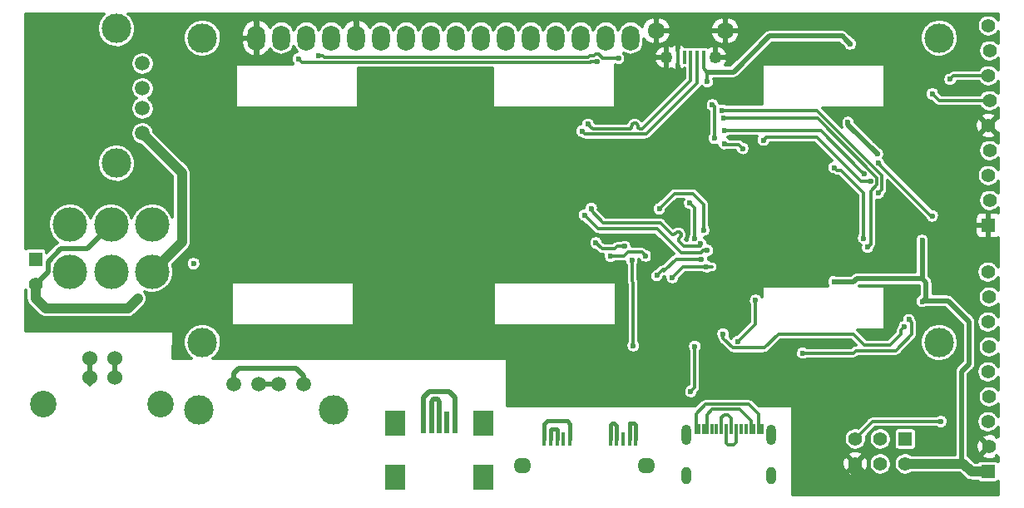
<source format=gbr>
G04 #@! TF.FileFunction,Copper,L1,Top,Signal*
%FSLAX46Y46*%
G04 Gerber Fmt 4.6, Leading zero omitted, Abs format (unit mm)*
G04 Created by KiCad (PCBNEW 4.0.5+dfsg1-4) date Tue May  9 17:57:45 2017*
%MOMM*%
%LPD*%
G01*
G04 APERTURE LIST*
%ADD10C,0.100000*%
%ADD11O,1.800000X2.600000*%
%ADD12C,3.000000*%
%ADD13C,3.500000*%
%ADD14O,1.000000X1.800000*%
%ADD15O,1.000000X2.100000*%
%ADD16R,0.300000X1.140000*%
%ADD17R,1.397000X1.397000*%
%ADD18C,1.397000*%
%ADD19R,0.500380X2.301240*%
%ADD20R,1.998980X2.499360*%
%ADD21R,0.400000X1.350000*%
%ADD22O,1.800000X1.550000*%
%ADD23C,1.501140*%
%ADD24C,2.999740*%
%ADD25C,1.524000*%
%ADD26C,2.700020*%
%ADD27O,1.250000X1.250000*%
%ADD28C,0.600000*%
%ADD29C,0.300000*%
%ADD30C,1.000000*%
%ADD31C,0.500000*%
%ADD32C,0.400000*%
G04 APERTURE END LIST*
D10*
D11*
X74000000Y-53000000D03*
X76540000Y-53000000D03*
X79080000Y-53000000D03*
X81620000Y-53000000D03*
X84160000Y-53000000D03*
X86700000Y-53000000D03*
X89240000Y-53000000D03*
X91780000Y-53000000D03*
X94320000Y-53000000D03*
X96860000Y-53000000D03*
X99400000Y-53000000D03*
X101940000Y-53000000D03*
X104480000Y-53000000D03*
X107020000Y-53000000D03*
X109560000Y-53000000D03*
X112100000Y-53000000D03*
D12*
X68500900Y-53000000D03*
X68500900Y-84000700D03*
X143499480Y-84000700D03*
X143499480Y-53000000D03*
D13*
X63400000Y-76800000D03*
X63400000Y-72000000D03*
X59200000Y-76800000D03*
X59200000Y-72000000D03*
X55000000Y-76800000D03*
X55000000Y-72000000D03*
D14*
X117760000Y-97590000D03*
X126400000Y-97590000D03*
D15*
X117760000Y-93410000D03*
X126400000Y-93410000D03*
D16*
X120330000Y-92840000D03*
X120830000Y-92840000D03*
X121330000Y-92840000D03*
X121830000Y-92840000D03*
X122330000Y-92840000D03*
X122830000Y-92840000D03*
X123330000Y-92840000D03*
X123830000Y-92840000D03*
X118730000Y-92840000D03*
X119030000Y-92840000D03*
X119530000Y-92840000D03*
X119830000Y-92840000D03*
X124330000Y-92840000D03*
X124630000Y-92840000D03*
X125130000Y-92840000D03*
X125430000Y-92840000D03*
D17*
X140040000Y-93830000D03*
D18*
X140040000Y-96370000D03*
X137500000Y-93830000D03*
X137500000Y-96370000D03*
X134960000Y-93830000D03*
X134960000Y-96370000D03*
D17*
X51500000Y-75530000D03*
D18*
X51500000Y-78070000D03*
D19*
X90999800Y-92150680D03*
X91799900Y-92150680D03*
X92600000Y-92150680D03*
X93400100Y-92150680D03*
X94200200Y-92150680D03*
D20*
X88149920Y-92249740D03*
X88149920Y-97748840D03*
X97050080Y-92249740D03*
X97050080Y-97748840D03*
D21*
X112600000Y-93837460D03*
X111950000Y-93837460D03*
X104599100Y-93837460D03*
X110650000Y-93837460D03*
X110000000Y-93837460D03*
X103299100Y-93837460D03*
X103949100Y-93837460D03*
X111300000Y-93837460D03*
X105249100Y-93837460D03*
X105899100Y-93837460D03*
D22*
X101099100Y-96537460D03*
X113650000Y-96537460D03*
D23*
X78772000Y-88200000D03*
X76232000Y-88200000D03*
X74200000Y-88200000D03*
X71660000Y-88200000D03*
D24*
X81820000Y-90867000D03*
X68104000Y-90867000D03*
D23*
X62402120Y-62712860D03*
X62402120Y-60172860D03*
X62402120Y-58140860D03*
X62402120Y-55600860D03*
D24*
X59735120Y-65760860D03*
X59735120Y-52044860D03*
D25*
X57000000Y-85600000D03*
X59540000Y-85600000D03*
X59540000Y-87598980D03*
X57000000Y-87598980D03*
D26*
X52270520Y-90299000D03*
X64269480Y-90299000D03*
D18*
X148461716Y-92075470D03*
X148583636Y-89535470D03*
X148461716Y-86995470D03*
X148583636Y-84455470D03*
X148461716Y-81915470D03*
X148583636Y-94615470D03*
X148583636Y-79375470D03*
D17*
X148461716Y-97155470D03*
D18*
X148461716Y-76835470D03*
X148500000Y-67000000D03*
X148621920Y-64460000D03*
X148500000Y-61920000D03*
X148621920Y-59380000D03*
X148500000Y-56840000D03*
X148621920Y-69540000D03*
X148621920Y-54300000D03*
D17*
X148500000Y-72080000D03*
D18*
X148500000Y-51760000D03*
D21*
X119500900Y-54962540D03*
X118850900Y-54962540D03*
X118200900Y-54962540D03*
X117550900Y-54962540D03*
X116900900Y-54962540D03*
D27*
X120700900Y-54962540D03*
X115700900Y-54962540D03*
D22*
X121700900Y-52262540D03*
X114700900Y-52262540D03*
D28*
X52100000Y-82000000D03*
X116900000Y-88100000D03*
X78200000Y-65300000D03*
X86500000Y-72400000D03*
X70200000Y-72700000D03*
X85500000Y-84400000D03*
X78200000Y-82900000D03*
X89600000Y-81400000D03*
X96500000Y-78400000D03*
X91200000Y-78500000D03*
X85400000Y-78500000D03*
X83900000Y-77100000D03*
X79100000Y-77000000D03*
X73100000Y-76800000D03*
X68400000Y-81400000D03*
X73200000Y-83200000D03*
X85500000Y-82000000D03*
X93800000Y-82100000D03*
X98300000Y-83600000D03*
X105100000Y-89500000D03*
X100900000Y-87900000D03*
X103000000Y-82800000D03*
X106700000Y-85500000D03*
X140600000Y-99200000D03*
X129800000Y-98100000D03*
X130000000Y-92500000D03*
X127400000Y-89900000D03*
X122000000Y-88900000D03*
X145300000Y-82800000D03*
X140400000Y-84900000D03*
X130000000Y-87700000D03*
X133900000Y-91700000D03*
X135900000Y-90500000D03*
X141500000Y-88000000D03*
X143700000Y-88000000D03*
X147500000Y-83200000D03*
X147100000Y-80100000D03*
X147100000Y-78100000D03*
X147200000Y-75000000D03*
X145200000Y-68000000D03*
X145200000Y-66100000D03*
X136200000Y-60400000D03*
X144600000Y-62900000D03*
X146700000Y-60900000D03*
X146700000Y-57900000D03*
X146600000Y-54800000D03*
X146400000Y-50800000D03*
X141400000Y-50800000D03*
X132400000Y-50800000D03*
X127400000Y-50800000D03*
X124600000Y-51000000D03*
X95800000Y-51000000D03*
X82800000Y-50900000D03*
X71800000Y-51300000D03*
X62900000Y-53400000D03*
X59900000Y-56300000D03*
X56700000Y-51300000D03*
X51600000Y-51400000D03*
X53100000Y-59200000D03*
X57800000Y-69200000D03*
X61700000Y-68700000D03*
X63600000Y-66700000D03*
X56900000Y-66500000D03*
X53300000Y-69600000D03*
X53100000Y-66800000D03*
X53800000Y-64700000D03*
X55000000Y-63400000D03*
X57200000Y-61300000D03*
X58800000Y-59500000D03*
X65600000Y-55300000D03*
X86200000Y-59800000D03*
X90200000Y-62000000D03*
X97200000Y-61800000D03*
X105600000Y-61700000D03*
X105100000Y-65200000D03*
X105400000Y-68900000D03*
X112500000Y-70600000D03*
X141400000Y-78400000D03*
X108200000Y-76500000D03*
X113500000Y-76500000D03*
X103600000Y-74300000D03*
X119800000Y-83200000D03*
X141800000Y-91000000D03*
X143800000Y-94200000D03*
X128400000Y-83800000D03*
X137000000Y-63400000D03*
X131200000Y-85800000D03*
X134800000Y-85800000D03*
X138400000Y-76600000D03*
X143800000Y-73200000D03*
X143000000Y-78200000D03*
X132000000Y-65200000D03*
X139600000Y-60000000D03*
X119600000Y-65400000D03*
X121600000Y-57800000D03*
X116600000Y-67000000D03*
X109400000Y-68400000D03*
X113000000Y-57600000D03*
X108800000Y-61600000D03*
X132900000Y-67300000D03*
X133400000Y-84400000D03*
X123400000Y-85600000D03*
X141963265Y-64636735D03*
X101410000Y-70780000D03*
X69800000Y-76290000D03*
X145270000Y-98160000D03*
X117330000Y-56620000D03*
X130550000Y-68410000D03*
X130030000Y-76470000D03*
X124040000Y-76200000D03*
X125600000Y-68450000D03*
X123510000Y-73100000D03*
X128125000Y-63875000D03*
X113900000Y-81075000D03*
X115675000Y-78800000D03*
X113825000Y-73450000D03*
X111750000Y-64050000D03*
X99550000Y-68225000D03*
X67677659Y-57766151D03*
X88125000Y-58550000D03*
X68375000Y-60775000D03*
X86650000Y-64300000D03*
X93125000Y-57350000D03*
X141725000Y-58625000D03*
X140075000Y-55175000D03*
X125575000Y-64775000D03*
X124475000Y-55875000D03*
X132225000Y-53975000D03*
X61925000Y-79525000D03*
X67600000Y-75975000D03*
X123003628Y-83902881D03*
X124800000Y-79700000D03*
X118598823Y-73452829D03*
X118100000Y-69800000D03*
X121600000Y-63750000D03*
X123490000Y-64250000D03*
X143650470Y-92075470D03*
X110850000Y-55080000D03*
X80310000Y-54810000D03*
X135856411Y-66837177D03*
X121649990Y-62450815D03*
X136203111Y-74291028D03*
X121549990Y-61137801D03*
X121412471Y-60349697D03*
X137300000Y-68800000D03*
X120400000Y-59800000D03*
X120600000Y-63200000D03*
X119804164Y-76298556D03*
X116327992Y-77397245D03*
X136500000Y-67600000D03*
X125600000Y-63400000D03*
X142775000Y-71125000D03*
X137291575Y-65720807D03*
X142800000Y-58700000D03*
X144600000Y-57200000D03*
X129600000Y-85075000D03*
X140400000Y-81675000D03*
X132800000Y-66200000D03*
X135800000Y-73400000D03*
X119214125Y-73964125D03*
X108060875Y-70364125D03*
X119885875Y-74635875D03*
X107389125Y-71035875D03*
X111470000Y-74220000D03*
X121490000Y-83140000D03*
X108555000Y-73865000D03*
X139925000Y-82425000D03*
X115000000Y-70400000D03*
X119506499Y-72562754D03*
X134200000Y-61600000D03*
X137200000Y-64800000D03*
X114749990Y-77191620D03*
X113616654Y-75194449D03*
X110050000Y-75210000D03*
X119290000Y-75500000D03*
X78260000Y-55120000D03*
X108660000Y-55420000D03*
X132780000Y-77830000D03*
X119875000Y-57445000D03*
X141750000Y-73600000D03*
X141750000Y-79825000D03*
X134425000Y-53600000D03*
X118200000Y-89000000D03*
X118600000Y-84400000D03*
X112207759Y-75667888D03*
X112350000Y-84325000D03*
X107123752Y-62495502D03*
X107748375Y-61776625D03*
D29*
X140800000Y-79000000D02*
X141400000Y-78400000D01*
X140800000Y-80400000D02*
X140800000Y-79000000D01*
X141400000Y-81000000D02*
X140800000Y-80400000D01*
X141400000Y-82800000D02*
X141400000Y-81000000D01*
X119600000Y-83400000D02*
X119800000Y-83200000D01*
X119400000Y-83400000D02*
X121600000Y-85600000D01*
X115675000Y-79675000D02*
X119400000Y-83400000D01*
X119400000Y-83400000D02*
X119600000Y-83400000D01*
X115675000Y-78800000D02*
X115675000Y-79675000D01*
X121600000Y-85600000D02*
X123400000Y-85600000D01*
X140800000Y-85800000D02*
X141400000Y-85200000D01*
X134800000Y-85800000D02*
X140800000Y-85800000D01*
X134800000Y-85800000D02*
X131200000Y-85800000D01*
X139600000Y-60000000D02*
X139600000Y-62273470D01*
X139600000Y-62273470D02*
X141963265Y-64636735D01*
X111400000Y-68400000D02*
X113800000Y-70800000D01*
X109400000Y-68400000D02*
X111400000Y-68400000D01*
X108600000Y-61400000D02*
X108800000Y-61600000D01*
X109600000Y-60400000D02*
X108600000Y-61400000D01*
X112200000Y-60400000D02*
X109600000Y-60400000D01*
X115700900Y-56899100D02*
X112200000Y-60400000D01*
X115700900Y-54962540D02*
X115700900Y-56899100D01*
X129000000Y-84000000D02*
X133000000Y-84000000D01*
X133000000Y-84000000D02*
X133400000Y-84400000D01*
X127400000Y-85600000D02*
X129000000Y-84000000D01*
X123400000Y-85600000D02*
X127400000Y-85600000D01*
X113900000Y-81075000D02*
X113900000Y-80575000D01*
X113900000Y-80575000D02*
X115675000Y-78800000D01*
X114266656Y-73891656D02*
X114266656Y-76741835D01*
X114266656Y-76741835D02*
X113825000Y-77183491D01*
X113825000Y-73450000D02*
X114266656Y-73891656D01*
X113825000Y-77183491D02*
X113825000Y-78550000D01*
D30*
X135930000Y-98160000D02*
X145270000Y-98160000D01*
X134960000Y-97190000D02*
X135930000Y-98160000D01*
X134960000Y-96370000D02*
X134960000Y-97190000D01*
D29*
X96675000Y-65400000D02*
X99500000Y-68225000D01*
X86650000Y-64300000D02*
X94230000Y-64300000D01*
X96675000Y-65400000D02*
X95330000Y-65400000D01*
X95330000Y-65400000D02*
X94230000Y-64300000D01*
X88549264Y-58550000D02*
X88125000Y-58550000D01*
X91925000Y-58550000D02*
X88549264Y-58550000D01*
X93125000Y-57350000D02*
X91925000Y-58550000D01*
X117330000Y-56366640D02*
X117330000Y-56620000D01*
X116900900Y-54962540D02*
X116900900Y-55937540D01*
X116900900Y-55937540D02*
X117330000Y-56366640D01*
X127225000Y-64775000D02*
X128125000Y-63875000D01*
X125575000Y-64775000D02*
X127225000Y-64775000D01*
X115425000Y-78550000D02*
X115675000Y-78800000D01*
X113825000Y-78550000D02*
X113825000Y-80825000D01*
X113825000Y-78550000D02*
X115425000Y-78550000D01*
X88125000Y-58550000D02*
X88125000Y-62825000D01*
X88125000Y-62825000D02*
X86650000Y-64300000D01*
X68325000Y-57825000D02*
X67775000Y-57825000D01*
X68700000Y-57825000D02*
X68325000Y-57825000D01*
X68325000Y-57825000D02*
X68325000Y-60750000D01*
X71550000Y-54975000D02*
X68700000Y-57825000D01*
X71550000Y-54250000D02*
X71550000Y-54975000D01*
X74000000Y-53000000D02*
X72800000Y-53000000D01*
X72800000Y-53000000D02*
X71550000Y-54250000D01*
X124475000Y-55775000D02*
X126600000Y-53650000D01*
X124475000Y-55775000D02*
X124475000Y-55875000D01*
X131900000Y-53650000D02*
X132225000Y-53975000D01*
X126600000Y-53650000D02*
X131900000Y-53650000D01*
D30*
X61925000Y-79525000D02*
X60900000Y-80550000D01*
X60900000Y-80550000D02*
X52550000Y-80550000D01*
X52550000Y-80550000D02*
X51500000Y-79500000D01*
X51500000Y-79500000D02*
X51500000Y-78070000D01*
D31*
X51500000Y-78070000D02*
X52775000Y-76795000D01*
X52775000Y-76795000D02*
X52775000Y-75768998D01*
X52775000Y-75768998D02*
X54093998Y-74450000D01*
X54093998Y-74450000D02*
X56750000Y-74450000D01*
X56750000Y-74450000D02*
X59200000Y-72000000D01*
D29*
X122830000Y-92840000D02*
X122830000Y-94170000D01*
X122830000Y-94170000D02*
X122600000Y-94400000D01*
X122600000Y-94400000D02*
X122800000Y-94200000D01*
X122000000Y-94400000D02*
X122600000Y-94400000D01*
X121830000Y-94230000D02*
X122000000Y-94400000D01*
X121830000Y-92840000D02*
X121830000Y-94230000D01*
X125130000Y-92840000D02*
X125430000Y-92840000D01*
X118730000Y-92840000D02*
X119030000Y-92840000D01*
X125130000Y-92840000D02*
X125130000Y-91330000D01*
X119700010Y-90299990D02*
X118730000Y-91270000D01*
X125130000Y-91330000D02*
X124099990Y-90299990D01*
X124099990Y-90299990D02*
X119700010Y-90299990D01*
X118730000Y-91270000D02*
X118730000Y-92840000D01*
X124330000Y-92840000D02*
X124630000Y-92840000D01*
X119530000Y-92840000D02*
X119830000Y-92840000D01*
X124330001Y-91989999D02*
X124330000Y-92530002D01*
X124330000Y-92530002D02*
X124330000Y-92840000D01*
X120400000Y-90800000D02*
X123140002Y-90800000D01*
X123140002Y-90800000D02*
X124330001Y-91989999D01*
X119830000Y-91370000D02*
X120400000Y-90800000D01*
X119830000Y-92840000D02*
X119830000Y-91370000D01*
X122330000Y-92840000D02*
X122330000Y-91730000D01*
X122330000Y-91730000D02*
X122000000Y-91400000D01*
X121330000Y-91670000D02*
X121330000Y-92840000D01*
X122000000Y-91400000D02*
X121600000Y-91400000D01*
X121600000Y-91400000D02*
X121330000Y-91670000D01*
D32*
X110200000Y-92200000D02*
X110000000Y-92400000D01*
X110000000Y-92400000D02*
X110000000Y-93837460D01*
X110400000Y-92200000D02*
X110200000Y-92200000D01*
X110650000Y-92450000D02*
X110400000Y-92200000D01*
X110650000Y-93837460D02*
X110650000Y-92450000D01*
D29*
X124800000Y-82106509D02*
X123303627Y-83602882D01*
X124800000Y-79700000D02*
X124800000Y-82106509D01*
X123303627Y-83602882D02*
X123003628Y-83902881D01*
X118100000Y-69800000D02*
X118598823Y-70298823D01*
X118598823Y-70298823D02*
X118598823Y-73028565D01*
X118598823Y-73028565D02*
X118598823Y-73452829D01*
X123090000Y-63850000D02*
X121700000Y-63850000D01*
X121700000Y-63850000D02*
X121600000Y-63750000D01*
X123490000Y-64250000D02*
X123090000Y-63850000D01*
X136714530Y-92075470D02*
X143650470Y-92075470D01*
X136714530Y-92075470D02*
X134960000Y-93830000D01*
X80310000Y-54810000D02*
X80734264Y-54810000D01*
X80734264Y-54810000D02*
X80904254Y-54979990D01*
X80904254Y-54979990D02*
X107762888Y-54979990D01*
X110780000Y-55010000D02*
X110850000Y-55080000D01*
X107762888Y-54979990D02*
X107962877Y-54780001D01*
X107962877Y-54780001D02*
X108329989Y-54780001D01*
X109230000Y-55010000D02*
X110780000Y-55010000D01*
X108329989Y-54780001D02*
X108479990Y-54630000D01*
X108479990Y-54630000D02*
X108850000Y-54630000D01*
X108850000Y-54630000D02*
X109230000Y-55010000D01*
X131470049Y-62450815D02*
X135556412Y-66537178D01*
X135556412Y-66537178D02*
X135856411Y-66837177D01*
X121649990Y-62450815D02*
X131470049Y-62450815D01*
X137150001Y-67205609D02*
X137150001Y-67912001D01*
X131082193Y-61137801D02*
X137150001Y-67205609D01*
X121549990Y-61137801D02*
X131082193Y-61137801D01*
X136503110Y-73991029D02*
X136203111Y-74291028D01*
X136503110Y-68558892D02*
X136503110Y-73991029D01*
X137150001Y-67912001D02*
X136503110Y-68558892D01*
X121836735Y-60349697D02*
X121412471Y-60349697D01*
X131001211Y-60349697D02*
X121836735Y-60349697D01*
X137650011Y-66998497D02*
X131001211Y-60349697D01*
X137650011Y-68449989D02*
X137650011Y-66998497D01*
X137300000Y-68800000D02*
X137650011Y-68449989D01*
X120600000Y-60000000D02*
X120400000Y-59800000D01*
X120600000Y-63200000D02*
X120600000Y-60000000D01*
X117426681Y-76298556D02*
X119379900Y-76298556D01*
X120228428Y-76298556D02*
X119804164Y-76298556D01*
X120398556Y-76298556D02*
X120228428Y-76298556D01*
X120400000Y-76300000D02*
X120398556Y-76298556D01*
X116327992Y-77397245D02*
X117426681Y-76298556D01*
X119379900Y-76298556D02*
X119804164Y-76298556D01*
X107020000Y-53000000D02*
X107020000Y-53830000D01*
X136075736Y-67600000D02*
X136500000Y-67600000D01*
X131000001Y-63100001D02*
X135500000Y-67600000D01*
X135500000Y-67600000D02*
X136075736Y-67600000D01*
X125899999Y-63100001D02*
X131000001Y-63100001D01*
X125600000Y-63400000D02*
X125899999Y-63100001D01*
X142670768Y-71100000D02*
X137591574Y-66020806D01*
X137591574Y-66020806D02*
X137291575Y-65720807D01*
X142800000Y-58700000D02*
X143480000Y-59380000D01*
X143480000Y-59380000D02*
X148621920Y-59380000D01*
X144600000Y-57200000D02*
X144960000Y-56840000D01*
X144960000Y-56840000D02*
X147512172Y-56840000D01*
X147512172Y-56840000D02*
X148500000Y-56840000D01*
X140400000Y-81675000D02*
X140699999Y-81974999D01*
X140699999Y-81974999D02*
X140699999Y-83165001D01*
X140699999Y-83165001D02*
X139040000Y-84825000D01*
X139040000Y-84825000D02*
X135000000Y-84825000D01*
X135000000Y-84825000D02*
X134750000Y-85075000D01*
X134750000Y-85075000D02*
X129600000Y-85075000D01*
X133099999Y-66499999D02*
X133499999Y-66499999D01*
X132800000Y-66200000D02*
X133099999Y-66499999D01*
X133499999Y-66499999D02*
X135800000Y-68800000D01*
X135800000Y-68800000D02*
X135800000Y-73400000D01*
X119214125Y-73964125D02*
X119214125Y-74176256D01*
X116964331Y-72737995D02*
X116897152Y-72737995D01*
X116380012Y-73002833D02*
X116314518Y-72987884D01*
X119214125Y-74176256D02*
X119165381Y-74225000D01*
X116447191Y-73002833D02*
X116380012Y-73002833D01*
X119165381Y-74225000D02*
X117509618Y-74225000D01*
X116512685Y-72987884D02*
X116447191Y-73002833D01*
X117090351Y-72782091D02*
X117029825Y-72752944D01*
X116964018Y-73586839D02*
X116964018Y-73519660D01*
X117228856Y-73069699D02*
X117228856Y-73002520D01*
X115084618Y-71800000D02*
X109284619Y-71800000D01*
X109284619Y-71800000D02*
X108060875Y-70576256D01*
X117008114Y-73712859D02*
X116978967Y-73652333D01*
X116978967Y-73652333D02*
X116964018Y-73586839D01*
X117184760Y-73195719D02*
X117213907Y-73135193D01*
X117213907Y-72937026D02*
X117184760Y-72876500D01*
X117509618Y-74225000D02*
X117050000Y-73765382D01*
X116625734Y-72916851D02*
X116573211Y-72958737D01*
X117029825Y-72752944D02*
X116964331Y-72737995D01*
X117184760Y-72876500D02*
X117142874Y-72823977D01*
X117050000Y-73765382D02*
X117008114Y-73712859D01*
X116964018Y-73519660D02*
X116978967Y-73454166D01*
X116978967Y-73454166D02*
X117008114Y-73393640D01*
X116253992Y-72958737D02*
X116201471Y-72916853D01*
X117008114Y-73393640D02*
X117050000Y-73341117D01*
X116314518Y-72987884D02*
X116253992Y-72958737D01*
X117228856Y-73002520D02*
X117213907Y-72937026D01*
X117050000Y-73341117D02*
X117142874Y-73248242D01*
X117142874Y-73248242D02*
X117184760Y-73195719D01*
X116573211Y-72958737D02*
X116512685Y-72987884D01*
X117213907Y-73135193D02*
X117228856Y-73069699D01*
X117142874Y-72823977D02*
X117090351Y-72782091D01*
X116718609Y-72823977D02*
X116625734Y-72916851D01*
X116897152Y-72737995D02*
X116831658Y-72752944D01*
X116831658Y-72752944D02*
X116771132Y-72782091D01*
X116771132Y-72782091D02*
X116718609Y-72823977D01*
X116201471Y-72916853D02*
X115084618Y-71800000D01*
X108060875Y-70576256D02*
X108060875Y-70364125D01*
X119461611Y-74635875D02*
X119885875Y-74635875D01*
X119247487Y-74849999D02*
X119461611Y-74635875D01*
X117215381Y-74849999D02*
X119247487Y-74849999D01*
X114815382Y-72450000D02*
X117215381Y-74849999D01*
X108803250Y-72450000D02*
X114815382Y-72450000D01*
X107389125Y-71035875D02*
X108803250Y-72450000D01*
X108555000Y-73865000D02*
X109165000Y-74475000D01*
X109165000Y-74475000D02*
X110435000Y-74475000D01*
X110435000Y-74475000D02*
X110690000Y-74220000D01*
X110690000Y-74220000D02*
X111470000Y-74220000D01*
X122478618Y-84552882D02*
X121490000Y-83564264D01*
X127100000Y-83125000D02*
X125672118Y-84552882D01*
X125672118Y-84552882D02*
X122478618Y-84552882D01*
X121490000Y-83564264D02*
X121490000Y-83140000D01*
X127100000Y-83125000D02*
X134750000Y-83125000D01*
X134750000Y-83125000D02*
X135900000Y-84275000D01*
X135900000Y-84275000D02*
X137275000Y-84275000D01*
X139925000Y-82425000D02*
X139625001Y-82724999D01*
X139625001Y-82724999D02*
X139625001Y-83149999D01*
X139625001Y-83149999D02*
X138500000Y-84275000D01*
X138500000Y-84275000D02*
X135900000Y-84275000D01*
X127950000Y-83125000D02*
X127100000Y-83125000D01*
X116575000Y-68825000D02*
X115000000Y-70400000D01*
X117600000Y-68825000D02*
X117375000Y-68825000D01*
X118400000Y-68825000D02*
X117600000Y-68825000D01*
X117600000Y-68825000D02*
X116575000Y-68825000D01*
X118400000Y-68825000D02*
X119506499Y-69931499D01*
X119506499Y-72138490D02*
X119506499Y-72562754D01*
X119506499Y-69931499D02*
X119506499Y-72138490D01*
D30*
X66400000Y-73800000D02*
X66400000Y-66710740D01*
X66400000Y-66710740D02*
X62402120Y-62712860D01*
X63400000Y-76800000D02*
X66400000Y-73800000D01*
D31*
X93600000Y-89000000D02*
X91575000Y-89000000D01*
X91000000Y-89575000D02*
X91000000Y-90699860D01*
X91575000Y-89000000D02*
X91000000Y-89575000D01*
X94200200Y-92150680D02*
X94200200Y-89600200D01*
X94200200Y-89600200D02*
X93600000Y-89000000D01*
X91000000Y-90699860D02*
X90999800Y-90700060D01*
X90999800Y-90700060D02*
X90999800Y-92150680D01*
X92400000Y-89800000D02*
X92600000Y-90000000D01*
X92600000Y-90000000D02*
X92600000Y-92150680D01*
X92000000Y-89800000D02*
X92400000Y-89800000D01*
X91800000Y-90000000D02*
X92000000Y-89800000D01*
X91800000Y-90699960D02*
X91800000Y-90000000D01*
X91799900Y-92150680D02*
X91799900Y-90700060D01*
X91799900Y-90700060D02*
X91800000Y-90699960D01*
D32*
X104599100Y-93837460D02*
X104599100Y-92862460D01*
X104599100Y-92862460D02*
X104536640Y-92800000D01*
X104536640Y-92800000D02*
X104068680Y-92800000D01*
X104068680Y-92800000D02*
X103949100Y-92919580D01*
X103949100Y-92919580D02*
X103949100Y-93837460D01*
X103299100Y-93837460D02*
X103299100Y-92300900D01*
X103299100Y-92300900D02*
X103600000Y-92000000D01*
X103600000Y-92000000D02*
X105600000Y-92000000D01*
X105600000Y-92000000D02*
X105899100Y-92299100D01*
X105899100Y-92299100D02*
X105899100Y-93837460D01*
D31*
X71660000Y-88200000D02*
X71660000Y-87138534D01*
X78772000Y-87428000D02*
X78772000Y-88200000D01*
X78800000Y-87400000D02*
X78772000Y-87428000D01*
X78000000Y-86600000D02*
X78800000Y-87400000D01*
X71660000Y-87138534D02*
X72198534Y-86600000D01*
X72198534Y-86600000D02*
X78000000Y-86600000D01*
X74200000Y-88200000D02*
X76232000Y-88200000D01*
X57000000Y-85600000D02*
X57000000Y-88200000D01*
X59540000Y-85600000D02*
X59540000Y-87598980D01*
D32*
X112000000Y-92200000D02*
X111950000Y-92250000D01*
X111950000Y-92250000D02*
X111950000Y-93837460D01*
X112400000Y-92200000D02*
X112000000Y-92200000D01*
X112600000Y-92400000D02*
X112400000Y-92200000D01*
X112600000Y-93837460D02*
X112600000Y-92400000D01*
D31*
X119875000Y-56450000D02*
X122550000Y-56450000D01*
X122550000Y-56450000D02*
X126200000Y-52800000D01*
X126200000Y-52800000D02*
X133625000Y-52800000D01*
X133625000Y-52800000D02*
X134025000Y-53200000D01*
X134025000Y-53200000D02*
X134425000Y-53600000D01*
X142150002Y-77910002D02*
X141750000Y-77510000D01*
X142150002Y-79424998D02*
X142150002Y-77910002D01*
X141750000Y-79825000D02*
X142150002Y-79424998D01*
X134200000Y-61800000D02*
X134200000Y-61600000D01*
X137200000Y-64800000D02*
X134200000Y-61800000D01*
D29*
X115600000Y-76590000D02*
X115351610Y-76590000D01*
X115351610Y-76590000D02*
X115049989Y-76891621D01*
X115049989Y-76891621D02*
X114749990Y-77191620D01*
X113316655Y-74894450D02*
X113616654Y-75194449D01*
X113222205Y-74800000D02*
X113316655Y-74894450D01*
X112590000Y-74800000D02*
X113222205Y-74800000D01*
X111800000Y-74800000D02*
X112590000Y-74800000D01*
X112590000Y-74800000D02*
X112600000Y-74810000D01*
X111400000Y-75200000D02*
X111800000Y-74800000D01*
X110484264Y-75200000D02*
X111400000Y-75200000D01*
X110050000Y-75210000D02*
X110474264Y-75210000D01*
X110474264Y-75210000D02*
X110484264Y-75200000D01*
X115600000Y-76590000D02*
X115440000Y-76750000D01*
X116690000Y-75500000D02*
X115600000Y-76590000D01*
D30*
X140040000Y-96370000D02*
X145977746Y-96370000D01*
X145977746Y-96370000D02*
X146763216Y-97155470D01*
D29*
X78260000Y-55120000D02*
X78270000Y-55120000D01*
X78270000Y-55120000D02*
X78630000Y-55480000D01*
X78630000Y-55480000D02*
X107970000Y-55480000D01*
X107970000Y-55480000D02*
X108030000Y-55420000D01*
X108030000Y-55420000D02*
X108660000Y-55420000D01*
X119290000Y-75500000D02*
X116690000Y-75500000D01*
D31*
X135110000Y-77510000D02*
X141750000Y-77510000D01*
X135110000Y-77510000D02*
X134790000Y-77830000D01*
X134790000Y-77830000D02*
X133290000Y-77830000D01*
X133290000Y-77830000D02*
X132780000Y-77830000D01*
D29*
X119875000Y-56450000D02*
X119875000Y-57445000D01*
D31*
X141750000Y-77510000D02*
X141750000Y-73600000D01*
X144375000Y-79750000D02*
X141825000Y-79750000D01*
X141825000Y-79750000D02*
X141750000Y-79825000D01*
X146525000Y-81900000D02*
X144375000Y-79750000D01*
X146525000Y-86200000D02*
X146525000Y-81900000D01*
X145750000Y-86975000D02*
X146525000Y-86200000D01*
X145750000Y-96142254D02*
X145750000Y-86975000D01*
X146763216Y-97155470D02*
X145750000Y-96142254D01*
D30*
X148461716Y-97155470D02*
X146763216Y-97155470D01*
D29*
X119875000Y-56450000D02*
X119500900Y-56075900D01*
X119500900Y-56075900D02*
X119500900Y-54962540D01*
X118600000Y-88600000D02*
X118200000Y-89000000D01*
X118600000Y-84400000D02*
X118600000Y-88600000D01*
X112207759Y-76092152D02*
X112207759Y-75667888D01*
X112207759Y-77777759D02*
X112207759Y-76092152D01*
X112350000Y-77920000D02*
X112207759Y-77777759D01*
X112350000Y-78730000D02*
X112350000Y-77920000D01*
X112350000Y-84325000D02*
X112350000Y-78730000D01*
X112350000Y-78730000D02*
X112350000Y-78260000D01*
X113639117Y-62795501D02*
X107423751Y-62795501D01*
X118850900Y-54962540D02*
X118850900Y-57583718D01*
X107423751Y-62795501D02*
X107123752Y-62495502D01*
X118850900Y-57583718D02*
X113639117Y-62795501D01*
X118200900Y-54962540D02*
X118200900Y-57314482D01*
X112912953Y-62184551D02*
X112865450Y-62137048D01*
X111966756Y-62242480D02*
X111900000Y-62250002D01*
X118200900Y-57314482D02*
X113265380Y-62250002D01*
X112800000Y-61949293D02*
X112792478Y-61882536D01*
X113265380Y-62250002D02*
X113100000Y-62250002D01*
X112734549Y-61762246D02*
X112687046Y-61714743D01*
X113100000Y-62250002D02*
X113033243Y-62242480D01*
X112969834Y-62220292D02*
X112912953Y-62184551D01*
X112030165Y-62220292D02*
X111966756Y-62242480D01*
X113033243Y-62242480D02*
X112969834Y-62220292D01*
X112433243Y-61656814D02*
X112369834Y-61679002D01*
X112630165Y-61679002D02*
X112566756Y-61656814D01*
X112807521Y-62016758D02*
X112800000Y-61950002D01*
X112865450Y-62137048D02*
X112829709Y-62080167D01*
X112829709Y-62080167D02*
X112807521Y-62016758D01*
X112500000Y-61649293D02*
X112433243Y-61656814D01*
X112800000Y-61950002D02*
X112800000Y-61949293D01*
X112312953Y-61714743D02*
X112265450Y-61762246D01*
X112792478Y-61882536D02*
X112770290Y-61819127D01*
X112770290Y-61819127D02*
X112734549Y-61762246D01*
X112170290Y-62080167D02*
X112134549Y-62137048D01*
X112687046Y-61714743D02*
X112630165Y-61679002D01*
X112134549Y-62137048D02*
X112087046Y-62184551D01*
X112369834Y-61679002D02*
X112312953Y-61714743D01*
X112566756Y-61656814D02*
X112500000Y-61649293D01*
X112265450Y-61762246D02*
X112229709Y-61819127D01*
X112229709Y-61819127D02*
X112207521Y-61882536D01*
X112207521Y-61882536D02*
X112200000Y-61949293D01*
X112200000Y-61949293D02*
X112200000Y-61950002D01*
X112200000Y-61950002D02*
X112192478Y-62016758D01*
X112192478Y-62016758D02*
X112170290Y-62080167D01*
X112087046Y-62184551D02*
X112030165Y-62220292D01*
X111900000Y-62250002D02*
X108221752Y-62250002D01*
X108221752Y-62250002D02*
X108048374Y-62076624D01*
X108048374Y-62076624D02*
X107748375Y-61776625D01*
G36*
X58234205Y-50785443D02*
X58018168Y-51100958D01*
X57867529Y-51452425D01*
X57788026Y-51826458D01*
X57782687Y-52208810D01*
X57851715Y-52584918D01*
X57992482Y-52940454D01*
X58199625Y-53261878D01*
X58465255Y-53536946D01*
X58779254Y-53755181D01*
X59129661Y-53908270D01*
X59503131Y-53990382D01*
X59885436Y-53998390D01*
X60262016Y-53931989D01*
X60618527Y-53793708D01*
X60941389Y-53588813D01*
X61218304Y-53325110D01*
X61331982Y-53163961D01*
X66548337Y-53163961D01*
X66617370Y-53540093D01*
X66758146Y-53895654D01*
X66965304Y-54217099D01*
X67230951Y-54492185D01*
X67544971Y-54710434D01*
X67895401Y-54863533D01*
X68268895Y-54945651D01*
X68651226Y-54953660D01*
X69027831Y-54887254D01*
X69384365Y-54748964D01*
X69707249Y-54544056D01*
X69984183Y-54280335D01*
X70204619Y-53967847D01*
X70360161Y-53618494D01*
X70444884Y-53245582D01*
X70446860Y-53104000D01*
X72442000Y-53104000D01*
X72442000Y-53504000D01*
X72492226Y-53805952D01*
X72600395Y-54092304D01*
X72762350Y-54352051D01*
X72971867Y-54575211D01*
X73220895Y-54753208D01*
X73499863Y-54879202D01*
X73654099Y-54919117D01*
X73896000Y-54789614D01*
X73896000Y-53104000D01*
X72442000Y-53104000D01*
X70446860Y-53104000D01*
X70450983Y-52808793D01*
X70389049Y-52496000D01*
X72442000Y-52496000D01*
X72442000Y-52896000D01*
X73896000Y-52896000D01*
X73896000Y-51210386D01*
X73654099Y-51080883D01*
X73499863Y-51120798D01*
X73220895Y-51246792D01*
X72971867Y-51424789D01*
X72762350Y-51647949D01*
X72600395Y-51907696D01*
X72492226Y-52194048D01*
X72442000Y-52496000D01*
X70389049Y-52496000D01*
X70376705Y-52433661D01*
X70230978Y-52080101D01*
X70019353Y-51761580D01*
X69749891Y-51490229D01*
X69432855Y-51276386D01*
X69080321Y-51128194D01*
X68705717Y-51051299D01*
X68323311Y-51048629D01*
X67947670Y-51120287D01*
X67593102Y-51263542D01*
X67273111Y-51472938D01*
X66999886Y-51740499D01*
X66783834Y-52056035D01*
X66633185Y-52407526D01*
X66553676Y-52781584D01*
X66548337Y-53163961D01*
X61331982Y-53163961D01*
X61438726Y-53012643D01*
X61594258Y-52663313D01*
X61678975Y-52290426D01*
X61685074Y-51853665D01*
X61610801Y-51478559D01*
X61465084Y-51125022D01*
X61253473Y-50806522D01*
X60984028Y-50535190D01*
X60968921Y-50525000D01*
X149475000Y-50525000D01*
X149475000Y-51152020D01*
X149394330Y-51030602D01*
X149235624Y-50870784D01*
X149048897Y-50744835D01*
X148841264Y-50657554D01*
X148620632Y-50612265D01*
X148395405Y-50610693D01*
X148174162Y-50652897D01*
X147965330Y-50737271D01*
X147776863Y-50860600D01*
X147615941Y-51018186D01*
X147488692Y-51204029D01*
X147399964Y-51411048D01*
X147353135Y-51631358D01*
X147349990Y-51856569D01*
X147390649Y-52078101D01*
X147473563Y-52287517D01*
X147595573Y-52476840D01*
X147752033Y-52638859D01*
X147936982Y-52767402D01*
X148143377Y-52857573D01*
X148363355Y-52905939D01*
X148588538Y-52910656D01*
X148810349Y-52871545D01*
X149020338Y-52790095D01*
X149210508Y-52669409D01*
X149373615Y-52514085D01*
X149475000Y-52370363D01*
X149475000Y-53529063D01*
X149357544Y-53410784D01*
X149170817Y-53284835D01*
X148963184Y-53197554D01*
X148742552Y-53152265D01*
X148517325Y-53150693D01*
X148296082Y-53192897D01*
X148087250Y-53277271D01*
X147898783Y-53400600D01*
X147737861Y-53558186D01*
X147610612Y-53744029D01*
X147521884Y-53951048D01*
X147475055Y-54171358D01*
X147471910Y-54396569D01*
X147512569Y-54618101D01*
X147595483Y-54827517D01*
X147717493Y-55016840D01*
X147873953Y-55178859D01*
X148058902Y-55307402D01*
X148265297Y-55397573D01*
X148485275Y-55445939D01*
X148710458Y-55450656D01*
X148932269Y-55411545D01*
X149142258Y-55330095D01*
X149332428Y-55209409D01*
X149475000Y-55073640D01*
X149475000Y-56232020D01*
X149394330Y-56110602D01*
X149235624Y-55950784D01*
X149048897Y-55824835D01*
X148841264Y-55737554D01*
X148620632Y-55692265D01*
X148395405Y-55690693D01*
X148174162Y-55732897D01*
X147965330Y-55817271D01*
X147776863Y-55940600D01*
X147615941Y-56098186D01*
X147518839Y-56240000D01*
X144960000Y-56240000D01*
X144904830Y-56245409D01*
X144849629Y-56250239D01*
X144846600Y-56251119D01*
X144843459Y-56251427D01*
X144790362Y-56267458D01*
X144737179Y-56282909D01*
X144734381Y-56284359D01*
X144731358Y-56285272D01*
X144682427Y-56311289D01*
X144633216Y-56336797D01*
X144630748Y-56338767D01*
X144627965Y-56340247D01*
X144585080Y-56375223D01*
X144541700Y-56409853D01*
X144537308Y-56414186D01*
X144537219Y-56414258D01*
X144537151Y-56414340D01*
X144535736Y-56415736D01*
X144494999Y-56456473D01*
X144387219Y-56477033D01*
X144250847Y-56532131D01*
X144127773Y-56612668D01*
X144022687Y-56715577D01*
X143939590Y-56836936D01*
X143881648Y-56972125D01*
X143851068Y-57115994D01*
X143849014Y-57263062D01*
X143875565Y-57407728D01*
X143929710Y-57544482D01*
X144009386Y-57668115D01*
X144111558Y-57773917D01*
X144232335Y-57857859D01*
X144367116Y-57916744D01*
X144510767Y-57948328D01*
X144657818Y-57951408D01*
X144802666Y-57925867D01*
X144939794Y-57872679D01*
X145063980Y-57793868D01*
X145170493Y-57692437D01*
X145255277Y-57572249D01*
X145314157Y-57440000D01*
X147520275Y-57440000D01*
X147595573Y-57556840D01*
X147752033Y-57718859D01*
X147936982Y-57847402D01*
X148143377Y-57937573D01*
X148363355Y-57985939D01*
X148588538Y-57990656D01*
X148810349Y-57951545D01*
X149020338Y-57870095D01*
X149210508Y-57749409D01*
X149373615Y-57594085D01*
X149475000Y-57450363D01*
X149475000Y-58609063D01*
X149357544Y-58490784D01*
X149170817Y-58364835D01*
X148963184Y-58277554D01*
X148742552Y-58232265D01*
X148517325Y-58230693D01*
X148296082Y-58272897D01*
X148087250Y-58357271D01*
X147898783Y-58480600D01*
X147737861Y-58638186D01*
X147640759Y-58780000D01*
X143728528Y-58780000D01*
X143543871Y-58595343D01*
X143521464Y-58482177D01*
X143465415Y-58346193D01*
X143384021Y-58223684D01*
X143280381Y-58119319D01*
X143158444Y-58037071D01*
X143022854Y-57980075D01*
X142878776Y-57950499D01*
X142731697Y-57949473D01*
X142587219Y-57977033D01*
X142450847Y-58032131D01*
X142327773Y-58112668D01*
X142222687Y-58215577D01*
X142139590Y-58336936D01*
X142081648Y-58472125D01*
X142051068Y-58615994D01*
X142049014Y-58763062D01*
X142075565Y-58907728D01*
X142129710Y-59044482D01*
X142209386Y-59168115D01*
X142311558Y-59273917D01*
X142432335Y-59357859D01*
X142567116Y-59416744D01*
X142696709Y-59445237D01*
X143055736Y-59804264D01*
X143098559Y-59839439D01*
X143141020Y-59875068D01*
X143143784Y-59876587D01*
X143146223Y-59878591D01*
X143195101Y-59904799D01*
X143243635Y-59931481D01*
X143246640Y-59932434D01*
X143249422Y-59933926D01*
X143302440Y-59950135D01*
X143355253Y-59966889D01*
X143358388Y-59967241D01*
X143361405Y-59968163D01*
X143416504Y-59973759D01*
X143471623Y-59979942D01*
X143477795Y-59979985D01*
X143477906Y-59979996D01*
X143478009Y-59979986D01*
X143480000Y-59980000D01*
X147642195Y-59980000D01*
X147717493Y-60096840D01*
X147873953Y-60258859D01*
X148058902Y-60387402D01*
X148265297Y-60477573D01*
X148485275Y-60525939D01*
X148710458Y-60530656D01*
X148932269Y-60491545D01*
X149142258Y-60410095D01*
X149332428Y-60289409D01*
X149475000Y-60153640D01*
X149475000Y-61162417D01*
X149417855Y-61149223D01*
X148647078Y-61920000D01*
X149417855Y-62690777D01*
X149475000Y-62677583D01*
X149475000Y-63689063D01*
X149357544Y-63570784D01*
X149170817Y-63444835D01*
X148963184Y-63357554D01*
X148742552Y-63312265D01*
X148517325Y-63310693D01*
X148296082Y-63352897D01*
X148087250Y-63437271D01*
X147898783Y-63560600D01*
X147737861Y-63718186D01*
X147610612Y-63904029D01*
X147521884Y-64111048D01*
X147475055Y-64331358D01*
X147471910Y-64556569D01*
X147512569Y-64778101D01*
X147595483Y-64987517D01*
X147717493Y-65176840D01*
X147873953Y-65338859D01*
X148058902Y-65467402D01*
X148265297Y-65557573D01*
X148485275Y-65605939D01*
X148710458Y-65610656D01*
X148932269Y-65571545D01*
X149142258Y-65490095D01*
X149332428Y-65369409D01*
X149475000Y-65233640D01*
X149475000Y-66392020D01*
X149394330Y-66270602D01*
X149235624Y-66110784D01*
X149048897Y-65984835D01*
X148841264Y-65897554D01*
X148620632Y-65852265D01*
X148395405Y-65850693D01*
X148174162Y-65892897D01*
X147965330Y-65977271D01*
X147776863Y-66100600D01*
X147615941Y-66258186D01*
X147488692Y-66444029D01*
X147399964Y-66651048D01*
X147353135Y-66871358D01*
X147349990Y-67096569D01*
X147390649Y-67318101D01*
X147473563Y-67527517D01*
X147595573Y-67716840D01*
X147752033Y-67878859D01*
X147936982Y-68007402D01*
X148143377Y-68097573D01*
X148363355Y-68145939D01*
X148588538Y-68150656D01*
X148810349Y-68111545D01*
X149020338Y-68030095D01*
X149210508Y-67909409D01*
X149373615Y-67754085D01*
X149475000Y-67610363D01*
X149475000Y-68769063D01*
X149357544Y-68650784D01*
X149170817Y-68524835D01*
X148963184Y-68437554D01*
X148742552Y-68392265D01*
X148517325Y-68390693D01*
X148296082Y-68432897D01*
X148087250Y-68517271D01*
X147898783Y-68640600D01*
X147737861Y-68798186D01*
X147610612Y-68984029D01*
X147521884Y-69191048D01*
X147475055Y-69411358D01*
X147471910Y-69636569D01*
X147512569Y-69858101D01*
X147595483Y-70067517D01*
X147717493Y-70256840D01*
X147873953Y-70418859D01*
X148058902Y-70547402D01*
X148265297Y-70637573D01*
X148485275Y-70685939D01*
X148710458Y-70690656D01*
X148932269Y-70651545D01*
X149142258Y-70570095D01*
X149332428Y-70449409D01*
X149475000Y-70313640D01*
X149475000Y-70783816D01*
X149390432Y-70748787D01*
X149263308Y-70723500D01*
X148768500Y-70723500D01*
X148604000Y-70888000D01*
X148604000Y-71976000D01*
X148624000Y-71976000D01*
X148624000Y-72184000D01*
X148604000Y-72184000D01*
X148604000Y-73272000D01*
X148768500Y-73436500D01*
X149263308Y-73436500D01*
X149390432Y-73411213D01*
X149475000Y-73376184D01*
X149475000Y-76285112D01*
X149356046Y-76106072D01*
X149197340Y-75946254D01*
X149010613Y-75820305D01*
X148802980Y-75733024D01*
X148582348Y-75687735D01*
X148357121Y-75686163D01*
X148135878Y-75728367D01*
X147927046Y-75812741D01*
X147738579Y-75936070D01*
X147577657Y-76093656D01*
X147450408Y-76279499D01*
X147361680Y-76486518D01*
X147314851Y-76706828D01*
X147311706Y-76932039D01*
X147352365Y-77153571D01*
X147435279Y-77362987D01*
X147557289Y-77552310D01*
X147713749Y-77714329D01*
X147898698Y-77842872D01*
X148105093Y-77933043D01*
X148325071Y-77981409D01*
X148550254Y-77986126D01*
X148772065Y-77947015D01*
X148982054Y-77865565D01*
X149172224Y-77744879D01*
X149335331Y-77589555D01*
X149465163Y-77405507D01*
X149475000Y-77383413D01*
X149475000Y-78643085D01*
X149319260Y-78486254D01*
X149132533Y-78360305D01*
X148924900Y-78273024D01*
X148704268Y-78227735D01*
X148479041Y-78226163D01*
X148257798Y-78268367D01*
X148048966Y-78352741D01*
X147860499Y-78476070D01*
X147699577Y-78633656D01*
X147572328Y-78819499D01*
X147483600Y-79026518D01*
X147436771Y-79246828D01*
X147433626Y-79472039D01*
X147474285Y-79693571D01*
X147557199Y-79902987D01*
X147679209Y-80092310D01*
X147835669Y-80254329D01*
X148020618Y-80382872D01*
X148227013Y-80473043D01*
X148446991Y-80521409D01*
X148672174Y-80526126D01*
X148893985Y-80487015D01*
X149103974Y-80405565D01*
X149294144Y-80284879D01*
X149457251Y-80129555D01*
X149475000Y-80104394D01*
X149475000Y-81365112D01*
X149356046Y-81186072D01*
X149197340Y-81026254D01*
X149010613Y-80900305D01*
X148802980Y-80813024D01*
X148582348Y-80767735D01*
X148357121Y-80766163D01*
X148135878Y-80808367D01*
X147927046Y-80892741D01*
X147738579Y-81016070D01*
X147577657Y-81173656D01*
X147450408Y-81359499D01*
X147361680Y-81566518D01*
X147314851Y-81786828D01*
X147311706Y-82012039D01*
X147352365Y-82233571D01*
X147435279Y-82442987D01*
X147557289Y-82632310D01*
X147713749Y-82794329D01*
X147898698Y-82922872D01*
X148105093Y-83013043D01*
X148325071Y-83061409D01*
X148550254Y-83066126D01*
X148772065Y-83027015D01*
X148982054Y-82945565D01*
X149172224Y-82824879D01*
X149335331Y-82669555D01*
X149465163Y-82485507D01*
X149475000Y-82463413D01*
X149475000Y-83723085D01*
X149319260Y-83566254D01*
X149132533Y-83440305D01*
X148924900Y-83353024D01*
X148704268Y-83307735D01*
X148479041Y-83306163D01*
X148257798Y-83348367D01*
X148048966Y-83432741D01*
X147860499Y-83556070D01*
X147699577Y-83713656D01*
X147572328Y-83899499D01*
X147483600Y-84106518D01*
X147436771Y-84326828D01*
X147433626Y-84552039D01*
X147474285Y-84773571D01*
X147557199Y-84982987D01*
X147679209Y-85172310D01*
X147835669Y-85334329D01*
X148020618Y-85462872D01*
X148227013Y-85553043D01*
X148446991Y-85601409D01*
X148672174Y-85606126D01*
X148893985Y-85567015D01*
X149103974Y-85485565D01*
X149294144Y-85364879D01*
X149457251Y-85209555D01*
X149475000Y-85184394D01*
X149475000Y-86445112D01*
X149356046Y-86266072D01*
X149197340Y-86106254D01*
X149010613Y-85980305D01*
X148802980Y-85893024D01*
X148582348Y-85847735D01*
X148357121Y-85846163D01*
X148135878Y-85888367D01*
X147927046Y-85972741D01*
X147738579Y-86096070D01*
X147577657Y-86253656D01*
X147450408Y-86439499D01*
X147361680Y-86646518D01*
X147314851Y-86866828D01*
X147311706Y-87092039D01*
X147352365Y-87313571D01*
X147435279Y-87522987D01*
X147557289Y-87712310D01*
X147713749Y-87874329D01*
X147898698Y-88002872D01*
X148105093Y-88093043D01*
X148325071Y-88141409D01*
X148550254Y-88146126D01*
X148772065Y-88107015D01*
X148982054Y-88025565D01*
X149172224Y-87904879D01*
X149335331Y-87749555D01*
X149465163Y-87565507D01*
X149475000Y-87543413D01*
X149475000Y-88803085D01*
X149319260Y-88646254D01*
X149132533Y-88520305D01*
X148924900Y-88433024D01*
X148704268Y-88387735D01*
X148479041Y-88386163D01*
X148257798Y-88428367D01*
X148048966Y-88512741D01*
X147860499Y-88636070D01*
X147699577Y-88793656D01*
X147572328Y-88979499D01*
X147483600Y-89186518D01*
X147436771Y-89406828D01*
X147433626Y-89632039D01*
X147474285Y-89853571D01*
X147557199Y-90062987D01*
X147679209Y-90252310D01*
X147835669Y-90414329D01*
X148020618Y-90542872D01*
X148227013Y-90633043D01*
X148446991Y-90681409D01*
X148672174Y-90686126D01*
X148893985Y-90647015D01*
X149103974Y-90565565D01*
X149294144Y-90444879D01*
X149457251Y-90289555D01*
X149475000Y-90264394D01*
X149475000Y-91525112D01*
X149356046Y-91346072D01*
X149197340Y-91186254D01*
X149010613Y-91060305D01*
X148802980Y-90973024D01*
X148582348Y-90927735D01*
X148357121Y-90926163D01*
X148135878Y-90968367D01*
X147927046Y-91052741D01*
X147738579Y-91176070D01*
X147577657Y-91333656D01*
X147450408Y-91519499D01*
X147361680Y-91726518D01*
X147314851Y-91946828D01*
X147311706Y-92172039D01*
X147352365Y-92393571D01*
X147435279Y-92602987D01*
X147557289Y-92792310D01*
X147713749Y-92954329D01*
X147898698Y-93082872D01*
X148105093Y-93173043D01*
X148325071Y-93221409D01*
X148550254Y-93226126D01*
X148772065Y-93187015D01*
X148982054Y-93105565D01*
X149172224Y-92984879D01*
X149335331Y-92829555D01*
X149465163Y-92645507D01*
X149475000Y-92623413D01*
X149475000Y-93580197D01*
X149473414Y-93578611D01*
X149354412Y-93697613D01*
X149298352Y-93454813D01*
X149058186Y-93337681D01*
X148799784Y-93269653D01*
X148533074Y-93253344D01*
X148268308Y-93289381D01*
X148015660Y-93376379D01*
X147868920Y-93454813D01*
X147812859Y-93697615D01*
X148583636Y-94468392D01*
X148597779Y-94454250D01*
X148744857Y-94601328D01*
X148730714Y-94615470D01*
X148744857Y-94629613D01*
X148597779Y-94776691D01*
X148583636Y-94762548D01*
X147812859Y-95533325D01*
X147868920Y-95776127D01*
X148109086Y-95893259D01*
X148367488Y-95961287D01*
X148634198Y-95977596D01*
X148898964Y-95941559D01*
X149151612Y-95854561D01*
X149298352Y-95776127D01*
X149354412Y-95533327D01*
X149473414Y-95652329D01*
X149475000Y-95650743D01*
X149475000Y-96137041D01*
X149402188Y-96074984D01*
X149286190Y-96022695D01*
X149160216Y-96004793D01*
X147763216Y-96004793D01*
X147691555Y-96010507D01*
X147570011Y-96048148D01*
X147463765Y-96118159D01*
X147389351Y-96205470D01*
X147156719Y-96205470D01*
X146649497Y-95698249D01*
X146581745Y-95642597D01*
X146514465Y-95586142D01*
X146510082Y-95583733D01*
X146506226Y-95580565D01*
X146450000Y-95550416D01*
X146450000Y-94666032D01*
X147221510Y-94666032D01*
X147257547Y-94930798D01*
X147344545Y-95183446D01*
X147422979Y-95330186D01*
X147665781Y-95386247D01*
X148436558Y-94615470D01*
X147665781Y-93844693D01*
X147422979Y-93900754D01*
X147305847Y-94140920D01*
X147237819Y-94399322D01*
X147221510Y-94666032D01*
X146450000Y-94666032D01*
X146450000Y-87264950D01*
X147019975Y-86694974D01*
X147061043Y-86644978D01*
X147102579Y-86595477D01*
X147104350Y-86592256D01*
X147106690Y-86589407D01*
X147137259Y-86532394D01*
X147168395Y-86475759D01*
X147169509Y-86472248D01*
X147171247Y-86469006D01*
X147190152Y-86407172D01*
X147209703Y-86345538D01*
X147210113Y-86341883D01*
X147211190Y-86338360D01*
X147217726Y-86274012D01*
X147224932Y-86209774D01*
X147224982Y-86202580D01*
X147224996Y-86202443D01*
X147224984Y-86202315D01*
X147225000Y-86200000D01*
X147225000Y-81900000D01*
X147218683Y-81835567D01*
X147213054Y-81771234D01*
X147212029Y-81767705D01*
X147211669Y-81764036D01*
X147192970Y-81702104D01*
X147174940Y-81640042D01*
X147173245Y-81636772D01*
X147172182Y-81633251D01*
X147141824Y-81576155D01*
X147112069Y-81518753D01*
X147109774Y-81515879D01*
X147108045Y-81512626D01*
X147067173Y-81462511D01*
X147026838Y-81411984D01*
X147021785Y-81406861D01*
X147021700Y-81406756D01*
X147021603Y-81406676D01*
X147019975Y-81405025D01*
X144869975Y-79255025D01*
X144819981Y-79213959D01*
X144770477Y-79172421D01*
X144767252Y-79170648D01*
X144764407Y-79168311D01*
X144707415Y-79137752D01*
X144650759Y-79106605D01*
X144647250Y-79105492D01*
X144644007Y-79103753D01*
X144582158Y-79084844D01*
X144520538Y-79065297D01*
X144516883Y-79064887D01*
X144513360Y-79063810D01*
X144449007Y-79057273D01*
X144384774Y-79050068D01*
X144377581Y-79050018D01*
X144377444Y-79050004D01*
X144377316Y-79050016D01*
X144375000Y-79050000D01*
X142850002Y-79050000D01*
X142850002Y-77910002D01*
X142843685Y-77845569D01*
X142838056Y-77781236D01*
X142837031Y-77777707D01*
X142836671Y-77774038D01*
X142817972Y-77712106D01*
X142799942Y-77650044D01*
X142798247Y-77646774D01*
X142797184Y-77643253D01*
X142766826Y-77586157D01*
X142737071Y-77528755D01*
X142734776Y-77525881D01*
X142733047Y-77522628D01*
X142692175Y-77472513D01*
X142651840Y-77421986D01*
X142646787Y-77416863D01*
X142646702Y-77416758D01*
X142646605Y-77416678D01*
X142644977Y-77415027D01*
X142450000Y-77220050D01*
X142450000Y-73871798D01*
X142465100Y-73837882D01*
X142497686Y-73694455D01*
X142500032Y-73526459D01*
X142471464Y-73382177D01*
X142415415Y-73246193D01*
X142334021Y-73123684D01*
X142230381Y-73019319D01*
X142108444Y-72937071D01*
X141972854Y-72880075D01*
X141828776Y-72850499D01*
X141681697Y-72849473D01*
X141537219Y-72877033D01*
X141400847Y-72932131D01*
X141277773Y-73012668D01*
X141172687Y-73115577D01*
X141089590Y-73236936D01*
X141031648Y-73372125D01*
X141001068Y-73515994D01*
X140999014Y-73663062D01*
X141025565Y-73807728D01*
X141050000Y-73869443D01*
X141050000Y-76810000D01*
X135110000Y-76810000D01*
X135045567Y-76816317D01*
X134981234Y-76821946D01*
X134977705Y-76822971D01*
X134974036Y-76823331D01*
X134912104Y-76842030D01*
X134850042Y-76860060D01*
X134846772Y-76861755D01*
X134843251Y-76862818D01*
X134786155Y-76893176D01*
X134728753Y-76922931D01*
X134725879Y-76925226D01*
X134722626Y-76926955D01*
X134672511Y-76967827D01*
X134621984Y-77008162D01*
X134616861Y-77013215D01*
X134616756Y-77013300D01*
X134616676Y-77013397D01*
X134615025Y-77015025D01*
X134500050Y-77130000D01*
X133050254Y-77130000D01*
X133002854Y-77110075D01*
X132858776Y-77080499D01*
X132711697Y-77079473D01*
X132567219Y-77107033D01*
X132430847Y-77162131D01*
X132307773Y-77242668D01*
X132202687Y-77345577D01*
X132119590Y-77466936D01*
X132061648Y-77602125D01*
X132031068Y-77745994D01*
X132029014Y-77893062D01*
X132055565Y-78037728D01*
X132109710Y-78174482D01*
X132147155Y-78232585D01*
X125607153Y-78232585D01*
X125552927Y-78242730D01*
X125502788Y-78274845D01*
X125469093Y-78323938D01*
X125457153Y-78382271D01*
X125455168Y-79330770D01*
X125384021Y-79223684D01*
X125280381Y-79119319D01*
X125158444Y-79037071D01*
X125022854Y-78980075D01*
X124878776Y-78950499D01*
X124731697Y-78949473D01*
X124587219Y-78977033D01*
X124450847Y-79032131D01*
X124327773Y-79112668D01*
X124222687Y-79215577D01*
X124139590Y-79336936D01*
X124081648Y-79472125D01*
X124051068Y-79615994D01*
X124049014Y-79763062D01*
X124075565Y-79907728D01*
X124129710Y-80044482D01*
X124200000Y-80153551D01*
X124200000Y-81857981D01*
X122898627Y-83159354D01*
X122790847Y-83179914D01*
X122654475Y-83235012D01*
X122531401Y-83315549D01*
X122426315Y-83418458D01*
X122343218Y-83539817D01*
X122334476Y-83560212D01*
X122188787Y-83414523D01*
X122205100Y-83377882D01*
X122237686Y-83234455D01*
X122240032Y-83066459D01*
X122211464Y-82922177D01*
X122155415Y-82786193D01*
X122074021Y-82663684D01*
X121970381Y-82559319D01*
X121848444Y-82477071D01*
X121712854Y-82420075D01*
X121568776Y-82390499D01*
X121421697Y-82389473D01*
X121277219Y-82417033D01*
X121140847Y-82472131D01*
X121017773Y-82552668D01*
X120912687Y-82655577D01*
X120829590Y-82776936D01*
X120771648Y-82912125D01*
X120741068Y-83055994D01*
X120739014Y-83203062D01*
X120765565Y-83347728D01*
X120819710Y-83484482D01*
X120893387Y-83598806D01*
X120895409Y-83619434D01*
X120900239Y-83674635D01*
X120901119Y-83677664D01*
X120901427Y-83680805D01*
X120917448Y-83733868D01*
X120932909Y-83787085D01*
X120934359Y-83789883D01*
X120935272Y-83792906D01*
X120961289Y-83841837D01*
X120986797Y-83891048D01*
X120988767Y-83893516D01*
X120990247Y-83896299D01*
X121025248Y-83939214D01*
X121059854Y-83982564D01*
X121064184Y-83986955D01*
X121064258Y-83987045D01*
X121064342Y-83987114D01*
X121065736Y-83988528D01*
X122054354Y-84977146D01*
X122097177Y-85012321D01*
X122139638Y-85047950D01*
X122142402Y-85049469D01*
X122144841Y-85051473D01*
X122193719Y-85077681D01*
X122242253Y-85104363D01*
X122245258Y-85105316D01*
X122248040Y-85106808D01*
X122301058Y-85123017D01*
X122353871Y-85139771D01*
X122357006Y-85140123D01*
X122360023Y-85141045D01*
X122415122Y-85146641D01*
X122470241Y-85152824D01*
X122476413Y-85152867D01*
X122476524Y-85152878D01*
X122476627Y-85152868D01*
X122478618Y-85152882D01*
X125672118Y-85152882D01*
X125727288Y-85147473D01*
X125782489Y-85142643D01*
X125785518Y-85141763D01*
X125788659Y-85141455D01*
X125841756Y-85125424D01*
X125894939Y-85109973D01*
X125897737Y-85108523D01*
X125900760Y-85107610D01*
X125949691Y-85081593D01*
X125998902Y-85056085D01*
X126001370Y-85054115D01*
X126004153Y-85052635D01*
X126047068Y-85017634D01*
X126090418Y-84983028D01*
X126094809Y-84978698D01*
X126094899Y-84978624D01*
X126094968Y-84978540D01*
X126096382Y-84977146D01*
X127348528Y-83725000D01*
X134501472Y-83725000D01*
X135001472Y-84225000D01*
X135000000Y-84225000D01*
X134944830Y-84230409D01*
X134889629Y-84235239D01*
X134886600Y-84236119D01*
X134883459Y-84236427D01*
X134830362Y-84252458D01*
X134777179Y-84267909D01*
X134774381Y-84269359D01*
X134771358Y-84270272D01*
X134722388Y-84296310D01*
X134673216Y-84321798D01*
X134670751Y-84323765D01*
X134667965Y-84325247D01*
X134625022Y-84360270D01*
X134581700Y-84394854D01*
X134577309Y-84399184D01*
X134577219Y-84399258D01*
X134577150Y-84399342D01*
X134575736Y-84400736D01*
X134501472Y-84475000D01*
X130051740Y-84475000D01*
X129958444Y-84412071D01*
X129822854Y-84355075D01*
X129678776Y-84325499D01*
X129531697Y-84324473D01*
X129387219Y-84352033D01*
X129250847Y-84407131D01*
X129127773Y-84487668D01*
X129022687Y-84590577D01*
X128939590Y-84711936D01*
X128881648Y-84847125D01*
X128851068Y-84990994D01*
X128849014Y-85138062D01*
X128875565Y-85282728D01*
X128929710Y-85419482D01*
X129009386Y-85543115D01*
X129111558Y-85648917D01*
X129232335Y-85732859D01*
X129367116Y-85791744D01*
X129510767Y-85823328D01*
X129657818Y-85826408D01*
X129802666Y-85800867D01*
X129939794Y-85747679D01*
X130054318Y-85675000D01*
X134750000Y-85675000D01*
X134805170Y-85669591D01*
X134860371Y-85664761D01*
X134863400Y-85663881D01*
X134866541Y-85663573D01*
X134919638Y-85647542D01*
X134972821Y-85632091D01*
X134975619Y-85630641D01*
X134978642Y-85629728D01*
X135027573Y-85603711D01*
X135076784Y-85578203D01*
X135079252Y-85576233D01*
X135082035Y-85574753D01*
X135124950Y-85539752D01*
X135168300Y-85505146D01*
X135172691Y-85500816D01*
X135172781Y-85500742D01*
X135172850Y-85500658D01*
X135174264Y-85499264D01*
X135248528Y-85425000D01*
X139040000Y-85425000D01*
X139095170Y-85419591D01*
X139150371Y-85414761D01*
X139153400Y-85413881D01*
X139156541Y-85413573D01*
X139209638Y-85397542D01*
X139262821Y-85382091D01*
X139265619Y-85380641D01*
X139268642Y-85379728D01*
X139317573Y-85353711D01*
X139366784Y-85328203D01*
X139369252Y-85326233D01*
X139372035Y-85324753D01*
X139414950Y-85289752D01*
X139458300Y-85255146D01*
X139462691Y-85250816D01*
X139462781Y-85250742D01*
X139462850Y-85250658D01*
X139464264Y-85249264D01*
X140548867Y-84164661D01*
X141546917Y-84164661D01*
X141615950Y-84540793D01*
X141756726Y-84896354D01*
X141963884Y-85217799D01*
X142229531Y-85492885D01*
X142543551Y-85711134D01*
X142893981Y-85864233D01*
X143267475Y-85946351D01*
X143649806Y-85954360D01*
X144026411Y-85887954D01*
X144382945Y-85749664D01*
X144705829Y-85544756D01*
X144982763Y-85281035D01*
X145203199Y-84968547D01*
X145358741Y-84619194D01*
X145443464Y-84246282D01*
X145449563Y-83809493D01*
X145375285Y-83434361D01*
X145229558Y-83080801D01*
X145017933Y-82762280D01*
X144748471Y-82490929D01*
X144431435Y-82277086D01*
X144078901Y-82128894D01*
X143704297Y-82051999D01*
X143321891Y-82049329D01*
X142946250Y-82120987D01*
X142591682Y-82264242D01*
X142271691Y-82473638D01*
X141998466Y-82741199D01*
X141782414Y-83056735D01*
X141631765Y-83408226D01*
X141552256Y-83782284D01*
X141546917Y-84164661D01*
X140548867Y-84164661D01*
X141124263Y-83589265D01*
X141159438Y-83546442D01*
X141195067Y-83503981D01*
X141196586Y-83501217D01*
X141198590Y-83498778D01*
X141224798Y-83449900D01*
X141251480Y-83401366D01*
X141252433Y-83398361D01*
X141253925Y-83395579D01*
X141270134Y-83342561D01*
X141286888Y-83289748D01*
X141287240Y-83286613D01*
X141288162Y-83283596D01*
X141293758Y-83228497D01*
X141299941Y-83173378D01*
X141299984Y-83167206D01*
X141299995Y-83167095D01*
X141299985Y-83166992D01*
X141299999Y-83165001D01*
X141299999Y-81974999D01*
X141294594Y-81919870D01*
X141289760Y-81864628D01*
X141288880Y-81861599D01*
X141288572Y-81858458D01*
X141272537Y-81805348D01*
X141257090Y-81752179D01*
X141255640Y-81749382D01*
X141254727Y-81746357D01*
X141228689Y-81697387D01*
X141203202Y-81648216D01*
X141201233Y-81645750D01*
X141199752Y-81642964D01*
X141164738Y-81600033D01*
X141144806Y-81575064D01*
X141121464Y-81457177D01*
X141065415Y-81321193D01*
X140984021Y-81198684D01*
X140880381Y-81094319D01*
X140758444Y-81012071D01*
X140622854Y-80955075D01*
X140478776Y-80925499D01*
X140331697Y-80924473D01*
X140187219Y-80952033D01*
X140050847Y-81007131D01*
X139927773Y-81087668D01*
X139822687Y-81190577D01*
X139739590Y-81311936D01*
X139681648Y-81447125D01*
X139651068Y-81590994D01*
X139649161Y-81727510D01*
X139575847Y-81757131D01*
X139452773Y-81837668D01*
X139347687Y-81940577D01*
X139264590Y-82061936D01*
X139206648Y-82197125D01*
X139179001Y-82327197D01*
X139165562Y-82343558D01*
X139129933Y-82386019D01*
X139128414Y-82388783D01*
X139126410Y-82391222D01*
X139100202Y-82440100D01*
X139073520Y-82488634D01*
X139072567Y-82491639D01*
X139071075Y-82494421D01*
X139054866Y-82547439D01*
X139038112Y-82600252D01*
X139037760Y-82603387D01*
X139036838Y-82606404D01*
X139031242Y-82661503D01*
X139025059Y-82716622D01*
X139025016Y-82722794D01*
X139025005Y-82722905D01*
X139025015Y-82723008D01*
X139025001Y-82724999D01*
X139025001Y-82901471D01*
X138251472Y-83675000D01*
X136148528Y-83675000D01*
X135206113Y-82732585D01*
X137798363Y-82732585D01*
X137852589Y-82722440D01*
X137902728Y-82690325D01*
X137936423Y-82641232D01*
X137948363Y-82582899D01*
X137957153Y-78382899D01*
X137946895Y-78328066D01*
X137914674Y-78277994D01*
X137865511Y-78244403D01*
X137807153Y-78232585D01*
X135377365Y-78232585D01*
X135399950Y-78210000D01*
X141450002Y-78210000D01*
X141450002Y-79135048D01*
X141446272Y-79138778D01*
X141400847Y-79157131D01*
X141277773Y-79237668D01*
X141172687Y-79340577D01*
X141089590Y-79461936D01*
X141031648Y-79597125D01*
X141001068Y-79740994D01*
X140999014Y-79888062D01*
X141025565Y-80032728D01*
X141079710Y-80169482D01*
X141159386Y-80293115D01*
X141261558Y-80398917D01*
X141382335Y-80482859D01*
X141517116Y-80541744D01*
X141660767Y-80573328D01*
X141807818Y-80576408D01*
X141952666Y-80550867D01*
X142089794Y-80497679D01*
X142164924Y-80450000D01*
X144085050Y-80450000D01*
X145825000Y-82189950D01*
X145825000Y-85910051D01*
X145255025Y-86480025D01*
X145213959Y-86530019D01*
X145172421Y-86579523D01*
X145170648Y-86582748D01*
X145168311Y-86585593D01*
X145137752Y-86642585D01*
X145106605Y-86699241D01*
X145105492Y-86702750D01*
X145103753Y-86705993D01*
X145084844Y-86767842D01*
X145065297Y-86829462D01*
X145064887Y-86833117D01*
X145063810Y-86836640D01*
X145057273Y-86900993D01*
X145050068Y-86965226D01*
X145050018Y-86972419D01*
X145050004Y-86972556D01*
X145050016Y-86972684D01*
X145050000Y-86975000D01*
X145050000Y-95420000D01*
X140685508Y-95420000D01*
X140588897Y-95354835D01*
X140381264Y-95267554D01*
X140160632Y-95222265D01*
X139935405Y-95220693D01*
X139714162Y-95262897D01*
X139505330Y-95347271D01*
X139316863Y-95470600D01*
X139155941Y-95628186D01*
X139028692Y-95814029D01*
X138939964Y-96021048D01*
X138893135Y-96241358D01*
X138889990Y-96466569D01*
X138930649Y-96688101D01*
X139013563Y-96897517D01*
X139135573Y-97086840D01*
X139292033Y-97248859D01*
X139476982Y-97377402D01*
X139683377Y-97467573D01*
X139903355Y-97515939D01*
X140128538Y-97520656D01*
X140350349Y-97481545D01*
X140560338Y-97400095D01*
X140686547Y-97320000D01*
X145584244Y-97320000D01*
X146091464Y-97827221D01*
X146159264Y-97882912D01*
X146226497Y-97939328D01*
X146230877Y-97941736D01*
X146234735Y-97944905D01*
X146312051Y-97986362D01*
X146388971Y-98028649D01*
X146393733Y-98030159D01*
X146398135Y-98032520D01*
X146482047Y-98058174D01*
X146565700Y-98084710D01*
X146570665Y-98085267D01*
X146575441Y-98086727D01*
X146662698Y-98095590D01*
X146749952Y-98105377D01*
X146759727Y-98105446D01*
X146759899Y-98105463D01*
X146760059Y-98105448D01*
X146763216Y-98105470D01*
X147392808Y-98105470D01*
X147424405Y-98153421D01*
X147521244Y-98235956D01*
X147637242Y-98288245D01*
X147763216Y-98306147D01*
X149160216Y-98306147D01*
X149231877Y-98300433D01*
X149353421Y-98262792D01*
X149459667Y-98192781D01*
X149475000Y-98174791D01*
X149475000Y-99475000D01*
X128550000Y-99475000D01*
X128550000Y-97287855D01*
X134189223Y-97287855D01*
X134245284Y-97530657D01*
X134485450Y-97647789D01*
X134743852Y-97715817D01*
X135010562Y-97732126D01*
X135275328Y-97696089D01*
X135527976Y-97609091D01*
X135674716Y-97530657D01*
X135730777Y-97287855D01*
X134960000Y-96517078D01*
X134189223Y-97287855D01*
X128550000Y-97287855D01*
X128550000Y-96420562D01*
X133597874Y-96420562D01*
X133633911Y-96685328D01*
X133720909Y-96937976D01*
X133799343Y-97084716D01*
X134042145Y-97140777D01*
X134812922Y-96370000D01*
X135107078Y-96370000D01*
X135877855Y-97140777D01*
X136120657Y-97084716D01*
X136237789Y-96844550D01*
X136305817Y-96586148D01*
X136313129Y-96466569D01*
X136349990Y-96466569D01*
X136390649Y-96688101D01*
X136473563Y-96897517D01*
X136595573Y-97086840D01*
X136752033Y-97248859D01*
X136936982Y-97377402D01*
X137143377Y-97467573D01*
X137363355Y-97515939D01*
X137588538Y-97520656D01*
X137810349Y-97481545D01*
X138020338Y-97400095D01*
X138210508Y-97279409D01*
X138373615Y-97124085D01*
X138503447Y-96940037D01*
X138595057Y-96734277D01*
X138644957Y-96514642D01*
X138648549Y-96257384D01*
X138604801Y-96036441D01*
X138518972Y-95828203D01*
X138394330Y-95640602D01*
X138235624Y-95480784D01*
X138048897Y-95354835D01*
X137841264Y-95267554D01*
X137620632Y-95222265D01*
X137395405Y-95220693D01*
X137174162Y-95262897D01*
X136965330Y-95347271D01*
X136776863Y-95470600D01*
X136615941Y-95628186D01*
X136488692Y-95814029D01*
X136399964Y-96021048D01*
X136353135Y-96241358D01*
X136349990Y-96466569D01*
X136313129Y-96466569D01*
X136322126Y-96319438D01*
X136286089Y-96054672D01*
X136199091Y-95802024D01*
X136120657Y-95655284D01*
X135877855Y-95599223D01*
X135107078Y-96370000D01*
X134812922Y-96370000D01*
X134042145Y-95599223D01*
X133799343Y-95655284D01*
X133682211Y-95895450D01*
X133614183Y-96153852D01*
X133597874Y-96420562D01*
X128550000Y-96420562D01*
X128550000Y-95452145D01*
X134189223Y-95452145D01*
X134960000Y-96222922D01*
X135730777Y-95452145D01*
X135674716Y-95209343D01*
X135434550Y-95092211D01*
X135176148Y-95024183D01*
X134909438Y-95007874D01*
X134644672Y-95043911D01*
X134392024Y-95130909D01*
X134245284Y-95209343D01*
X134189223Y-95452145D01*
X128550000Y-95452145D01*
X128550000Y-93926569D01*
X133809990Y-93926569D01*
X133850649Y-94148101D01*
X133933563Y-94357517D01*
X134055573Y-94546840D01*
X134212033Y-94708859D01*
X134396982Y-94837402D01*
X134603377Y-94927573D01*
X134823355Y-94975939D01*
X135048538Y-94980656D01*
X135270349Y-94941545D01*
X135480338Y-94860095D01*
X135670508Y-94739409D01*
X135833615Y-94584085D01*
X135963447Y-94400037D01*
X136055057Y-94194277D01*
X136104957Y-93974642D01*
X136105628Y-93926569D01*
X136349990Y-93926569D01*
X136390649Y-94148101D01*
X136473563Y-94357517D01*
X136595573Y-94546840D01*
X136752033Y-94708859D01*
X136936982Y-94837402D01*
X137143377Y-94927573D01*
X137363355Y-94975939D01*
X137588538Y-94980656D01*
X137810349Y-94941545D01*
X138020338Y-94860095D01*
X138210508Y-94739409D01*
X138373615Y-94584085D01*
X138503447Y-94400037D01*
X138595057Y-94194277D01*
X138644957Y-93974642D01*
X138648549Y-93717384D01*
X138604801Y-93496441D01*
X138518972Y-93288203D01*
X138414859Y-93131500D01*
X138889323Y-93131500D01*
X138889323Y-94528500D01*
X138895037Y-94600161D01*
X138932678Y-94721705D01*
X139002689Y-94827951D01*
X139099528Y-94910486D01*
X139215526Y-94962775D01*
X139341500Y-94980677D01*
X140738500Y-94980677D01*
X140810161Y-94974963D01*
X140931705Y-94937322D01*
X141037951Y-94867311D01*
X141120486Y-94770472D01*
X141172775Y-94654474D01*
X141190677Y-94528500D01*
X141190677Y-93131500D01*
X141184963Y-93059839D01*
X141147322Y-92938295D01*
X141077311Y-92832049D01*
X140980472Y-92749514D01*
X140864474Y-92697225D01*
X140738500Y-92679323D01*
X139341500Y-92679323D01*
X139269839Y-92685037D01*
X139148295Y-92722678D01*
X139042049Y-92792689D01*
X138959514Y-92889528D01*
X138907225Y-93005526D01*
X138889323Y-93131500D01*
X138414859Y-93131500D01*
X138394330Y-93100602D01*
X138235624Y-92940784D01*
X138048897Y-92814835D01*
X137841264Y-92727554D01*
X137620632Y-92682265D01*
X137395405Y-92680693D01*
X137174162Y-92722897D01*
X136965330Y-92807271D01*
X136776863Y-92930600D01*
X136615941Y-93088186D01*
X136488692Y-93274029D01*
X136399964Y-93481048D01*
X136353135Y-93701358D01*
X136349990Y-93926569D01*
X136105628Y-93926569D01*
X136108549Y-93717384D01*
X136077575Y-93560953D01*
X136963058Y-92675470D01*
X143199557Y-92675470D01*
X143282805Y-92733329D01*
X143417586Y-92792214D01*
X143561237Y-92823798D01*
X143708288Y-92826878D01*
X143853136Y-92801337D01*
X143990264Y-92748149D01*
X144114450Y-92669338D01*
X144220963Y-92567907D01*
X144305747Y-92447719D01*
X144365570Y-92313352D01*
X144398156Y-92169925D01*
X144400502Y-92001929D01*
X144371934Y-91857647D01*
X144315885Y-91721663D01*
X144234491Y-91599154D01*
X144130851Y-91494789D01*
X144008914Y-91412541D01*
X143873324Y-91355545D01*
X143729246Y-91325969D01*
X143582167Y-91324943D01*
X143437689Y-91352503D01*
X143301317Y-91407601D01*
X143197602Y-91475470D01*
X136714530Y-91475470D01*
X136659360Y-91480879D01*
X136604159Y-91485709D01*
X136601130Y-91486589D01*
X136597989Y-91486897D01*
X136544892Y-91502928D01*
X136491709Y-91518379D01*
X136488911Y-91519829D01*
X136485888Y-91520742D01*
X136436957Y-91546759D01*
X136387746Y-91572267D01*
X136385278Y-91574237D01*
X136382495Y-91575717D01*
X136339580Y-91610718D01*
X136296230Y-91645324D01*
X136291839Y-91649654D01*
X136291749Y-91649728D01*
X136291680Y-91649812D01*
X136290266Y-91651206D01*
X135228794Y-92712678D01*
X135080632Y-92682265D01*
X134855405Y-92680693D01*
X134634162Y-92722897D01*
X134425330Y-92807271D01*
X134236863Y-92930600D01*
X134075941Y-93088186D01*
X133948692Y-93274029D01*
X133859964Y-93481048D01*
X133813135Y-93701358D01*
X133809990Y-93926569D01*
X128550000Y-93926569D01*
X128550000Y-90600000D01*
X128539742Y-90545481D01*
X128507521Y-90495409D01*
X128458358Y-90461818D01*
X128400000Y-90450000D01*
X125098528Y-90450000D01*
X124524254Y-89875726D01*
X124481431Y-89840551D01*
X124438970Y-89804922D01*
X124436206Y-89803403D01*
X124433767Y-89801399D01*
X124384889Y-89775191D01*
X124336355Y-89748509D01*
X124333350Y-89747556D01*
X124330568Y-89746064D01*
X124277550Y-89729855D01*
X124224737Y-89713101D01*
X124221602Y-89712749D01*
X124218585Y-89711827D01*
X124163486Y-89706231D01*
X124108367Y-89700048D01*
X124102195Y-89700005D01*
X124102084Y-89699994D01*
X124101981Y-89700004D01*
X124099990Y-89699990D01*
X119700010Y-89699990D01*
X119644840Y-89705399D01*
X119589639Y-89710229D01*
X119586610Y-89711109D01*
X119583469Y-89711417D01*
X119530372Y-89727448D01*
X119477189Y-89742899D01*
X119474391Y-89744349D01*
X119471368Y-89745262D01*
X119422398Y-89771300D01*
X119373226Y-89796788D01*
X119370761Y-89798755D01*
X119367975Y-89800237D01*
X119325032Y-89835260D01*
X119281710Y-89869844D01*
X119277319Y-89874174D01*
X119277229Y-89874248D01*
X119277160Y-89874332D01*
X119275746Y-89875726D01*
X118701472Y-90450000D01*
X99550000Y-90450000D01*
X99550000Y-89063062D01*
X117449014Y-89063062D01*
X117475565Y-89207728D01*
X117529710Y-89344482D01*
X117609386Y-89468115D01*
X117711558Y-89573917D01*
X117832335Y-89657859D01*
X117967116Y-89716744D01*
X118110767Y-89748328D01*
X118257818Y-89751408D01*
X118402666Y-89725867D01*
X118539794Y-89672679D01*
X118663980Y-89593868D01*
X118770493Y-89492437D01*
X118855277Y-89372249D01*
X118915100Y-89237882D01*
X118945808Y-89102720D01*
X119024264Y-89024264D01*
X119059439Y-88981441D01*
X119095068Y-88938980D01*
X119096587Y-88936216D01*
X119098591Y-88933777D01*
X119124799Y-88884899D01*
X119151481Y-88836365D01*
X119152434Y-88833360D01*
X119153926Y-88830578D01*
X119170135Y-88777560D01*
X119186889Y-88724747D01*
X119187241Y-88721612D01*
X119188163Y-88718595D01*
X119193759Y-88663496D01*
X119199942Y-88608377D01*
X119199985Y-88602205D01*
X119199996Y-88602094D01*
X119199986Y-88601991D01*
X119200000Y-88600000D01*
X119200000Y-84850609D01*
X119255277Y-84772249D01*
X119315100Y-84637882D01*
X119347686Y-84494455D01*
X119350032Y-84326459D01*
X119321464Y-84182177D01*
X119265415Y-84046193D01*
X119184021Y-83923684D01*
X119080381Y-83819319D01*
X118958444Y-83737071D01*
X118822854Y-83680075D01*
X118678776Y-83650499D01*
X118531697Y-83649473D01*
X118387219Y-83677033D01*
X118250847Y-83732131D01*
X118127773Y-83812668D01*
X118022687Y-83915577D01*
X117939590Y-84036936D01*
X117881648Y-84172125D01*
X117851068Y-84315994D01*
X117849014Y-84463062D01*
X117875565Y-84607728D01*
X117929710Y-84744482D01*
X118000000Y-84853551D01*
X118000000Y-88274595D01*
X117987219Y-88277033D01*
X117850847Y-88332131D01*
X117727773Y-88412668D01*
X117622687Y-88515577D01*
X117539590Y-88636936D01*
X117481648Y-88772125D01*
X117451068Y-88915994D01*
X117449014Y-89063062D01*
X99550000Y-89063062D01*
X99550000Y-85800000D01*
X99539802Y-85745635D01*
X99507636Y-85695528D01*
X99458510Y-85661882D01*
X99400165Y-85650000D01*
X69593076Y-85617212D01*
X69707249Y-85544756D01*
X69984183Y-85281035D01*
X70204619Y-84968547D01*
X70360161Y-84619194D01*
X70444884Y-84246282D01*
X70450983Y-83809493D01*
X70376705Y-83434361D01*
X70230978Y-83080801D01*
X70019353Y-82762280D01*
X69749891Y-82490929D01*
X69432855Y-82277086D01*
X69248729Y-82199686D01*
X71450000Y-82199686D01*
X71460258Y-82254519D01*
X71492479Y-82304591D01*
X71541642Y-82338182D01*
X71600000Y-82350000D01*
X83800000Y-82350000D01*
X83854226Y-82339855D01*
X83904365Y-82307740D01*
X83938060Y-82258647D01*
X83950000Y-82200314D01*
X83950001Y-82199686D01*
X98132234Y-82199686D01*
X98142492Y-82254519D01*
X98174713Y-82304591D01*
X98223876Y-82338182D01*
X98282234Y-82350000D01*
X110482234Y-82350000D01*
X110536460Y-82339855D01*
X110586599Y-82307740D01*
X110620294Y-82258647D01*
X110632234Y-82200314D01*
X110641024Y-78000314D01*
X110630766Y-77945481D01*
X110598545Y-77895409D01*
X110549382Y-77861818D01*
X110491024Y-77850000D01*
X98291024Y-77850000D01*
X98236798Y-77860145D01*
X98186659Y-77892260D01*
X98152964Y-77941353D01*
X98141024Y-77999686D01*
X98132234Y-82199686D01*
X83950001Y-82199686D01*
X83958790Y-78000314D01*
X83948532Y-77945481D01*
X83916311Y-77895409D01*
X83867148Y-77861818D01*
X83808790Y-77850000D01*
X71608790Y-77850000D01*
X71554564Y-77860145D01*
X71504425Y-77892260D01*
X71470730Y-77941353D01*
X71458790Y-77999686D01*
X71450000Y-82199686D01*
X69248729Y-82199686D01*
X69080321Y-82128894D01*
X68705717Y-82051999D01*
X68323311Y-82049329D01*
X67947670Y-82120987D01*
X67593102Y-82264242D01*
X67273111Y-82473638D01*
X66999886Y-82741199D01*
X66783834Y-83056735D01*
X66633185Y-83408226D01*
X66553676Y-83782284D01*
X66548337Y-84164661D01*
X66617370Y-84540793D01*
X66758146Y-84896354D01*
X66965304Y-85217799D01*
X67230951Y-85492885D01*
X67406374Y-85614807D01*
X65500104Y-85612710D01*
X65549973Y-83002866D01*
X65539742Y-82945481D01*
X65507521Y-82895409D01*
X65458358Y-82861818D01*
X65400000Y-82850000D01*
X50525000Y-82850000D01*
X50525000Y-78677332D01*
X50550000Y-78716124D01*
X50550000Y-79500000D01*
X50558559Y-79587292D01*
X50566211Y-79674754D01*
X50567606Y-79679555D01*
X50568093Y-79684523D01*
X50593441Y-79768481D01*
X50617938Y-79852800D01*
X50620238Y-79857237D01*
X50621681Y-79862017D01*
X50662871Y-79939483D01*
X50703263Y-80017407D01*
X50706380Y-80021311D01*
X50708725Y-80025722D01*
X50764172Y-80093706D01*
X50818935Y-80162307D01*
X50825792Y-80169259D01*
X50825908Y-80169402D01*
X50826040Y-80169511D01*
X50828249Y-80171751D01*
X51878248Y-81221751D01*
X51946026Y-81277424D01*
X52013281Y-81333858D01*
X52017664Y-81336267D01*
X52021520Y-81339435D01*
X52098815Y-81380881D01*
X52175755Y-81423179D01*
X52180517Y-81424689D01*
X52184919Y-81427050D01*
X52268818Y-81452700D01*
X52352484Y-81479240D01*
X52357451Y-81479797D01*
X52362226Y-81481257D01*
X52449522Y-81490124D01*
X52536736Y-81499907D01*
X52546501Y-81499975D01*
X52546683Y-81499994D01*
X52546853Y-81499978D01*
X52550000Y-81500000D01*
X60900000Y-81500000D01*
X60987292Y-81491441D01*
X61074754Y-81483789D01*
X61079555Y-81482394D01*
X61084523Y-81481907D01*
X61168481Y-81456559D01*
X61252800Y-81432062D01*
X61257237Y-81429762D01*
X61262017Y-81428319D01*
X61339483Y-81387129D01*
X61417407Y-81346737D01*
X61421311Y-81343620D01*
X61425722Y-81341275D01*
X61493706Y-81285828D01*
X61562307Y-81231065D01*
X61569259Y-81224208D01*
X61569402Y-81224092D01*
X61569511Y-81223960D01*
X61571751Y-81221751D01*
X62596752Y-80196751D01*
X62714435Y-80053480D01*
X62802050Y-79890081D01*
X62856258Y-79712774D01*
X62874994Y-79528316D01*
X62857546Y-79343731D01*
X62804577Y-79166051D01*
X62718105Y-79002044D01*
X62601425Y-78857954D01*
X62586426Y-78845457D01*
X62716873Y-78902448D01*
X63138251Y-78995094D01*
X63569599Y-79004130D01*
X63994486Y-78929211D01*
X64396730Y-78773190D01*
X64761009Y-78542012D01*
X65073447Y-78244481D01*
X65322145Y-77891930D01*
X65497628Y-77497788D01*
X65593213Y-77077067D01*
X65600094Y-76584279D01*
X65516294Y-76161053D01*
X65477229Y-76066274D01*
X65505441Y-76038062D01*
X66849014Y-76038062D01*
X66875565Y-76182728D01*
X66929710Y-76319482D01*
X67009386Y-76443115D01*
X67111558Y-76548917D01*
X67232335Y-76632859D01*
X67367116Y-76691744D01*
X67510767Y-76723328D01*
X67657818Y-76726408D01*
X67802666Y-76700867D01*
X67939794Y-76647679D01*
X68063980Y-76568868D01*
X68170493Y-76467437D01*
X68255277Y-76347249D01*
X68315100Y-76212882D01*
X68347686Y-76069455D01*
X68350032Y-75901459D01*
X68321464Y-75757177D01*
X68265415Y-75621193D01*
X68184021Y-75498684D01*
X68080381Y-75394319D01*
X67958444Y-75312071D01*
X67822854Y-75255075D01*
X67678776Y-75225499D01*
X67531697Y-75224473D01*
X67387219Y-75252033D01*
X67250847Y-75307131D01*
X67127773Y-75387668D01*
X67022687Y-75490577D01*
X66939590Y-75611936D01*
X66881648Y-75747125D01*
X66851068Y-75890994D01*
X66849014Y-76038062D01*
X65505441Y-76038062D01*
X67071752Y-74471751D01*
X67127428Y-74403969D01*
X67183858Y-74336719D01*
X67186267Y-74332336D01*
X67189435Y-74328480D01*
X67230870Y-74251204D01*
X67273179Y-74174245D01*
X67274690Y-74169481D01*
X67277050Y-74165080D01*
X67302711Y-74081147D01*
X67329240Y-73997516D01*
X67329797Y-73992554D01*
X67331258Y-73987774D01*
X67337322Y-73928062D01*
X107804014Y-73928062D01*
X107830565Y-74072728D01*
X107884710Y-74209482D01*
X107964386Y-74333115D01*
X108066558Y-74438917D01*
X108187335Y-74522859D01*
X108322116Y-74581744D01*
X108451709Y-74610237D01*
X108740736Y-74899264D01*
X108783559Y-74934439D01*
X108826020Y-74970068D01*
X108828784Y-74971587D01*
X108831223Y-74973591D01*
X108880101Y-74999799D01*
X108928635Y-75026481D01*
X108931640Y-75027434D01*
X108934422Y-75028926D01*
X108987440Y-75045135D01*
X109040253Y-75061889D01*
X109043388Y-75062241D01*
X109046405Y-75063163D01*
X109101504Y-75068759D01*
X109156623Y-75074942D01*
X109162795Y-75074985D01*
X109162906Y-75074996D01*
X109163009Y-75074986D01*
X109165000Y-75075000D01*
X109311907Y-75075000D01*
X109301068Y-75125994D01*
X109299014Y-75273062D01*
X109325565Y-75417728D01*
X109379710Y-75554482D01*
X109459386Y-75678115D01*
X109561558Y-75783917D01*
X109682335Y-75867859D01*
X109817116Y-75926744D01*
X109960767Y-75958328D01*
X110107818Y-75961408D01*
X110252666Y-75935867D01*
X110389794Y-75882679D01*
X110509809Y-75806515D01*
X110529434Y-75804591D01*
X110581903Y-75800000D01*
X111400000Y-75800000D01*
X111455170Y-75794591D01*
X111468243Y-75793447D01*
X111483324Y-75875616D01*
X111537469Y-76012370D01*
X111607759Y-76121439D01*
X111607759Y-77777759D01*
X111613168Y-77832929D01*
X111617998Y-77888130D01*
X111618878Y-77891159D01*
X111619186Y-77894300D01*
X111635217Y-77947397D01*
X111650668Y-78000580D01*
X111652118Y-78003378D01*
X111653031Y-78006401D01*
X111679048Y-78055332D01*
X111704556Y-78104543D01*
X111706526Y-78107011D01*
X111708006Y-78109794D01*
X111743007Y-78152709D01*
X111750000Y-78161469D01*
X111750000Y-83873710D01*
X111689590Y-83961936D01*
X111631648Y-84097125D01*
X111601068Y-84240994D01*
X111599014Y-84388062D01*
X111625565Y-84532728D01*
X111679710Y-84669482D01*
X111759386Y-84793115D01*
X111861558Y-84898917D01*
X111982335Y-84982859D01*
X112117116Y-85041744D01*
X112260767Y-85073328D01*
X112407818Y-85076408D01*
X112552666Y-85050867D01*
X112689794Y-84997679D01*
X112813980Y-84918868D01*
X112920493Y-84817437D01*
X113005277Y-84697249D01*
X113065100Y-84562882D01*
X113097686Y-84419455D01*
X113100032Y-84251459D01*
X113071464Y-84107177D01*
X113015415Y-83971193D01*
X112950000Y-83872735D01*
X112950000Y-77920000D01*
X112944591Y-77864830D01*
X112939761Y-77809629D01*
X112938881Y-77806600D01*
X112938573Y-77803459D01*
X112922542Y-77750362D01*
X112907091Y-77697179D01*
X112905641Y-77694381D01*
X112904728Y-77691358D01*
X112878711Y-77642427D01*
X112853203Y-77593216D01*
X112851233Y-77590748D01*
X112849753Y-77587965D01*
X112814752Y-77545050D01*
X112807759Y-77536290D01*
X112807759Y-76118497D01*
X112863036Y-76040137D01*
X112922859Y-75905770D01*
X112955445Y-75762343D01*
X112957791Y-75594347D01*
X112947020Y-75539949D01*
X113026040Y-75662564D01*
X113128212Y-75768366D01*
X113248989Y-75852308D01*
X113383770Y-75911193D01*
X113527421Y-75942777D01*
X113674472Y-75945857D01*
X113819320Y-75920316D01*
X113956448Y-75867128D01*
X114080634Y-75788317D01*
X114187147Y-75686886D01*
X114271931Y-75566698D01*
X114331754Y-75432331D01*
X114364340Y-75288904D01*
X114366686Y-75120908D01*
X114338118Y-74976626D01*
X114282069Y-74840642D01*
X114200675Y-74718133D01*
X114097035Y-74613768D01*
X113975098Y-74531520D01*
X113839508Y-74474524D01*
X113720912Y-74450179D01*
X113646469Y-74375736D01*
X113603646Y-74340561D01*
X113561185Y-74304932D01*
X113558421Y-74303413D01*
X113555982Y-74301409D01*
X113507104Y-74275201D01*
X113458570Y-74248519D01*
X113455565Y-74247566D01*
X113452783Y-74246074D01*
X113399765Y-74229865D01*
X113346952Y-74213111D01*
X113343817Y-74212759D01*
X113340800Y-74211837D01*
X113285701Y-74206241D01*
X113230582Y-74200058D01*
X113224410Y-74200015D01*
X113224299Y-74200004D01*
X113224196Y-74200014D01*
X113222205Y-74200000D01*
X112219284Y-74200000D01*
X112220032Y-74146459D01*
X112191464Y-74002177D01*
X112135415Y-73866193D01*
X112054021Y-73743684D01*
X111950381Y-73639319D01*
X111828444Y-73557071D01*
X111692854Y-73500075D01*
X111548776Y-73470499D01*
X111401697Y-73469473D01*
X111257219Y-73497033D01*
X111120847Y-73552131D01*
X111017132Y-73620000D01*
X110690000Y-73620000D01*
X110634830Y-73625409D01*
X110579629Y-73630239D01*
X110576600Y-73631119D01*
X110573459Y-73631427D01*
X110520362Y-73647458D01*
X110467179Y-73662909D01*
X110464381Y-73664359D01*
X110461358Y-73665272D01*
X110412388Y-73691310D01*
X110363216Y-73716798D01*
X110360751Y-73718765D01*
X110357965Y-73720247D01*
X110315022Y-73755270D01*
X110271700Y-73789854D01*
X110267309Y-73794184D01*
X110267219Y-73794258D01*
X110267150Y-73794342D01*
X110265736Y-73795736D01*
X110186472Y-73875000D01*
X109413528Y-73875000D01*
X109298871Y-73760343D01*
X109276464Y-73647177D01*
X109220415Y-73511193D01*
X109139021Y-73388684D01*
X109035381Y-73284319D01*
X108913444Y-73202071D01*
X108777854Y-73145075D01*
X108633776Y-73115499D01*
X108486697Y-73114473D01*
X108342219Y-73142033D01*
X108205847Y-73197131D01*
X108082773Y-73277668D01*
X107977687Y-73380577D01*
X107894590Y-73501936D01*
X107836648Y-73637125D01*
X107806068Y-73780994D01*
X107804014Y-73928062D01*
X67337322Y-73928062D01*
X67340129Y-73900433D01*
X67349907Y-73813264D01*
X67349975Y-73803498D01*
X67349994Y-73803316D01*
X67349978Y-73803146D01*
X67350000Y-73800000D01*
X67350000Y-71098937D01*
X106638139Y-71098937D01*
X106664690Y-71243603D01*
X106718835Y-71380357D01*
X106798511Y-71503990D01*
X106900683Y-71609792D01*
X107021460Y-71693734D01*
X107156241Y-71752619D01*
X107285834Y-71781112D01*
X108378986Y-72874264D01*
X108421809Y-72909439D01*
X108464270Y-72945068D01*
X108467034Y-72946587D01*
X108469473Y-72948591D01*
X108518332Y-72974789D01*
X108566885Y-73001481D01*
X108569892Y-73002435D01*
X108572673Y-73003926D01*
X108625663Y-73020127D01*
X108678503Y-73036889D01*
X108681640Y-73037241D01*
X108684656Y-73038163D01*
X108739793Y-73043764D01*
X108794873Y-73049942D01*
X108801035Y-73049985D01*
X108801156Y-73049997D01*
X108801269Y-73049986D01*
X108803250Y-73050000D01*
X114566854Y-73050000D01*
X116461948Y-74945094D01*
X116461358Y-74945272D01*
X116412427Y-74971289D01*
X116363216Y-74996797D01*
X116360748Y-74998767D01*
X116357965Y-75000247D01*
X116315056Y-75035243D01*
X116271701Y-75069853D01*
X116267309Y-75074184D01*
X116267219Y-75074258D01*
X116267150Y-75074342D01*
X116265736Y-75075736D01*
X115351457Y-75990015D01*
X115296481Y-75995405D01*
X115241239Y-76000239D01*
X115238210Y-76001119D01*
X115235069Y-76001427D01*
X115182005Y-76017448D01*
X115128790Y-76032908D01*
X115125989Y-76034360D01*
X115122968Y-76035272D01*
X115074034Y-76061291D01*
X115024827Y-76086797D01*
X115022361Y-76088766D01*
X115019575Y-76090247D01*
X114976644Y-76125261D01*
X114933311Y-76159853D01*
X114928919Y-76164184D01*
X114928829Y-76164258D01*
X114928760Y-76164342D01*
X114927346Y-76165736D01*
X114644989Y-76448093D01*
X114537209Y-76468653D01*
X114400837Y-76523751D01*
X114277763Y-76604288D01*
X114172677Y-76707197D01*
X114089580Y-76828556D01*
X114031638Y-76963745D01*
X114001058Y-77107614D01*
X113999004Y-77254682D01*
X114025555Y-77399348D01*
X114079700Y-77536102D01*
X114159376Y-77659735D01*
X114261548Y-77765537D01*
X114382325Y-77849479D01*
X114517106Y-77908364D01*
X114660757Y-77939948D01*
X114807808Y-77943028D01*
X114952656Y-77917487D01*
X115089784Y-77864299D01*
X115213970Y-77785488D01*
X115320483Y-77684057D01*
X115405267Y-77563869D01*
X115465090Y-77429502D01*
X115484163Y-77345554D01*
X115550371Y-77339761D01*
X115578805Y-77331500D01*
X115577006Y-77460307D01*
X115603557Y-77604973D01*
X115657702Y-77741727D01*
X115737378Y-77865360D01*
X115839550Y-77971162D01*
X115960327Y-78055104D01*
X116095108Y-78113989D01*
X116238759Y-78145573D01*
X116385810Y-78148653D01*
X116530658Y-78123112D01*
X116667786Y-78069924D01*
X116791972Y-77991113D01*
X116898485Y-77889682D01*
X116983269Y-77769494D01*
X117043092Y-77635127D01*
X117073800Y-77499965D01*
X117675209Y-76898556D01*
X119353251Y-76898556D01*
X119436499Y-76956415D01*
X119571280Y-77015300D01*
X119714931Y-77046884D01*
X119861982Y-77049964D01*
X120006830Y-77024423D01*
X120143958Y-76971235D01*
X120258482Y-76898556D01*
X120383729Y-76898556D01*
X120397906Y-76899996D01*
X120514485Y-76888977D01*
X120626705Y-76855522D01*
X120730288Y-76800909D01*
X120821291Y-76727215D01*
X120896248Y-76637250D01*
X120952303Y-76534438D01*
X120987321Y-76422698D01*
X120999967Y-76306283D01*
X120989761Y-76189629D01*
X120957091Y-76077179D01*
X120903203Y-75973216D01*
X120830146Y-75881700D01*
X120824264Y-75875736D01*
X120822820Y-75874292D01*
X120779997Y-75839117D01*
X120737536Y-75803488D01*
X120734772Y-75801969D01*
X120732333Y-75799965D01*
X120683455Y-75773757D01*
X120634921Y-75747075D01*
X120631916Y-75746122D01*
X120629134Y-75744630D01*
X120576116Y-75728421D01*
X120523303Y-75711667D01*
X120520168Y-75711315D01*
X120517151Y-75710393D01*
X120462052Y-75704797D01*
X120406933Y-75698614D01*
X120400761Y-75698571D01*
X120400650Y-75698560D01*
X120400547Y-75698570D01*
X120398556Y-75698556D01*
X120255904Y-75698556D01*
X120162608Y-75635627D01*
X120037843Y-75583182D01*
X120040032Y-75426459D01*
X120029287Y-75372190D01*
X120088541Y-75361742D01*
X120225669Y-75308554D01*
X120349855Y-75229743D01*
X120456368Y-75128312D01*
X120541152Y-75008124D01*
X120600975Y-74873757D01*
X120633561Y-74730330D01*
X120635907Y-74562334D01*
X120607339Y-74418052D01*
X120551290Y-74282068D01*
X120469896Y-74159559D01*
X120366256Y-74055194D01*
X120244319Y-73972946D01*
X120108729Y-73915950D01*
X119964651Y-73886374D01*
X119963322Y-73886365D01*
X119935589Y-73746302D01*
X119879540Y-73610318D01*
X119798146Y-73487809D01*
X119694506Y-73383444D01*
X119586098Y-73310321D01*
X119709165Y-73288621D01*
X119846293Y-73235433D01*
X119970479Y-73156622D01*
X120076992Y-73055191D01*
X120161776Y-72935003D01*
X120221599Y-72800636D01*
X120254185Y-72657209D01*
X120256531Y-72489213D01*
X120227963Y-72344931D01*
X120171914Y-72208947D01*
X120106499Y-72110489D01*
X120106499Y-69931499D01*
X120101090Y-69876329D01*
X120096260Y-69821128D01*
X120095380Y-69818099D01*
X120095072Y-69814958D01*
X120079041Y-69761861D01*
X120063590Y-69708678D01*
X120062140Y-69705880D01*
X120061227Y-69702857D01*
X120035210Y-69653926D01*
X120009702Y-69604715D01*
X120007732Y-69602247D01*
X120006252Y-69599464D01*
X119971276Y-69556579D01*
X119936646Y-69513199D01*
X119932313Y-69508807D01*
X119932241Y-69508718D01*
X119932159Y-69508650D01*
X119930763Y-69507235D01*
X118824264Y-68400736D01*
X118781441Y-68365561D01*
X118738980Y-68329932D01*
X118736216Y-68328413D01*
X118733777Y-68326409D01*
X118684899Y-68300201D01*
X118636365Y-68273519D01*
X118633360Y-68272566D01*
X118630578Y-68271074D01*
X118577560Y-68254865D01*
X118524747Y-68238111D01*
X118521612Y-68237759D01*
X118518595Y-68236837D01*
X118463496Y-68231241D01*
X118408377Y-68225058D01*
X118402205Y-68225015D01*
X118402094Y-68225004D01*
X118401991Y-68225014D01*
X118400000Y-68225000D01*
X116575000Y-68225000D01*
X116519830Y-68230409D01*
X116464629Y-68235239D01*
X116461600Y-68236119D01*
X116458459Y-68236427D01*
X116405362Y-68252458D01*
X116352179Y-68267909D01*
X116349381Y-68269359D01*
X116346358Y-68270272D01*
X116297388Y-68296310D01*
X116248216Y-68321798D01*
X116245751Y-68323765D01*
X116242965Y-68325247D01*
X116200022Y-68360270D01*
X116156700Y-68394854D01*
X116152309Y-68399184D01*
X116152219Y-68399258D01*
X116152150Y-68399342D01*
X116150736Y-68400736D01*
X114894999Y-69656473D01*
X114787219Y-69677033D01*
X114650847Y-69732131D01*
X114527773Y-69812668D01*
X114422687Y-69915577D01*
X114339590Y-70036936D01*
X114281648Y-70172125D01*
X114251068Y-70315994D01*
X114249014Y-70463062D01*
X114275565Y-70607728D01*
X114329710Y-70744482D01*
X114409386Y-70868115D01*
X114511558Y-70973917D01*
X114632335Y-71057859D01*
X114767116Y-71116744D01*
X114910767Y-71148328D01*
X115057818Y-71151408D01*
X115202666Y-71125867D01*
X115339794Y-71072679D01*
X115463980Y-70993868D01*
X115570493Y-70892437D01*
X115655277Y-70772249D01*
X115715100Y-70637882D01*
X115745808Y-70502720D01*
X116823528Y-69425000D01*
X117447763Y-69425000D01*
X117439590Y-69436936D01*
X117381648Y-69572125D01*
X117351068Y-69715994D01*
X117349014Y-69863062D01*
X117375565Y-70007728D01*
X117429710Y-70144482D01*
X117509386Y-70268115D01*
X117611558Y-70373917D01*
X117732335Y-70457859D01*
X117867116Y-70516744D01*
X117996709Y-70545237D01*
X117998823Y-70547351D01*
X117998823Y-73001539D01*
X117938413Y-73089765D01*
X117880471Y-73224954D01*
X117849891Y-73368823D01*
X117847837Y-73515891D01*
X117867862Y-73625000D01*
X117758146Y-73625000D01*
X117673477Y-73540331D01*
X117688182Y-73516903D01*
X117717586Y-73471574D01*
X117719257Y-73467389D01*
X117721657Y-73463566D01*
X117725344Y-73456044D01*
X117754491Y-73395518D01*
X117756038Y-73391293D01*
X117758321Y-73387411D01*
X117776161Y-73336347D01*
X117794760Y-73285560D01*
X117795458Y-73281112D01*
X117796942Y-73276863D01*
X117798863Y-73268709D01*
X117813812Y-73203216D01*
X117814381Y-73198744D01*
X117815745Y-73194446D01*
X117821776Y-73140680D01*
X117828605Y-73087054D01*
X117828295Y-73082559D01*
X117828798Y-73078076D01*
X117828856Y-73069699D01*
X117828856Y-73002520D01*
X117828416Y-72998034D01*
X117828789Y-72993540D01*
X117822705Y-72939790D01*
X117817429Y-72885979D01*
X117816126Y-72881664D01*
X117815619Y-72877183D01*
X117813812Y-72869003D01*
X117798863Y-72803510D01*
X117797439Y-72799243D01*
X117796803Y-72794783D01*
X117778903Y-72743709D01*
X117761789Y-72692434D01*
X117759562Y-72688523D01*
X117758073Y-72684274D01*
X117754491Y-72676701D01*
X117725344Y-72616175D01*
X117723001Y-72612323D01*
X117721386Y-72608110D01*
X117692586Y-72562327D01*
X117664485Y-72516133D01*
X117661437Y-72512808D01*
X117659035Y-72508990D01*
X117653858Y-72502405D01*
X117611972Y-72449881D01*
X117608833Y-72446650D01*
X117606326Y-72442909D01*
X117568050Y-72404671D01*
X117530375Y-72365891D01*
X117526672Y-72363334D01*
X117523483Y-72360148D01*
X117516970Y-72354880D01*
X117464447Y-72312993D01*
X117460660Y-72310536D01*
X117457380Y-72307444D01*
X117411595Y-72278708D01*
X117366207Y-72249265D01*
X117362017Y-72247591D01*
X117358197Y-72245194D01*
X117350675Y-72241507D01*
X117290150Y-72212360D01*
X117285922Y-72210812D01*
X117282042Y-72208530D01*
X117230979Y-72190690D01*
X117180191Y-72172091D01*
X117175744Y-72171394D01*
X117171495Y-72169909D01*
X117163341Y-72167988D01*
X117097847Y-72153039D01*
X117093377Y-72152470D01*
X117089078Y-72151106D01*
X117035304Y-72145074D01*
X116981685Y-72138246D01*
X116977190Y-72138556D01*
X116972708Y-72138053D01*
X116964331Y-72137995D01*
X116897152Y-72137995D01*
X116892666Y-72138435D01*
X116888172Y-72138062D01*
X116834422Y-72144146D01*
X116780611Y-72149422D01*
X116776296Y-72150725D01*
X116771815Y-72151232D01*
X116763635Y-72153039D01*
X116698142Y-72167988D01*
X116693875Y-72169412D01*
X116689415Y-72170048D01*
X116638341Y-72187948D01*
X116587066Y-72205062D01*
X116583155Y-72207289D01*
X116578906Y-72208778D01*
X116571333Y-72212360D01*
X116510807Y-72241507D01*
X116506955Y-72243850D01*
X116502742Y-72245465D01*
X116456959Y-72274265D01*
X116426152Y-72293006D01*
X115508882Y-71375736D01*
X115466059Y-71340561D01*
X115423598Y-71304932D01*
X115420834Y-71303413D01*
X115418395Y-71301409D01*
X115369517Y-71275201D01*
X115320983Y-71248519D01*
X115317978Y-71247566D01*
X115315196Y-71246074D01*
X115262178Y-71229865D01*
X115209365Y-71213111D01*
X115206230Y-71212759D01*
X115203213Y-71211837D01*
X115148114Y-71206241D01*
X115092995Y-71200058D01*
X115086823Y-71200015D01*
X115086712Y-71200004D01*
X115086609Y-71200014D01*
X115084618Y-71200000D01*
X109533147Y-71200000D01*
X108805444Y-70472297D01*
X108808561Y-70458580D01*
X108810907Y-70290584D01*
X108782339Y-70146302D01*
X108726290Y-70010318D01*
X108644896Y-69887809D01*
X108541256Y-69783444D01*
X108419319Y-69701196D01*
X108283729Y-69644200D01*
X108139651Y-69614624D01*
X107992572Y-69613598D01*
X107848094Y-69641158D01*
X107711722Y-69696256D01*
X107588648Y-69776793D01*
X107483562Y-69879702D01*
X107400465Y-70001061D01*
X107342523Y-70136250D01*
X107311943Y-70280119D01*
X107311846Y-70287060D01*
X107176344Y-70312908D01*
X107039972Y-70368006D01*
X106916898Y-70448543D01*
X106811812Y-70551452D01*
X106728715Y-70672811D01*
X106670773Y-70808000D01*
X106640193Y-70951869D01*
X106638139Y-71098937D01*
X67350000Y-71098937D01*
X67350000Y-66710740D01*
X67341441Y-66623448D01*
X67333789Y-66535986D01*
X67332394Y-66531185D01*
X67331907Y-66526217D01*
X67306559Y-66442259D01*
X67282062Y-66357940D01*
X67279762Y-66353503D01*
X67278319Y-66348723D01*
X67237129Y-66271257D01*
X67196737Y-66193333D01*
X67193620Y-66189429D01*
X67191275Y-66185018D01*
X67135828Y-66117034D01*
X67081065Y-66048433D01*
X67074205Y-66041476D01*
X67074092Y-66041338D01*
X67073964Y-66041232D01*
X67071751Y-66038988D01*
X63596529Y-62563767D01*
X63595499Y-62558564D01*
X106372766Y-62558564D01*
X106399317Y-62703230D01*
X106453462Y-62839984D01*
X106533138Y-62963617D01*
X106635310Y-63069419D01*
X106756087Y-63153361D01*
X106890868Y-63212246D01*
X107026688Y-63242108D01*
X107042310Y-63254940D01*
X107084771Y-63290569D01*
X107087535Y-63292088D01*
X107089974Y-63294092D01*
X107138833Y-63320290D01*
X107187386Y-63346982D01*
X107190393Y-63347936D01*
X107193174Y-63349427D01*
X107246164Y-63365628D01*
X107299004Y-63382390D01*
X107302141Y-63382742D01*
X107305157Y-63383664D01*
X107360290Y-63389264D01*
X107415374Y-63395443D01*
X107421537Y-63395486D01*
X107421658Y-63395498D01*
X107421771Y-63395487D01*
X107423751Y-63395501D01*
X113639117Y-63395501D01*
X113694287Y-63390092D01*
X113749488Y-63385262D01*
X113752517Y-63384382D01*
X113755658Y-63384074D01*
X113808755Y-63368043D01*
X113861938Y-63352592D01*
X113864736Y-63351142D01*
X113867759Y-63350229D01*
X113916690Y-63324212D01*
X113965901Y-63298704D01*
X113968369Y-63296734D01*
X113971152Y-63295254D01*
X114014067Y-63260253D01*
X114057417Y-63225647D01*
X114061808Y-63221317D01*
X114061898Y-63221243D01*
X114061967Y-63221159D01*
X114063381Y-63219765D01*
X117420084Y-59863062D01*
X119649014Y-59863062D01*
X119675565Y-60007728D01*
X119729710Y-60144482D01*
X119809386Y-60268115D01*
X119911558Y-60373917D01*
X120000000Y-60435386D01*
X120000000Y-62748710D01*
X119939590Y-62836936D01*
X119881648Y-62972125D01*
X119851068Y-63115994D01*
X119849014Y-63263062D01*
X119875565Y-63407728D01*
X119929710Y-63544482D01*
X120009386Y-63668115D01*
X120111558Y-63773917D01*
X120232335Y-63857859D01*
X120367116Y-63916744D01*
X120510767Y-63948328D01*
X120657818Y-63951408D01*
X120802666Y-63925867D01*
X120865261Y-63901588D01*
X120875565Y-63957728D01*
X120929710Y-64094482D01*
X121009386Y-64218115D01*
X121111558Y-64323917D01*
X121232335Y-64407859D01*
X121367116Y-64466744D01*
X121510767Y-64498328D01*
X121657818Y-64501408D01*
X121802666Y-64475867D01*
X121869356Y-64450000D01*
X122764147Y-64450000D01*
X122765565Y-64457728D01*
X122819710Y-64594482D01*
X122899386Y-64718115D01*
X123001558Y-64823917D01*
X123122335Y-64907859D01*
X123257116Y-64966744D01*
X123400767Y-64998328D01*
X123547818Y-65001408D01*
X123692666Y-64975867D01*
X123829794Y-64922679D01*
X123953980Y-64843868D01*
X124060493Y-64742437D01*
X124145277Y-64622249D01*
X124205100Y-64487882D01*
X124237686Y-64344455D01*
X124240032Y-64176459D01*
X124211464Y-64032177D01*
X124155415Y-63896193D01*
X124074021Y-63773684D01*
X123970381Y-63669319D01*
X123848444Y-63587071D01*
X123712854Y-63530075D01*
X123594258Y-63505730D01*
X123514264Y-63425736D01*
X123471441Y-63390561D01*
X123428980Y-63354932D01*
X123426216Y-63353413D01*
X123423777Y-63351409D01*
X123374899Y-63325201D01*
X123326365Y-63298519D01*
X123323360Y-63297566D01*
X123320578Y-63296074D01*
X123267560Y-63279865D01*
X123214747Y-63263111D01*
X123211612Y-63262759D01*
X123208595Y-63261837D01*
X123153496Y-63256241D01*
X123098377Y-63250058D01*
X123092205Y-63250015D01*
X123092094Y-63250004D01*
X123091991Y-63250014D01*
X123090000Y-63250000D01*
X122160502Y-63250000D01*
X122080381Y-63169319D01*
X122001459Y-63116085D01*
X122104308Y-63050815D01*
X124933641Y-63050815D01*
X124881648Y-63172125D01*
X124851068Y-63315994D01*
X124849014Y-63463062D01*
X124875565Y-63607728D01*
X124929710Y-63744482D01*
X125009386Y-63868115D01*
X125111558Y-63973917D01*
X125232335Y-64057859D01*
X125367116Y-64116744D01*
X125510767Y-64148328D01*
X125657818Y-64151408D01*
X125802666Y-64125867D01*
X125939794Y-64072679D01*
X126063980Y-63993868D01*
X126170493Y-63892437D01*
X126255277Y-63772249D01*
X126287443Y-63700001D01*
X130751473Y-63700001D01*
X132545401Y-65493929D01*
X132450847Y-65532131D01*
X132327773Y-65612668D01*
X132222687Y-65715577D01*
X132139590Y-65836936D01*
X132081648Y-65972125D01*
X132051068Y-66115994D01*
X132049014Y-66263062D01*
X132075565Y-66407728D01*
X132129710Y-66544482D01*
X132209386Y-66668115D01*
X132311558Y-66773917D01*
X132432335Y-66857859D01*
X132567116Y-66916744D01*
X132702936Y-66946606D01*
X132718558Y-66959438D01*
X132761019Y-66995067D01*
X132763783Y-66996586D01*
X132766222Y-66998590D01*
X132815081Y-67024788D01*
X132863634Y-67051480D01*
X132866641Y-67052434D01*
X132869422Y-67053925D01*
X132922412Y-67070126D01*
X132975252Y-67086888D01*
X132978389Y-67087240D01*
X132981405Y-67088162D01*
X133036538Y-67093762D01*
X133091622Y-67099941D01*
X133097785Y-67099984D01*
X133097906Y-67099996D01*
X133098019Y-67099985D01*
X133099999Y-67099999D01*
X133251471Y-67099999D01*
X135200000Y-69048528D01*
X135200000Y-72948710D01*
X135139590Y-73036936D01*
X135081648Y-73172125D01*
X135051068Y-73315994D01*
X135049014Y-73463062D01*
X135075565Y-73607728D01*
X135129710Y-73744482D01*
X135209386Y-73868115D01*
X135311558Y-73973917D01*
X135432335Y-74057859D01*
X135481334Y-74079266D01*
X135454179Y-74207022D01*
X135452125Y-74354090D01*
X135478676Y-74498756D01*
X135532821Y-74635510D01*
X135612497Y-74759143D01*
X135714669Y-74864945D01*
X135835446Y-74948887D01*
X135970227Y-75007772D01*
X136113878Y-75039356D01*
X136260929Y-75042436D01*
X136405777Y-75016895D01*
X136542905Y-74963707D01*
X136667091Y-74884896D01*
X136773604Y-74783465D01*
X136858388Y-74663277D01*
X136918211Y-74528910D01*
X136950390Y-74387272D01*
X136962549Y-74372470D01*
X136998178Y-74330009D01*
X136999697Y-74327245D01*
X137001701Y-74324806D01*
X137027899Y-74275947D01*
X137054591Y-74227394D01*
X137055545Y-74224387D01*
X137057036Y-74221606D01*
X137073237Y-74168616D01*
X137089999Y-74115776D01*
X137090351Y-74112639D01*
X137091273Y-74109623D01*
X137096873Y-74054490D01*
X137103052Y-73999406D01*
X137103095Y-73993243D01*
X137103107Y-73993122D01*
X137103096Y-73993009D01*
X137103110Y-73991029D01*
X137103110Y-72348500D01*
X147143500Y-72348500D01*
X147143500Y-72843307D01*
X147168787Y-72970431D01*
X147218388Y-73090180D01*
X147290398Y-73197950D01*
X147382049Y-73289602D01*
X147489820Y-73361612D01*
X147609568Y-73411213D01*
X147736692Y-73436500D01*
X148231500Y-73436500D01*
X148396000Y-73272000D01*
X148396000Y-72184000D01*
X147308000Y-72184000D01*
X147143500Y-72348500D01*
X137103110Y-72348500D01*
X137103110Y-69524658D01*
X137210767Y-69548328D01*
X137357818Y-69551408D01*
X137502666Y-69525867D01*
X137639794Y-69472679D01*
X137763980Y-69393868D01*
X137870493Y-69292437D01*
X137955277Y-69172249D01*
X138015100Y-69037882D01*
X138045808Y-68902720D01*
X138074275Y-68874253D01*
X138109450Y-68831430D01*
X138145079Y-68788969D01*
X138146598Y-68786205D01*
X138148602Y-68783766D01*
X138174810Y-68734888D01*
X138201492Y-68686354D01*
X138202445Y-68683349D01*
X138203937Y-68680567D01*
X138220146Y-68627549D01*
X138236900Y-68574736D01*
X138237252Y-68571601D01*
X138238174Y-68568584D01*
X138243770Y-68513485D01*
X138249953Y-68458366D01*
X138249996Y-68452194D01*
X138250007Y-68452083D01*
X138249997Y-68451980D01*
X138250011Y-68449989D01*
X138250011Y-67527771D01*
X142049575Y-71327335D01*
X142050565Y-71332728D01*
X142104710Y-71469482D01*
X142184386Y-71593115D01*
X142286558Y-71698917D01*
X142407335Y-71782859D01*
X142542116Y-71841744D01*
X142685767Y-71873328D01*
X142832818Y-71876408D01*
X142977666Y-71850867D01*
X143114794Y-71797679D01*
X143238980Y-71718868D01*
X143345493Y-71617437D01*
X143430277Y-71497249D01*
X143490100Y-71362882D01*
X143500593Y-71316693D01*
X147143500Y-71316693D01*
X147143500Y-71811500D01*
X147308000Y-71976000D01*
X148396000Y-71976000D01*
X148396000Y-70888000D01*
X148231500Y-70723500D01*
X147736692Y-70723500D01*
X147609568Y-70748787D01*
X147489820Y-70798388D01*
X147382049Y-70870398D01*
X147290398Y-70962050D01*
X147218388Y-71069820D01*
X147168787Y-71189569D01*
X147143500Y-71316693D01*
X143500593Y-71316693D01*
X143522686Y-71219455D01*
X143525032Y-71051459D01*
X143496464Y-70907177D01*
X143440415Y-70771193D01*
X143359021Y-70648684D01*
X143255381Y-70544319D01*
X143133444Y-70462071D01*
X142997854Y-70405075D01*
X142853776Y-70375499D01*
X142794381Y-70375085D01*
X138035446Y-65616150D01*
X138013039Y-65502984D01*
X137956990Y-65367000D01*
X137875596Y-65244491D01*
X137833920Y-65202524D01*
X137855277Y-65172249D01*
X137915100Y-65037882D01*
X137947686Y-64894455D01*
X137950032Y-64726459D01*
X137921464Y-64582177D01*
X137865415Y-64446193D01*
X137784021Y-64323684D01*
X137680381Y-64219319D01*
X137558444Y-64137071D01*
X137504233Y-64114283D01*
X136227805Y-62837855D01*
X147729223Y-62837855D01*
X147785284Y-63080657D01*
X148025450Y-63197789D01*
X148283852Y-63265817D01*
X148550562Y-63282126D01*
X148815328Y-63246089D01*
X149067976Y-63159091D01*
X149214716Y-63080657D01*
X149270777Y-62837855D01*
X148500000Y-62067078D01*
X147729223Y-62837855D01*
X136227805Y-62837855D01*
X135360512Y-61970562D01*
X147137874Y-61970562D01*
X147173911Y-62235328D01*
X147260909Y-62487976D01*
X147339343Y-62634716D01*
X147582145Y-62690777D01*
X148352922Y-61920000D01*
X147582145Y-61149223D01*
X147339343Y-61205284D01*
X147222211Y-61445450D01*
X147154183Y-61703852D01*
X147137874Y-61970562D01*
X135360512Y-61970562D01*
X134949569Y-61559619D01*
X134950032Y-61526459D01*
X134921464Y-61382177D01*
X134865415Y-61246193D01*
X134784021Y-61123684D01*
X134680381Y-61019319D01*
X134654920Y-61002145D01*
X147729223Y-61002145D01*
X148500000Y-61772922D01*
X149270777Y-61002145D01*
X149214716Y-60759343D01*
X148974550Y-60642211D01*
X148716148Y-60574183D01*
X148449438Y-60557874D01*
X148184672Y-60593911D01*
X147932024Y-60680909D01*
X147785284Y-60759343D01*
X147729223Y-61002145D01*
X134654920Y-61002145D01*
X134558444Y-60937071D01*
X134422854Y-60880075D01*
X134278776Y-60850499D01*
X134131697Y-60849473D01*
X133987219Y-60877033D01*
X133850847Y-60932131D01*
X133727773Y-61012668D01*
X133622687Y-61115577D01*
X133539590Y-61236936D01*
X133481648Y-61372125D01*
X133451068Y-61515994D01*
X133449014Y-61663062D01*
X133475565Y-61807728D01*
X133508672Y-61891347D01*
X133511946Y-61928766D01*
X133512971Y-61932295D01*
X133513331Y-61935964D01*
X133532030Y-61997896D01*
X133545990Y-62045948D01*
X131650042Y-60150000D01*
X137791210Y-60150000D01*
X137845436Y-60139855D01*
X137895575Y-60107740D01*
X137929270Y-60058647D01*
X137941210Y-60000314D01*
X137950000Y-55800314D01*
X137939742Y-55745481D01*
X137907521Y-55695409D01*
X137858358Y-55661818D01*
X137800000Y-55650000D01*
X125600000Y-55650000D01*
X125545774Y-55660145D01*
X125495635Y-55692260D01*
X125461940Y-55741353D01*
X125450000Y-55799686D01*
X125441733Y-59749697D01*
X121864211Y-59749697D01*
X121770915Y-59686768D01*
X121635325Y-59629772D01*
X121491247Y-59600196D01*
X121344168Y-59599170D01*
X121199690Y-59626730D01*
X121135426Y-59652694D01*
X121121464Y-59582177D01*
X121065415Y-59446193D01*
X120984021Y-59323684D01*
X120880381Y-59219319D01*
X120758444Y-59137071D01*
X120622854Y-59080075D01*
X120478776Y-59050499D01*
X120331697Y-59049473D01*
X120187219Y-59077033D01*
X120050847Y-59132131D01*
X119927773Y-59212668D01*
X119822687Y-59315577D01*
X119739590Y-59436936D01*
X119681648Y-59572125D01*
X119651068Y-59715994D01*
X119649014Y-59863062D01*
X117420084Y-59863062D01*
X119275164Y-58007982D01*
X119310339Y-57965159D01*
X119321639Y-57951692D01*
X119386558Y-58018917D01*
X119507335Y-58102859D01*
X119642116Y-58161744D01*
X119785767Y-58193328D01*
X119932818Y-58196408D01*
X120077666Y-58170867D01*
X120214794Y-58117679D01*
X120338980Y-58038868D01*
X120445493Y-57937437D01*
X120530277Y-57817249D01*
X120590100Y-57682882D01*
X120622686Y-57539455D01*
X120625032Y-57371459D01*
X120596464Y-57227177D01*
X120564654Y-57150000D01*
X122550000Y-57150000D01*
X122614437Y-57143682D01*
X122678766Y-57138054D01*
X122682295Y-57137029D01*
X122685964Y-57136669D01*
X122747896Y-57117970D01*
X122809958Y-57099940D01*
X122813228Y-57098245D01*
X122816749Y-57097182D01*
X122873845Y-57066824D01*
X122931247Y-57037069D01*
X122934121Y-57034774D01*
X122937374Y-57033045D01*
X122987513Y-56992153D01*
X123038015Y-56951838D01*
X123043138Y-56946787D01*
X123043244Y-56946700D01*
X123043325Y-56946602D01*
X123044975Y-56944975D01*
X126489949Y-53500000D01*
X133335051Y-53500000D01*
X133529954Y-53694903D01*
X133530025Y-53694975D01*
X133738440Y-53903390D01*
X133754710Y-53944482D01*
X133834386Y-54068115D01*
X133936558Y-54173917D01*
X134057335Y-54257859D01*
X134192116Y-54316744D01*
X134335767Y-54348328D01*
X134482818Y-54351408D01*
X134627666Y-54325867D01*
X134764794Y-54272679D01*
X134888980Y-54193868D01*
X134995493Y-54092437D01*
X135080277Y-53972249D01*
X135140100Y-53837882D01*
X135172686Y-53694455D01*
X135175032Y-53526459D01*
X135146464Y-53382177D01*
X135090415Y-53246193D01*
X135035781Y-53163961D01*
X141546917Y-53163961D01*
X141615950Y-53540093D01*
X141756726Y-53895654D01*
X141963884Y-54217099D01*
X142229531Y-54492185D01*
X142543551Y-54710434D01*
X142893981Y-54863533D01*
X143267475Y-54945651D01*
X143649806Y-54953660D01*
X144026411Y-54887254D01*
X144382945Y-54748964D01*
X144705829Y-54544056D01*
X144982763Y-54280335D01*
X145203199Y-53967847D01*
X145358741Y-53618494D01*
X145443464Y-53245582D01*
X145449563Y-52808793D01*
X145375285Y-52433661D01*
X145229558Y-52080101D01*
X145017933Y-51761580D01*
X144748471Y-51490229D01*
X144431435Y-51276386D01*
X144078901Y-51128194D01*
X143704297Y-51051299D01*
X143321891Y-51048629D01*
X142946250Y-51120287D01*
X142591682Y-51263542D01*
X142271691Y-51472938D01*
X141998466Y-51740499D01*
X141782414Y-52056035D01*
X141631765Y-52407526D01*
X141552256Y-52781584D01*
X141546917Y-53163961D01*
X135035781Y-53163961D01*
X135009021Y-53123684D01*
X134905381Y-53019319D01*
X134783444Y-52937071D01*
X134729232Y-52914283D01*
X134519975Y-52705025D01*
X134519969Y-52705020D01*
X134119975Y-52305025D01*
X134069981Y-52263959D01*
X134020477Y-52222421D01*
X134017252Y-52220648D01*
X134014407Y-52218311D01*
X133957415Y-52187752D01*
X133900759Y-52156605D01*
X133897250Y-52155492D01*
X133894007Y-52153753D01*
X133832158Y-52134844D01*
X133770538Y-52115297D01*
X133766883Y-52114887D01*
X133763360Y-52113810D01*
X133699007Y-52107273D01*
X133634774Y-52100068D01*
X133627581Y-52100018D01*
X133627444Y-52100004D01*
X133627316Y-52100016D01*
X133625000Y-52100000D01*
X126200000Y-52100000D01*
X126135654Y-52106309D01*
X126071235Y-52111945D01*
X126067701Y-52112972D01*
X126064036Y-52113331D01*
X126002133Y-52132021D01*
X125940042Y-52150060D01*
X125936772Y-52151755D01*
X125933251Y-52152818D01*
X125876155Y-52183176D01*
X125818753Y-52212931D01*
X125815879Y-52215226D01*
X125812626Y-52216955D01*
X125762487Y-52257847D01*
X125711985Y-52298162D01*
X125706867Y-52303210D01*
X125706756Y-52303300D01*
X125706671Y-52303402D01*
X125705026Y-52305025D01*
X122260050Y-55750000D01*
X121709546Y-55750000D01*
X121736902Y-55719376D01*
X121864647Y-55502720D01*
X121947670Y-55265305D01*
X121815183Y-55066540D01*
X120804900Y-55066540D01*
X120804900Y-55086540D01*
X120596900Y-55086540D01*
X120596900Y-55066540D01*
X120576900Y-55066540D01*
X120576900Y-54858540D01*
X120596900Y-54858540D01*
X120596900Y-53848886D01*
X120804900Y-53848886D01*
X120804900Y-54858540D01*
X121815183Y-54858540D01*
X121947670Y-54659775D01*
X121864647Y-54422360D01*
X121736902Y-54205704D01*
X121569344Y-54018132D01*
X121368412Y-53866854D01*
X121141828Y-53757682D01*
X121003665Y-53715775D01*
X120804900Y-53848886D01*
X120596900Y-53848886D01*
X120398135Y-53715775D01*
X120259972Y-53757682D01*
X120033388Y-53866854D01*
X119961218Y-53921190D01*
X119942872Y-53905554D01*
X119826874Y-53853265D01*
X119700900Y-53835363D01*
X119300900Y-53835363D01*
X119229239Y-53841077D01*
X119182172Y-53855653D01*
X119176874Y-53853265D01*
X119050900Y-53835363D01*
X118650900Y-53835363D01*
X118579239Y-53841077D01*
X118532172Y-53855653D01*
X118526874Y-53853265D01*
X118400900Y-53835363D01*
X118000900Y-53835363D01*
X117929239Y-53841077D01*
X117882172Y-53855653D01*
X117876874Y-53853265D01*
X117750900Y-53835363D01*
X117579275Y-53835363D01*
X117520351Y-53776438D01*
X117412580Y-53704428D01*
X117292832Y-53654827D01*
X117165708Y-53629540D01*
X117165400Y-53629540D01*
X117000900Y-53794040D01*
X117000900Y-54008039D01*
X116968914Y-54045568D01*
X116916625Y-54161566D01*
X116898723Y-54287540D01*
X116898723Y-54519805D01*
X116864647Y-54422360D01*
X116800900Y-54314245D01*
X116800900Y-53794040D01*
X116636400Y-53629540D01*
X116636092Y-53629540D01*
X116508968Y-53654827D01*
X116389220Y-53704428D01*
X116281449Y-53776438D01*
X116248709Y-53809179D01*
X116141828Y-53757682D01*
X116003665Y-53715775D01*
X115804900Y-53848886D01*
X115804900Y-54858540D01*
X115824900Y-54858540D01*
X115824900Y-55066540D01*
X115804900Y-55066540D01*
X115804900Y-56076194D01*
X116003665Y-56209305D01*
X116141828Y-56167398D01*
X116248709Y-56115901D01*
X116281449Y-56148642D01*
X116389220Y-56220652D01*
X116508968Y-56270253D01*
X116636092Y-56295540D01*
X116636400Y-56295540D01*
X116800900Y-56131040D01*
X116800900Y-55610835D01*
X116864647Y-55502720D01*
X116898723Y-55405275D01*
X116898723Y-55637540D01*
X116904437Y-55709201D01*
X116942078Y-55830745D01*
X117000900Y-55920011D01*
X117000900Y-56131040D01*
X117165400Y-56295540D01*
X117165708Y-56295540D01*
X117292832Y-56270253D01*
X117412580Y-56220652D01*
X117520351Y-56148642D01*
X117579275Y-56089717D01*
X117600900Y-56089717D01*
X117600900Y-57065954D01*
X113234928Y-61431926D01*
X113203989Y-61393169D01*
X113170903Y-61350427D01*
X113167508Y-61347470D01*
X113164695Y-61343946D01*
X113158813Y-61337982D01*
X113111310Y-61290479D01*
X113107831Y-61287622D01*
X113104918Y-61284181D01*
X113062600Y-61250468D01*
X113020823Y-61216152D01*
X113016853Y-61214023D01*
X113013329Y-61211216D01*
X113006267Y-61206710D01*
X112949386Y-61170969D01*
X112945355Y-61168956D01*
X112941750Y-61166250D01*
X112892999Y-61142802D01*
X112844629Y-61118640D01*
X112840285Y-61117448D01*
X112836222Y-61115494D01*
X112828334Y-61112673D01*
X112764925Y-61090485D01*
X112760546Y-61089419D01*
X112756424Y-61087581D01*
X112703673Y-61075569D01*
X112651150Y-61062779D01*
X112646645Y-61062583D01*
X112642247Y-61061582D01*
X112633929Y-61060586D01*
X112567173Y-61053065D01*
X112562673Y-61053000D01*
X112558258Y-61052128D01*
X112504155Y-61052154D01*
X112450086Y-61051373D01*
X112445661Y-61052183D01*
X112441158Y-61052185D01*
X112432827Y-61053065D01*
X112366071Y-61060586D01*
X112361663Y-61061525D01*
X112357151Y-61061658D01*
X112304419Y-61073722D01*
X112251542Y-61084988D01*
X112247396Y-61086767D01*
X112243000Y-61087773D01*
X112235074Y-61090485D01*
X112171665Y-61112673D01*
X112167582Y-61114567D01*
X112163215Y-61115700D01*
X112114457Y-61139211D01*
X112065438Y-61161950D01*
X112061798Y-61164603D01*
X112057737Y-61166561D01*
X112050613Y-61170969D01*
X111993732Y-61206710D01*
X111990171Y-61209467D01*
X111986169Y-61211541D01*
X111943876Y-61245303D01*
X111901134Y-61278389D01*
X111898177Y-61281784D01*
X111894653Y-61284597D01*
X111888689Y-61290479D01*
X111841186Y-61337982D01*
X111838329Y-61341461D01*
X111834888Y-61344374D01*
X111801175Y-61386692D01*
X111766859Y-61428469D01*
X111764730Y-61432439D01*
X111761923Y-61435963D01*
X111757417Y-61443025D01*
X111721676Y-61499906D01*
X111719663Y-61503937D01*
X111716957Y-61507542D01*
X111693509Y-61556293D01*
X111669347Y-61604663D01*
X111668155Y-61609007D01*
X111666201Y-61613070D01*
X111663380Y-61620958D01*
X111653217Y-61650002D01*
X108487897Y-61650002D01*
X108469839Y-61558802D01*
X108413790Y-61422818D01*
X108332396Y-61300309D01*
X108228756Y-61195944D01*
X108106819Y-61113696D01*
X107971229Y-61056700D01*
X107827151Y-61027124D01*
X107680072Y-61026098D01*
X107535594Y-61053658D01*
X107399222Y-61108756D01*
X107276148Y-61189293D01*
X107171062Y-61292202D01*
X107087965Y-61413561D01*
X107030023Y-61548750D01*
X106999443Y-61692619D01*
X106998560Y-61755827D01*
X106910971Y-61772535D01*
X106774599Y-61827633D01*
X106651525Y-61908170D01*
X106546439Y-62011079D01*
X106463342Y-62132438D01*
X106405400Y-62267627D01*
X106374820Y-62411496D01*
X106372766Y-62558564D01*
X63595499Y-62558564D01*
X63557010Y-62364178D01*
X63467289Y-62146499D01*
X63336997Y-61950393D01*
X63171095Y-61783329D01*
X62975903Y-61651670D01*
X62758856Y-61560432D01*
X62528221Y-61513090D01*
X62292783Y-61511446D01*
X62061509Y-61555564D01*
X61843209Y-61643763D01*
X61646198Y-61772683D01*
X61477980Y-61937415D01*
X61344962Y-62131682D01*
X61252211Y-62348087D01*
X61203259Y-62578386D01*
X61199972Y-62813807D01*
X61242474Y-63045383D01*
X61329147Y-63264293D01*
X61456689Y-63462200D01*
X61620242Y-63631564D01*
X61813576Y-63765935D01*
X62029328Y-63860195D01*
X62255730Y-63909973D01*
X65450000Y-67104243D01*
X65450000Y-71200212D01*
X65351884Y-70962165D01*
X65113127Y-70602808D01*
X64809118Y-70296669D01*
X64451436Y-70055409D01*
X64053706Y-69888219D01*
X63631075Y-69801465D01*
X63199644Y-69798453D01*
X62775843Y-69879297D01*
X62375817Y-70040918D01*
X62014801Y-70277160D01*
X61706548Y-70579025D01*
X61462797Y-70935014D01*
X61298598Y-71318119D01*
X61151884Y-70962165D01*
X60913127Y-70602808D01*
X60609118Y-70296669D01*
X60251436Y-70055409D01*
X59853706Y-69888219D01*
X59431075Y-69801465D01*
X58999644Y-69798453D01*
X58575843Y-69879297D01*
X58175817Y-70040918D01*
X57814801Y-70277160D01*
X57506548Y-70579025D01*
X57262797Y-70935014D01*
X57098598Y-71318119D01*
X56951884Y-70962165D01*
X56713127Y-70602808D01*
X56409118Y-70296669D01*
X56051436Y-70055409D01*
X55653706Y-69888219D01*
X55231075Y-69801465D01*
X54799644Y-69798453D01*
X54375843Y-69879297D01*
X53975817Y-70040918D01*
X53614801Y-70277160D01*
X53306548Y-70579025D01*
X53062797Y-70935014D01*
X52892834Y-71331568D01*
X52803132Y-71753582D01*
X52797108Y-72184982D01*
X52874992Y-72609336D01*
X53033816Y-73010481D01*
X53267532Y-73373137D01*
X53567237Y-73683491D01*
X53777208Y-73829425D01*
X53770153Y-73833176D01*
X53712751Y-73862931D01*
X53709877Y-73865226D01*
X53706624Y-73866955D01*
X53656485Y-73907847D01*
X53605983Y-73948162D01*
X53600860Y-73953213D01*
X53600754Y-73953300D01*
X53600673Y-73953398D01*
X53599023Y-73955025D01*
X52650677Y-74903371D01*
X52650677Y-74831500D01*
X52644963Y-74759839D01*
X52607322Y-74638295D01*
X52537311Y-74532049D01*
X52440472Y-74449514D01*
X52324474Y-74397225D01*
X52198500Y-74379323D01*
X50801500Y-74379323D01*
X50729839Y-74385037D01*
X50608295Y-74422678D01*
X50525000Y-74477565D01*
X50525000Y-65924810D01*
X57782687Y-65924810D01*
X57851715Y-66300918D01*
X57992482Y-66656454D01*
X58199625Y-66977878D01*
X58465255Y-67252946D01*
X58779254Y-67471181D01*
X59129661Y-67624270D01*
X59503131Y-67706382D01*
X59885436Y-67714390D01*
X60262016Y-67647989D01*
X60618527Y-67509708D01*
X60941389Y-67304813D01*
X61218304Y-67041110D01*
X61438726Y-66728643D01*
X61594258Y-66379313D01*
X61678975Y-66006426D01*
X61685074Y-65569665D01*
X61610801Y-65194559D01*
X61465084Y-64841022D01*
X61253473Y-64522522D01*
X60984028Y-64251190D01*
X60667013Y-64037360D01*
X60314502Y-63889178D01*
X59939923Y-63812288D01*
X59557543Y-63809619D01*
X59181927Y-63881271D01*
X58827382Y-64024517D01*
X58507412Y-64233899D01*
X58234205Y-64501443D01*
X58018168Y-64816958D01*
X57867529Y-65168425D01*
X57788026Y-65542458D01*
X57782687Y-65924810D01*
X50525000Y-65924810D01*
X50525000Y-58241807D01*
X61199972Y-58241807D01*
X61242474Y-58473383D01*
X61329147Y-58692293D01*
X61456689Y-58890200D01*
X61620242Y-59059564D01*
X61761122Y-59157479D01*
X61646198Y-59232683D01*
X61477980Y-59397415D01*
X61344962Y-59591682D01*
X61252211Y-59808087D01*
X61203259Y-60038386D01*
X61199972Y-60273807D01*
X61242474Y-60505383D01*
X61329147Y-60724293D01*
X61456689Y-60922200D01*
X61620242Y-61091564D01*
X61813576Y-61225935D01*
X62029328Y-61320195D01*
X62259280Y-61370753D01*
X62494672Y-61375684D01*
X62726539Y-61334799D01*
X62946049Y-61249657D01*
X63144841Y-61123500D01*
X63315343Y-60961133D01*
X63451060Y-60768741D01*
X63546824Y-60553652D01*
X63598986Y-60324059D01*
X63602741Y-60055138D01*
X63591762Y-59999686D01*
X71850000Y-59999686D01*
X71860258Y-60054519D01*
X71892479Y-60104591D01*
X71941642Y-60138182D01*
X72000000Y-60150000D01*
X84200000Y-60150000D01*
X84254226Y-60139855D01*
X84304365Y-60107740D01*
X84338060Y-60058647D01*
X84350000Y-60000314D01*
X84358205Y-56080000D01*
X98018524Y-56080000D01*
X98010321Y-59999686D01*
X98020579Y-60054519D01*
X98052800Y-60104591D01*
X98101963Y-60138182D01*
X98160321Y-60150000D01*
X110360321Y-60150000D01*
X110414547Y-60139855D01*
X110464686Y-60107740D01*
X110498381Y-60058647D01*
X110510321Y-60000314D01*
X110519111Y-55800314D01*
X110509660Y-55749797D01*
X110617116Y-55796744D01*
X110760767Y-55828328D01*
X110907818Y-55831408D01*
X111052666Y-55805867D01*
X111189794Y-55752679D01*
X111313980Y-55673868D01*
X111420493Y-55572437D01*
X111505277Y-55452249D01*
X111565100Y-55317882D01*
X111577045Y-55265305D01*
X114454130Y-55265305D01*
X114537153Y-55502720D01*
X114664898Y-55719376D01*
X114832456Y-55906948D01*
X115033388Y-56058226D01*
X115259972Y-56167398D01*
X115398135Y-56209305D01*
X115596900Y-56076194D01*
X115596900Y-55066540D01*
X114586617Y-55066540D01*
X114454130Y-55265305D01*
X111577045Y-55265305D01*
X111597686Y-55174455D01*
X111600032Y-55006459D01*
X111571464Y-54862177D01*
X111515415Y-54726193D01*
X111434021Y-54603684D01*
X111374123Y-54543367D01*
X111576854Y-54652983D01*
X111828545Y-54730895D01*
X112090575Y-54758435D01*
X112352965Y-54734556D01*
X112605719Y-54660166D01*
X112606466Y-54659775D01*
X114454130Y-54659775D01*
X114586617Y-54858540D01*
X115596900Y-54858540D01*
X115596900Y-53848886D01*
X115398135Y-53715775D01*
X115259972Y-53757682D01*
X115033388Y-53866854D01*
X114832456Y-54018132D01*
X114664898Y-54205704D01*
X114537153Y-54422360D01*
X114454130Y-54659775D01*
X112606466Y-54659775D01*
X112839210Y-54538100D01*
X113044546Y-54373006D01*
X113213903Y-54171173D01*
X113340833Y-53940290D01*
X113420499Y-53689149D01*
X113449868Y-53427317D01*
X113450000Y-53408468D01*
X113450000Y-53145976D01*
X113618083Y-53329637D01*
X113844668Y-53495994D01*
X114099353Y-53614950D01*
X114372352Y-53681934D01*
X114596900Y-53531801D01*
X114596900Y-52366540D01*
X114804900Y-52366540D01*
X114804900Y-53531801D01*
X115029448Y-53681934D01*
X115302447Y-53614950D01*
X115557132Y-53495994D01*
X115783717Y-53329637D01*
X115973493Y-53122272D01*
X116119168Y-52881868D01*
X116215143Y-52617664D01*
X116221256Y-52588839D01*
X120180544Y-52588839D01*
X120186657Y-52617664D01*
X120282632Y-52881868D01*
X120428307Y-53122272D01*
X120618083Y-53329637D01*
X120844668Y-53495994D01*
X121099353Y-53614950D01*
X121372352Y-53681934D01*
X121596900Y-53531801D01*
X121596900Y-52366540D01*
X121804900Y-52366540D01*
X121804900Y-53531801D01*
X122029448Y-53681934D01*
X122302447Y-53614950D01*
X122557132Y-53495994D01*
X122783717Y-53329637D01*
X122973493Y-53122272D01*
X123119168Y-52881868D01*
X123215143Y-52617664D01*
X123221256Y-52588839D01*
X123090130Y-52366540D01*
X121804900Y-52366540D01*
X121596900Y-52366540D01*
X120311670Y-52366540D01*
X120180544Y-52588839D01*
X116221256Y-52588839D01*
X116090130Y-52366540D01*
X114804900Y-52366540D01*
X114596900Y-52366540D01*
X114576900Y-52366540D01*
X114576900Y-52158540D01*
X114596900Y-52158540D01*
X114596900Y-50993279D01*
X114804900Y-50993279D01*
X114804900Y-52158540D01*
X116090130Y-52158540D01*
X116221256Y-51936241D01*
X120180544Y-51936241D01*
X120311670Y-52158540D01*
X121596900Y-52158540D01*
X121596900Y-50993279D01*
X121804900Y-50993279D01*
X121804900Y-52158540D01*
X123090130Y-52158540D01*
X123221256Y-51936241D01*
X123215143Y-51907416D01*
X123119168Y-51643212D01*
X122973493Y-51402808D01*
X122783717Y-51195443D01*
X122557132Y-51029086D01*
X122302447Y-50910130D01*
X122029448Y-50843146D01*
X121804900Y-50993279D01*
X121596900Y-50993279D01*
X121372352Y-50843146D01*
X121099353Y-50910130D01*
X120844668Y-51029086D01*
X120618083Y-51195443D01*
X120428307Y-51402808D01*
X120282632Y-51643212D01*
X120186657Y-51907416D01*
X120180544Y-51936241D01*
X116221256Y-51936241D01*
X116215143Y-51907416D01*
X116119168Y-51643212D01*
X115973493Y-51402808D01*
X115783717Y-51195443D01*
X115557132Y-51029086D01*
X115302447Y-50910130D01*
X115029448Y-50843146D01*
X114804900Y-50993279D01*
X114596900Y-50993279D01*
X114372352Y-50843146D01*
X114099353Y-50910130D01*
X113844668Y-51029086D01*
X113618083Y-51195443D01*
X113428307Y-51402808D01*
X113282632Y-51643212D01*
X113214125Y-51831801D01*
X113057920Y-51640276D01*
X112854910Y-51472331D01*
X112623146Y-51347017D01*
X112371455Y-51269105D01*
X112109425Y-51241565D01*
X111847035Y-51265444D01*
X111594281Y-51339834D01*
X111360790Y-51461900D01*
X111155454Y-51626994D01*
X110986097Y-51828827D01*
X110859167Y-52059710D01*
X110830333Y-52150606D01*
X110808137Y-52077087D01*
X110684444Y-51844453D01*
X110517920Y-51640276D01*
X110314910Y-51472331D01*
X110083146Y-51347017D01*
X109831455Y-51269105D01*
X109569425Y-51241565D01*
X109307035Y-51265444D01*
X109054281Y-51339834D01*
X108820790Y-51461900D01*
X108615454Y-51626994D01*
X108446097Y-51828827D01*
X108319167Y-52059710D01*
X108290333Y-52150606D01*
X108268137Y-52077087D01*
X108144444Y-51844453D01*
X107977920Y-51640276D01*
X107774910Y-51472331D01*
X107543146Y-51347017D01*
X107291455Y-51269105D01*
X107029425Y-51241565D01*
X106767035Y-51265444D01*
X106514281Y-51339834D01*
X106280790Y-51461900D01*
X106075454Y-51626994D01*
X105906097Y-51828827D01*
X105779167Y-52059710D01*
X105750333Y-52150606D01*
X105728137Y-52077087D01*
X105604444Y-51844453D01*
X105437920Y-51640276D01*
X105234910Y-51472331D01*
X105003146Y-51347017D01*
X104751455Y-51269105D01*
X104489425Y-51241565D01*
X104227035Y-51265444D01*
X103974281Y-51339834D01*
X103740790Y-51461900D01*
X103535454Y-51626994D01*
X103366097Y-51828827D01*
X103239167Y-52059710D01*
X103210333Y-52150606D01*
X103188137Y-52077087D01*
X103064444Y-51844453D01*
X102897920Y-51640276D01*
X102694910Y-51472331D01*
X102463146Y-51347017D01*
X102211455Y-51269105D01*
X101949425Y-51241565D01*
X101687035Y-51265444D01*
X101434281Y-51339834D01*
X101200790Y-51461900D01*
X100995454Y-51626994D01*
X100826097Y-51828827D01*
X100699167Y-52059710D01*
X100670333Y-52150606D01*
X100648137Y-52077087D01*
X100524444Y-51844453D01*
X100357920Y-51640276D01*
X100154910Y-51472331D01*
X99923146Y-51347017D01*
X99671455Y-51269105D01*
X99409425Y-51241565D01*
X99147035Y-51265444D01*
X98894281Y-51339834D01*
X98660790Y-51461900D01*
X98455454Y-51626994D01*
X98286097Y-51828827D01*
X98159167Y-52059710D01*
X98130333Y-52150606D01*
X98108137Y-52077087D01*
X97984444Y-51844453D01*
X97817920Y-51640276D01*
X97614910Y-51472331D01*
X97383146Y-51347017D01*
X97131455Y-51269105D01*
X96869425Y-51241565D01*
X96607035Y-51265444D01*
X96354281Y-51339834D01*
X96120790Y-51461900D01*
X95915454Y-51626994D01*
X95746097Y-51828827D01*
X95619167Y-52059710D01*
X95590333Y-52150606D01*
X95568137Y-52077087D01*
X95444444Y-51844453D01*
X95277920Y-51640276D01*
X95074910Y-51472331D01*
X94843146Y-51347017D01*
X94591455Y-51269105D01*
X94329425Y-51241565D01*
X94067035Y-51265444D01*
X93814281Y-51339834D01*
X93580790Y-51461900D01*
X93375454Y-51626994D01*
X93206097Y-51828827D01*
X93079167Y-52059710D01*
X93050333Y-52150606D01*
X93028137Y-52077087D01*
X92904444Y-51844453D01*
X92737920Y-51640276D01*
X92534910Y-51472331D01*
X92303146Y-51347017D01*
X92051455Y-51269105D01*
X91789425Y-51241565D01*
X91527035Y-51265444D01*
X91274281Y-51339834D01*
X91040790Y-51461900D01*
X90835454Y-51626994D01*
X90666097Y-51828827D01*
X90539167Y-52059710D01*
X90510333Y-52150606D01*
X90488137Y-52077087D01*
X90364444Y-51844453D01*
X90197920Y-51640276D01*
X89994910Y-51472331D01*
X89763146Y-51347017D01*
X89511455Y-51269105D01*
X89249425Y-51241565D01*
X88987035Y-51265444D01*
X88734281Y-51339834D01*
X88500790Y-51461900D01*
X88295454Y-51626994D01*
X88126097Y-51828827D01*
X87999167Y-52059710D01*
X87970333Y-52150606D01*
X87948137Y-52077087D01*
X87824444Y-51844453D01*
X87657920Y-51640276D01*
X87454910Y-51472331D01*
X87223146Y-51347017D01*
X86971455Y-51269105D01*
X86709425Y-51241565D01*
X86447035Y-51265444D01*
X86194281Y-51339834D01*
X85960790Y-51461900D01*
X85755454Y-51626994D01*
X85586097Y-51828827D01*
X85550641Y-51893320D01*
X85397650Y-51647949D01*
X85188133Y-51424789D01*
X84939105Y-51246792D01*
X84660137Y-51120798D01*
X84505901Y-51080883D01*
X84264000Y-51210386D01*
X84264000Y-52896000D01*
X84284000Y-52896000D01*
X84284000Y-53104000D01*
X84264000Y-53104000D01*
X84264000Y-53124000D01*
X84056000Y-53124000D01*
X84056000Y-53104000D01*
X84036000Y-53104000D01*
X84036000Y-52896000D01*
X84056000Y-52896000D01*
X84056000Y-51210386D01*
X83814099Y-51080883D01*
X83659863Y-51120798D01*
X83380895Y-51246792D01*
X83131867Y-51424789D01*
X82922350Y-51647949D01*
X82769935Y-51892395D01*
X82744444Y-51844453D01*
X82577920Y-51640276D01*
X82374910Y-51472331D01*
X82143146Y-51347017D01*
X81891455Y-51269105D01*
X81629425Y-51241565D01*
X81367035Y-51265444D01*
X81114281Y-51339834D01*
X80880790Y-51461900D01*
X80675454Y-51626994D01*
X80506097Y-51828827D01*
X80379167Y-52059710D01*
X80350333Y-52150606D01*
X80328137Y-52077087D01*
X80204444Y-51844453D01*
X80037920Y-51640276D01*
X79834910Y-51472331D01*
X79603146Y-51347017D01*
X79351455Y-51269105D01*
X79089425Y-51241565D01*
X78827035Y-51265444D01*
X78574281Y-51339834D01*
X78340790Y-51461900D01*
X78135454Y-51626994D01*
X77966097Y-51828827D01*
X77839167Y-52059710D01*
X77810333Y-52150606D01*
X77788137Y-52077087D01*
X77664444Y-51844453D01*
X77497920Y-51640276D01*
X77294910Y-51472331D01*
X77063146Y-51347017D01*
X76811455Y-51269105D01*
X76549425Y-51241565D01*
X76287035Y-51265444D01*
X76034281Y-51339834D01*
X75800790Y-51461900D01*
X75595454Y-51626994D01*
X75426097Y-51828827D01*
X75390641Y-51893320D01*
X75237650Y-51647949D01*
X75028133Y-51424789D01*
X74779105Y-51246792D01*
X74500137Y-51120798D01*
X74345901Y-51080883D01*
X74104000Y-51210386D01*
X74104000Y-52896000D01*
X74124000Y-52896000D01*
X74124000Y-53104000D01*
X74104000Y-53104000D01*
X74104000Y-54789614D01*
X74345901Y-54919117D01*
X74500137Y-54879202D01*
X74779105Y-54753208D01*
X75028133Y-54575211D01*
X75237650Y-54352051D01*
X75390065Y-54107605D01*
X75415556Y-54155547D01*
X75582080Y-54359724D01*
X75785090Y-54527669D01*
X76016854Y-54652983D01*
X76268545Y-54730895D01*
X76530575Y-54758435D01*
X76792965Y-54734556D01*
X77045719Y-54660166D01*
X77279210Y-54538100D01*
X77484546Y-54373006D01*
X77653903Y-54171173D01*
X77780833Y-53940290D01*
X77809667Y-53849394D01*
X77831863Y-53922913D01*
X77955556Y-54155547D01*
X78122080Y-54359724D01*
X78144701Y-54378438D01*
X78047219Y-54397033D01*
X77910847Y-54452131D01*
X77787773Y-54532668D01*
X77682687Y-54635577D01*
X77599590Y-54756936D01*
X77541648Y-54892125D01*
X77511068Y-55035994D01*
X77509014Y-55183062D01*
X77535565Y-55327728D01*
X77589710Y-55464482D01*
X77669386Y-55588115D01*
X77729148Y-55650000D01*
X72008790Y-55650000D01*
X71954564Y-55660145D01*
X71904425Y-55692260D01*
X71870730Y-55741353D01*
X71858790Y-55799686D01*
X71850000Y-59999686D01*
X63591762Y-59999686D01*
X63557010Y-59824178D01*
X63467289Y-59606499D01*
X63336997Y-59410393D01*
X63171095Y-59243329D01*
X63042391Y-59156517D01*
X63144841Y-59091500D01*
X63315343Y-58929133D01*
X63451060Y-58736741D01*
X63546824Y-58521652D01*
X63598986Y-58292059D01*
X63602741Y-58023138D01*
X63557010Y-57792178D01*
X63467289Y-57574499D01*
X63336997Y-57378393D01*
X63171095Y-57211329D01*
X62975903Y-57079670D01*
X62758856Y-56988432D01*
X62528221Y-56941090D01*
X62292783Y-56939446D01*
X62061509Y-56983564D01*
X61843209Y-57071763D01*
X61646198Y-57200683D01*
X61477980Y-57365415D01*
X61344962Y-57559682D01*
X61252211Y-57776087D01*
X61203259Y-58006386D01*
X61199972Y-58241807D01*
X50525000Y-58241807D01*
X50525000Y-55701807D01*
X61199972Y-55701807D01*
X61242474Y-55933383D01*
X61329147Y-56152293D01*
X61456689Y-56350200D01*
X61620242Y-56519564D01*
X61813576Y-56653935D01*
X62029328Y-56748195D01*
X62259280Y-56798753D01*
X62494672Y-56803684D01*
X62726539Y-56762799D01*
X62946049Y-56677657D01*
X63144841Y-56551500D01*
X63315343Y-56389133D01*
X63451060Y-56196741D01*
X63546824Y-55981652D01*
X63598986Y-55752059D01*
X63602741Y-55483138D01*
X63557010Y-55252178D01*
X63467289Y-55034499D01*
X63336997Y-54838393D01*
X63171095Y-54671329D01*
X62975903Y-54539670D01*
X62758856Y-54448432D01*
X62528221Y-54401090D01*
X62292783Y-54399446D01*
X62061509Y-54443564D01*
X61843209Y-54531763D01*
X61646198Y-54660683D01*
X61477980Y-54825415D01*
X61344962Y-55019682D01*
X61252211Y-55236087D01*
X61203259Y-55466386D01*
X61199972Y-55701807D01*
X50525000Y-55701807D01*
X50525000Y-50525000D01*
X58500161Y-50525000D01*
X58234205Y-50785443D01*
X58234205Y-50785443D01*
G37*
X58234205Y-50785443D02*
X58018168Y-51100958D01*
X57867529Y-51452425D01*
X57788026Y-51826458D01*
X57782687Y-52208810D01*
X57851715Y-52584918D01*
X57992482Y-52940454D01*
X58199625Y-53261878D01*
X58465255Y-53536946D01*
X58779254Y-53755181D01*
X59129661Y-53908270D01*
X59503131Y-53990382D01*
X59885436Y-53998390D01*
X60262016Y-53931989D01*
X60618527Y-53793708D01*
X60941389Y-53588813D01*
X61218304Y-53325110D01*
X61331982Y-53163961D01*
X66548337Y-53163961D01*
X66617370Y-53540093D01*
X66758146Y-53895654D01*
X66965304Y-54217099D01*
X67230951Y-54492185D01*
X67544971Y-54710434D01*
X67895401Y-54863533D01*
X68268895Y-54945651D01*
X68651226Y-54953660D01*
X69027831Y-54887254D01*
X69384365Y-54748964D01*
X69707249Y-54544056D01*
X69984183Y-54280335D01*
X70204619Y-53967847D01*
X70360161Y-53618494D01*
X70444884Y-53245582D01*
X70446860Y-53104000D01*
X72442000Y-53104000D01*
X72442000Y-53504000D01*
X72492226Y-53805952D01*
X72600395Y-54092304D01*
X72762350Y-54352051D01*
X72971867Y-54575211D01*
X73220895Y-54753208D01*
X73499863Y-54879202D01*
X73654099Y-54919117D01*
X73896000Y-54789614D01*
X73896000Y-53104000D01*
X72442000Y-53104000D01*
X70446860Y-53104000D01*
X70450983Y-52808793D01*
X70389049Y-52496000D01*
X72442000Y-52496000D01*
X72442000Y-52896000D01*
X73896000Y-52896000D01*
X73896000Y-51210386D01*
X73654099Y-51080883D01*
X73499863Y-51120798D01*
X73220895Y-51246792D01*
X72971867Y-51424789D01*
X72762350Y-51647949D01*
X72600395Y-51907696D01*
X72492226Y-52194048D01*
X72442000Y-52496000D01*
X70389049Y-52496000D01*
X70376705Y-52433661D01*
X70230978Y-52080101D01*
X70019353Y-51761580D01*
X69749891Y-51490229D01*
X69432855Y-51276386D01*
X69080321Y-51128194D01*
X68705717Y-51051299D01*
X68323311Y-51048629D01*
X67947670Y-51120287D01*
X67593102Y-51263542D01*
X67273111Y-51472938D01*
X66999886Y-51740499D01*
X66783834Y-52056035D01*
X66633185Y-52407526D01*
X66553676Y-52781584D01*
X66548337Y-53163961D01*
X61331982Y-53163961D01*
X61438726Y-53012643D01*
X61594258Y-52663313D01*
X61678975Y-52290426D01*
X61685074Y-51853665D01*
X61610801Y-51478559D01*
X61465084Y-51125022D01*
X61253473Y-50806522D01*
X60984028Y-50535190D01*
X60968921Y-50525000D01*
X149475000Y-50525000D01*
X149475000Y-51152020D01*
X149394330Y-51030602D01*
X149235624Y-50870784D01*
X149048897Y-50744835D01*
X148841264Y-50657554D01*
X148620632Y-50612265D01*
X148395405Y-50610693D01*
X148174162Y-50652897D01*
X147965330Y-50737271D01*
X147776863Y-50860600D01*
X147615941Y-51018186D01*
X147488692Y-51204029D01*
X147399964Y-51411048D01*
X147353135Y-51631358D01*
X147349990Y-51856569D01*
X147390649Y-52078101D01*
X147473563Y-52287517D01*
X147595573Y-52476840D01*
X147752033Y-52638859D01*
X147936982Y-52767402D01*
X148143377Y-52857573D01*
X148363355Y-52905939D01*
X148588538Y-52910656D01*
X148810349Y-52871545D01*
X149020338Y-52790095D01*
X149210508Y-52669409D01*
X149373615Y-52514085D01*
X149475000Y-52370363D01*
X149475000Y-53529063D01*
X149357544Y-53410784D01*
X149170817Y-53284835D01*
X148963184Y-53197554D01*
X148742552Y-53152265D01*
X148517325Y-53150693D01*
X148296082Y-53192897D01*
X148087250Y-53277271D01*
X147898783Y-53400600D01*
X147737861Y-53558186D01*
X147610612Y-53744029D01*
X147521884Y-53951048D01*
X147475055Y-54171358D01*
X147471910Y-54396569D01*
X147512569Y-54618101D01*
X147595483Y-54827517D01*
X147717493Y-55016840D01*
X147873953Y-55178859D01*
X148058902Y-55307402D01*
X148265297Y-55397573D01*
X148485275Y-55445939D01*
X148710458Y-55450656D01*
X148932269Y-55411545D01*
X149142258Y-55330095D01*
X149332428Y-55209409D01*
X149475000Y-55073640D01*
X149475000Y-56232020D01*
X149394330Y-56110602D01*
X149235624Y-55950784D01*
X149048897Y-55824835D01*
X148841264Y-55737554D01*
X148620632Y-55692265D01*
X148395405Y-55690693D01*
X148174162Y-55732897D01*
X147965330Y-55817271D01*
X147776863Y-55940600D01*
X147615941Y-56098186D01*
X147518839Y-56240000D01*
X144960000Y-56240000D01*
X144904830Y-56245409D01*
X144849629Y-56250239D01*
X144846600Y-56251119D01*
X144843459Y-56251427D01*
X144790362Y-56267458D01*
X144737179Y-56282909D01*
X144734381Y-56284359D01*
X144731358Y-56285272D01*
X144682427Y-56311289D01*
X144633216Y-56336797D01*
X144630748Y-56338767D01*
X144627965Y-56340247D01*
X144585080Y-56375223D01*
X144541700Y-56409853D01*
X144537308Y-56414186D01*
X144537219Y-56414258D01*
X144537151Y-56414340D01*
X144535736Y-56415736D01*
X144494999Y-56456473D01*
X144387219Y-56477033D01*
X144250847Y-56532131D01*
X144127773Y-56612668D01*
X144022687Y-56715577D01*
X143939590Y-56836936D01*
X143881648Y-56972125D01*
X143851068Y-57115994D01*
X143849014Y-57263062D01*
X143875565Y-57407728D01*
X143929710Y-57544482D01*
X144009386Y-57668115D01*
X144111558Y-57773917D01*
X144232335Y-57857859D01*
X144367116Y-57916744D01*
X144510767Y-57948328D01*
X144657818Y-57951408D01*
X144802666Y-57925867D01*
X144939794Y-57872679D01*
X145063980Y-57793868D01*
X145170493Y-57692437D01*
X145255277Y-57572249D01*
X145314157Y-57440000D01*
X147520275Y-57440000D01*
X147595573Y-57556840D01*
X147752033Y-57718859D01*
X147936982Y-57847402D01*
X148143377Y-57937573D01*
X148363355Y-57985939D01*
X148588538Y-57990656D01*
X148810349Y-57951545D01*
X149020338Y-57870095D01*
X149210508Y-57749409D01*
X149373615Y-57594085D01*
X149475000Y-57450363D01*
X149475000Y-58609063D01*
X149357544Y-58490784D01*
X149170817Y-58364835D01*
X148963184Y-58277554D01*
X148742552Y-58232265D01*
X148517325Y-58230693D01*
X148296082Y-58272897D01*
X148087250Y-58357271D01*
X147898783Y-58480600D01*
X147737861Y-58638186D01*
X147640759Y-58780000D01*
X143728528Y-58780000D01*
X143543871Y-58595343D01*
X143521464Y-58482177D01*
X143465415Y-58346193D01*
X143384021Y-58223684D01*
X143280381Y-58119319D01*
X143158444Y-58037071D01*
X143022854Y-57980075D01*
X142878776Y-57950499D01*
X142731697Y-57949473D01*
X142587219Y-57977033D01*
X142450847Y-58032131D01*
X142327773Y-58112668D01*
X142222687Y-58215577D01*
X142139590Y-58336936D01*
X142081648Y-58472125D01*
X142051068Y-58615994D01*
X142049014Y-58763062D01*
X142075565Y-58907728D01*
X142129710Y-59044482D01*
X142209386Y-59168115D01*
X142311558Y-59273917D01*
X142432335Y-59357859D01*
X142567116Y-59416744D01*
X142696709Y-59445237D01*
X143055736Y-59804264D01*
X143098559Y-59839439D01*
X143141020Y-59875068D01*
X143143784Y-59876587D01*
X143146223Y-59878591D01*
X143195101Y-59904799D01*
X143243635Y-59931481D01*
X143246640Y-59932434D01*
X143249422Y-59933926D01*
X143302440Y-59950135D01*
X143355253Y-59966889D01*
X143358388Y-59967241D01*
X143361405Y-59968163D01*
X143416504Y-59973759D01*
X143471623Y-59979942D01*
X143477795Y-59979985D01*
X143477906Y-59979996D01*
X143478009Y-59979986D01*
X143480000Y-59980000D01*
X147642195Y-59980000D01*
X147717493Y-60096840D01*
X147873953Y-60258859D01*
X148058902Y-60387402D01*
X148265297Y-60477573D01*
X148485275Y-60525939D01*
X148710458Y-60530656D01*
X148932269Y-60491545D01*
X149142258Y-60410095D01*
X149332428Y-60289409D01*
X149475000Y-60153640D01*
X149475000Y-61162417D01*
X149417855Y-61149223D01*
X148647078Y-61920000D01*
X149417855Y-62690777D01*
X149475000Y-62677583D01*
X149475000Y-63689063D01*
X149357544Y-63570784D01*
X149170817Y-63444835D01*
X148963184Y-63357554D01*
X148742552Y-63312265D01*
X148517325Y-63310693D01*
X148296082Y-63352897D01*
X148087250Y-63437271D01*
X147898783Y-63560600D01*
X147737861Y-63718186D01*
X147610612Y-63904029D01*
X147521884Y-64111048D01*
X147475055Y-64331358D01*
X147471910Y-64556569D01*
X147512569Y-64778101D01*
X147595483Y-64987517D01*
X147717493Y-65176840D01*
X147873953Y-65338859D01*
X148058902Y-65467402D01*
X148265297Y-65557573D01*
X148485275Y-65605939D01*
X148710458Y-65610656D01*
X148932269Y-65571545D01*
X149142258Y-65490095D01*
X149332428Y-65369409D01*
X149475000Y-65233640D01*
X149475000Y-66392020D01*
X149394330Y-66270602D01*
X149235624Y-66110784D01*
X149048897Y-65984835D01*
X148841264Y-65897554D01*
X148620632Y-65852265D01*
X148395405Y-65850693D01*
X148174162Y-65892897D01*
X147965330Y-65977271D01*
X147776863Y-66100600D01*
X147615941Y-66258186D01*
X147488692Y-66444029D01*
X147399964Y-66651048D01*
X147353135Y-66871358D01*
X147349990Y-67096569D01*
X147390649Y-67318101D01*
X147473563Y-67527517D01*
X147595573Y-67716840D01*
X147752033Y-67878859D01*
X147936982Y-68007402D01*
X148143377Y-68097573D01*
X148363355Y-68145939D01*
X148588538Y-68150656D01*
X148810349Y-68111545D01*
X149020338Y-68030095D01*
X149210508Y-67909409D01*
X149373615Y-67754085D01*
X149475000Y-67610363D01*
X149475000Y-68769063D01*
X149357544Y-68650784D01*
X149170817Y-68524835D01*
X148963184Y-68437554D01*
X148742552Y-68392265D01*
X148517325Y-68390693D01*
X148296082Y-68432897D01*
X148087250Y-68517271D01*
X147898783Y-68640600D01*
X147737861Y-68798186D01*
X147610612Y-68984029D01*
X147521884Y-69191048D01*
X147475055Y-69411358D01*
X147471910Y-69636569D01*
X147512569Y-69858101D01*
X147595483Y-70067517D01*
X147717493Y-70256840D01*
X147873953Y-70418859D01*
X148058902Y-70547402D01*
X148265297Y-70637573D01*
X148485275Y-70685939D01*
X148710458Y-70690656D01*
X148932269Y-70651545D01*
X149142258Y-70570095D01*
X149332428Y-70449409D01*
X149475000Y-70313640D01*
X149475000Y-70783816D01*
X149390432Y-70748787D01*
X149263308Y-70723500D01*
X148768500Y-70723500D01*
X148604000Y-70888000D01*
X148604000Y-71976000D01*
X148624000Y-71976000D01*
X148624000Y-72184000D01*
X148604000Y-72184000D01*
X148604000Y-73272000D01*
X148768500Y-73436500D01*
X149263308Y-73436500D01*
X149390432Y-73411213D01*
X149475000Y-73376184D01*
X149475000Y-76285112D01*
X149356046Y-76106072D01*
X149197340Y-75946254D01*
X149010613Y-75820305D01*
X148802980Y-75733024D01*
X148582348Y-75687735D01*
X148357121Y-75686163D01*
X148135878Y-75728367D01*
X147927046Y-75812741D01*
X147738579Y-75936070D01*
X147577657Y-76093656D01*
X147450408Y-76279499D01*
X147361680Y-76486518D01*
X147314851Y-76706828D01*
X147311706Y-76932039D01*
X147352365Y-77153571D01*
X147435279Y-77362987D01*
X147557289Y-77552310D01*
X147713749Y-77714329D01*
X147898698Y-77842872D01*
X148105093Y-77933043D01*
X148325071Y-77981409D01*
X148550254Y-77986126D01*
X148772065Y-77947015D01*
X148982054Y-77865565D01*
X149172224Y-77744879D01*
X149335331Y-77589555D01*
X149465163Y-77405507D01*
X149475000Y-77383413D01*
X149475000Y-78643085D01*
X149319260Y-78486254D01*
X149132533Y-78360305D01*
X148924900Y-78273024D01*
X148704268Y-78227735D01*
X148479041Y-78226163D01*
X148257798Y-78268367D01*
X148048966Y-78352741D01*
X147860499Y-78476070D01*
X147699577Y-78633656D01*
X147572328Y-78819499D01*
X147483600Y-79026518D01*
X147436771Y-79246828D01*
X147433626Y-79472039D01*
X147474285Y-79693571D01*
X147557199Y-79902987D01*
X147679209Y-80092310D01*
X147835669Y-80254329D01*
X148020618Y-80382872D01*
X148227013Y-80473043D01*
X148446991Y-80521409D01*
X148672174Y-80526126D01*
X148893985Y-80487015D01*
X149103974Y-80405565D01*
X149294144Y-80284879D01*
X149457251Y-80129555D01*
X149475000Y-80104394D01*
X149475000Y-81365112D01*
X149356046Y-81186072D01*
X149197340Y-81026254D01*
X149010613Y-80900305D01*
X148802980Y-80813024D01*
X148582348Y-80767735D01*
X148357121Y-80766163D01*
X148135878Y-80808367D01*
X147927046Y-80892741D01*
X147738579Y-81016070D01*
X147577657Y-81173656D01*
X147450408Y-81359499D01*
X147361680Y-81566518D01*
X147314851Y-81786828D01*
X147311706Y-82012039D01*
X147352365Y-82233571D01*
X147435279Y-82442987D01*
X147557289Y-82632310D01*
X147713749Y-82794329D01*
X147898698Y-82922872D01*
X148105093Y-83013043D01*
X148325071Y-83061409D01*
X148550254Y-83066126D01*
X148772065Y-83027015D01*
X148982054Y-82945565D01*
X149172224Y-82824879D01*
X149335331Y-82669555D01*
X149465163Y-82485507D01*
X149475000Y-82463413D01*
X149475000Y-83723085D01*
X149319260Y-83566254D01*
X149132533Y-83440305D01*
X148924900Y-83353024D01*
X148704268Y-83307735D01*
X148479041Y-83306163D01*
X148257798Y-83348367D01*
X148048966Y-83432741D01*
X147860499Y-83556070D01*
X147699577Y-83713656D01*
X147572328Y-83899499D01*
X147483600Y-84106518D01*
X147436771Y-84326828D01*
X147433626Y-84552039D01*
X147474285Y-84773571D01*
X147557199Y-84982987D01*
X147679209Y-85172310D01*
X147835669Y-85334329D01*
X148020618Y-85462872D01*
X148227013Y-85553043D01*
X148446991Y-85601409D01*
X148672174Y-85606126D01*
X148893985Y-85567015D01*
X149103974Y-85485565D01*
X149294144Y-85364879D01*
X149457251Y-85209555D01*
X149475000Y-85184394D01*
X149475000Y-86445112D01*
X149356046Y-86266072D01*
X149197340Y-86106254D01*
X149010613Y-85980305D01*
X148802980Y-85893024D01*
X148582348Y-85847735D01*
X148357121Y-85846163D01*
X148135878Y-85888367D01*
X147927046Y-85972741D01*
X147738579Y-86096070D01*
X147577657Y-86253656D01*
X147450408Y-86439499D01*
X147361680Y-86646518D01*
X147314851Y-86866828D01*
X147311706Y-87092039D01*
X147352365Y-87313571D01*
X147435279Y-87522987D01*
X147557289Y-87712310D01*
X147713749Y-87874329D01*
X147898698Y-88002872D01*
X148105093Y-88093043D01*
X148325071Y-88141409D01*
X148550254Y-88146126D01*
X148772065Y-88107015D01*
X148982054Y-88025565D01*
X149172224Y-87904879D01*
X149335331Y-87749555D01*
X149465163Y-87565507D01*
X149475000Y-87543413D01*
X149475000Y-88803085D01*
X149319260Y-88646254D01*
X149132533Y-88520305D01*
X148924900Y-88433024D01*
X148704268Y-88387735D01*
X148479041Y-88386163D01*
X148257798Y-88428367D01*
X148048966Y-88512741D01*
X147860499Y-88636070D01*
X147699577Y-88793656D01*
X147572328Y-88979499D01*
X147483600Y-89186518D01*
X147436771Y-89406828D01*
X147433626Y-89632039D01*
X147474285Y-89853571D01*
X147557199Y-90062987D01*
X147679209Y-90252310D01*
X147835669Y-90414329D01*
X148020618Y-90542872D01*
X148227013Y-90633043D01*
X148446991Y-90681409D01*
X148672174Y-90686126D01*
X148893985Y-90647015D01*
X149103974Y-90565565D01*
X149294144Y-90444879D01*
X149457251Y-90289555D01*
X149475000Y-90264394D01*
X149475000Y-91525112D01*
X149356046Y-91346072D01*
X149197340Y-91186254D01*
X149010613Y-91060305D01*
X148802980Y-90973024D01*
X148582348Y-90927735D01*
X148357121Y-90926163D01*
X148135878Y-90968367D01*
X147927046Y-91052741D01*
X147738579Y-91176070D01*
X147577657Y-91333656D01*
X147450408Y-91519499D01*
X147361680Y-91726518D01*
X147314851Y-91946828D01*
X147311706Y-92172039D01*
X147352365Y-92393571D01*
X147435279Y-92602987D01*
X147557289Y-92792310D01*
X147713749Y-92954329D01*
X147898698Y-93082872D01*
X148105093Y-93173043D01*
X148325071Y-93221409D01*
X148550254Y-93226126D01*
X148772065Y-93187015D01*
X148982054Y-93105565D01*
X149172224Y-92984879D01*
X149335331Y-92829555D01*
X149465163Y-92645507D01*
X149475000Y-92623413D01*
X149475000Y-93580197D01*
X149473414Y-93578611D01*
X149354412Y-93697613D01*
X149298352Y-93454813D01*
X149058186Y-93337681D01*
X148799784Y-93269653D01*
X148533074Y-93253344D01*
X148268308Y-93289381D01*
X148015660Y-93376379D01*
X147868920Y-93454813D01*
X147812859Y-93697615D01*
X148583636Y-94468392D01*
X148597779Y-94454250D01*
X148744857Y-94601328D01*
X148730714Y-94615470D01*
X148744857Y-94629613D01*
X148597779Y-94776691D01*
X148583636Y-94762548D01*
X147812859Y-95533325D01*
X147868920Y-95776127D01*
X148109086Y-95893259D01*
X148367488Y-95961287D01*
X148634198Y-95977596D01*
X148898964Y-95941559D01*
X149151612Y-95854561D01*
X149298352Y-95776127D01*
X149354412Y-95533327D01*
X149473414Y-95652329D01*
X149475000Y-95650743D01*
X149475000Y-96137041D01*
X149402188Y-96074984D01*
X149286190Y-96022695D01*
X149160216Y-96004793D01*
X147763216Y-96004793D01*
X147691555Y-96010507D01*
X147570011Y-96048148D01*
X147463765Y-96118159D01*
X147389351Y-96205470D01*
X147156719Y-96205470D01*
X146649497Y-95698249D01*
X146581745Y-95642597D01*
X146514465Y-95586142D01*
X146510082Y-95583733D01*
X146506226Y-95580565D01*
X146450000Y-95550416D01*
X146450000Y-94666032D01*
X147221510Y-94666032D01*
X147257547Y-94930798D01*
X147344545Y-95183446D01*
X147422979Y-95330186D01*
X147665781Y-95386247D01*
X148436558Y-94615470D01*
X147665781Y-93844693D01*
X147422979Y-93900754D01*
X147305847Y-94140920D01*
X147237819Y-94399322D01*
X147221510Y-94666032D01*
X146450000Y-94666032D01*
X146450000Y-87264950D01*
X147019975Y-86694974D01*
X147061043Y-86644978D01*
X147102579Y-86595477D01*
X147104350Y-86592256D01*
X147106690Y-86589407D01*
X147137259Y-86532394D01*
X147168395Y-86475759D01*
X147169509Y-86472248D01*
X147171247Y-86469006D01*
X147190152Y-86407172D01*
X147209703Y-86345538D01*
X147210113Y-86341883D01*
X147211190Y-86338360D01*
X147217726Y-86274012D01*
X147224932Y-86209774D01*
X147224982Y-86202580D01*
X147224996Y-86202443D01*
X147224984Y-86202315D01*
X147225000Y-86200000D01*
X147225000Y-81900000D01*
X147218683Y-81835567D01*
X147213054Y-81771234D01*
X147212029Y-81767705D01*
X147211669Y-81764036D01*
X147192970Y-81702104D01*
X147174940Y-81640042D01*
X147173245Y-81636772D01*
X147172182Y-81633251D01*
X147141824Y-81576155D01*
X147112069Y-81518753D01*
X147109774Y-81515879D01*
X147108045Y-81512626D01*
X147067173Y-81462511D01*
X147026838Y-81411984D01*
X147021785Y-81406861D01*
X147021700Y-81406756D01*
X147021603Y-81406676D01*
X147019975Y-81405025D01*
X144869975Y-79255025D01*
X144819981Y-79213959D01*
X144770477Y-79172421D01*
X144767252Y-79170648D01*
X144764407Y-79168311D01*
X144707415Y-79137752D01*
X144650759Y-79106605D01*
X144647250Y-79105492D01*
X144644007Y-79103753D01*
X144582158Y-79084844D01*
X144520538Y-79065297D01*
X144516883Y-79064887D01*
X144513360Y-79063810D01*
X144449007Y-79057273D01*
X144384774Y-79050068D01*
X144377581Y-79050018D01*
X144377444Y-79050004D01*
X144377316Y-79050016D01*
X144375000Y-79050000D01*
X142850002Y-79050000D01*
X142850002Y-77910002D01*
X142843685Y-77845569D01*
X142838056Y-77781236D01*
X142837031Y-77777707D01*
X142836671Y-77774038D01*
X142817972Y-77712106D01*
X142799942Y-77650044D01*
X142798247Y-77646774D01*
X142797184Y-77643253D01*
X142766826Y-77586157D01*
X142737071Y-77528755D01*
X142734776Y-77525881D01*
X142733047Y-77522628D01*
X142692175Y-77472513D01*
X142651840Y-77421986D01*
X142646787Y-77416863D01*
X142646702Y-77416758D01*
X142646605Y-77416678D01*
X142644977Y-77415027D01*
X142450000Y-77220050D01*
X142450000Y-73871798D01*
X142465100Y-73837882D01*
X142497686Y-73694455D01*
X142500032Y-73526459D01*
X142471464Y-73382177D01*
X142415415Y-73246193D01*
X142334021Y-73123684D01*
X142230381Y-73019319D01*
X142108444Y-72937071D01*
X141972854Y-72880075D01*
X141828776Y-72850499D01*
X141681697Y-72849473D01*
X141537219Y-72877033D01*
X141400847Y-72932131D01*
X141277773Y-73012668D01*
X141172687Y-73115577D01*
X141089590Y-73236936D01*
X141031648Y-73372125D01*
X141001068Y-73515994D01*
X140999014Y-73663062D01*
X141025565Y-73807728D01*
X141050000Y-73869443D01*
X141050000Y-76810000D01*
X135110000Y-76810000D01*
X135045567Y-76816317D01*
X134981234Y-76821946D01*
X134977705Y-76822971D01*
X134974036Y-76823331D01*
X134912104Y-76842030D01*
X134850042Y-76860060D01*
X134846772Y-76861755D01*
X134843251Y-76862818D01*
X134786155Y-76893176D01*
X134728753Y-76922931D01*
X134725879Y-76925226D01*
X134722626Y-76926955D01*
X134672511Y-76967827D01*
X134621984Y-77008162D01*
X134616861Y-77013215D01*
X134616756Y-77013300D01*
X134616676Y-77013397D01*
X134615025Y-77015025D01*
X134500050Y-77130000D01*
X133050254Y-77130000D01*
X133002854Y-77110075D01*
X132858776Y-77080499D01*
X132711697Y-77079473D01*
X132567219Y-77107033D01*
X132430847Y-77162131D01*
X132307773Y-77242668D01*
X132202687Y-77345577D01*
X132119590Y-77466936D01*
X132061648Y-77602125D01*
X132031068Y-77745994D01*
X132029014Y-77893062D01*
X132055565Y-78037728D01*
X132109710Y-78174482D01*
X132147155Y-78232585D01*
X125607153Y-78232585D01*
X125552927Y-78242730D01*
X125502788Y-78274845D01*
X125469093Y-78323938D01*
X125457153Y-78382271D01*
X125455168Y-79330770D01*
X125384021Y-79223684D01*
X125280381Y-79119319D01*
X125158444Y-79037071D01*
X125022854Y-78980075D01*
X124878776Y-78950499D01*
X124731697Y-78949473D01*
X124587219Y-78977033D01*
X124450847Y-79032131D01*
X124327773Y-79112668D01*
X124222687Y-79215577D01*
X124139590Y-79336936D01*
X124081648Y-79472125D01*
X124051068Y-79615994D01*
X124049014Y-79763062D01*
X124075565Y-79907728D01*
X124129710Y-80044482D01*
X124200000Y-80153551D01*
X124200000Y-81857981D01*
X122898627Y-83159354D01*
X122790847Y-83179914D01*
X122654475Y-83235012D01*
X122531401Y-83315549D01*
X122426315Y-83418458D01*
X122343218Y-83539817D01*
X122334476Y-83560212D01*
X122188787Y-83414523D01*
X122205100Y-83377882D01*
X122237686Y-83234455D01*
X122240032Y-83066459D01*
X122211464Y-82922177D01*
X122155415Y-82786193D01*
X122074021Y-82663684D01*
X121970381Y-82559319D01*
X121848444Y-82477071D01*
X121712854Y-82420075D01*
X121568776Y-82390499D01*
X121421697Y-82389473D01*
X121277219Y-82417033D01*
X121140847Y-82472131D01*
X121017773Y-82552668D01*
X120912687Y-82655577D01*
X120829590Y-82776936D01*
X120771648Y-82912125D01*
X120741068Y-83055994D01*
X120739014Y-83203062D01*
X120765565Y-83347728D01*
X120819710Y-83484482D01*
X120893387Y-83598806D01*
X120895409Y-83619434D01*
X120900239Y-83674635D01*
X120901119Y-83677664D01*
X120901427Y-83680805D01*
X120917448Y-83733868D01*
X120932909Y-83787085D01*
X120934359Y-83789883D01*
X120935272Y-83792906D01*
X120961289Y-83841837D01*
X120986797Y-83891048D01*
X120988767Y-83893516D01*
X120990247Y-83896299D01*
X121025248Y-83939214D01*
X121059854Y-83982564D01*
X121064184Y-83986955D01*
X121064258Y-83987045D01*
X121064342Y-83987114D01*
X121065736Y-83988528D01*
X122054354Y-84977146D01*
X122097177Y-85012321D01*
X122139638Y-85047950D01*
X122142402Y-85049469D01*
X122144841Y-85051473D01*
X122193719Y-85077681D01*
X122242253Y-85104363D01*
X122245258Y-85105316D01*
X122248040Y-85106808D01*
X122301058Y-85123017D01*
X122353871Y-85139771D01*
X122357006Y-85140123D01*
X122360023Y-85141045D01*
X122415122Y-85146641D01*
X122470241Y-85152824D01*
X122476413Y-85152867D01*
X122476524Y-85152878D01*
X122476627Y-85152868D01*
X122478618Y-85152882D01*
X125672118Y-85152882D01*
X125727288Y-85147473D01*
X125782489Y-85142643D01*
X125785518Y-85141763D01*
X125788659Y-85141455D01*
X125841756Y-85125424D01*
X125894939Y-85109973D01*
X125897737Y-85108523D01*
X125900760Y-85107610D01*
X125949691Y-85081593D01*
X125998902Y-85056085D01*
X126001370Y-85054115D01*
X126004153Y-85052635D01*
X126047068Y-85017634D01*
X126090418Y-84983028D01*
X126094809Y-84978698D01*
X126094899Y-84978624D01*
X126094968Y-84978540D01*
X126096382Y-84977146D01*
X127348528Y-83725000D01*
X134501472Y-83725000D01*
X135001472Y-84225000D01*
X135000000Y-84225000D01*
X134944830Y-84230409D01*
X134889629Y-84235239D01*
X134886600Y-84236119D01*
X134883459Y-84236427D01*
X134830362Y-84252458D01*
X134777179Y-84267909D01*
X134774381Y-84269359D01*
X134771358Y-84270272D01*
X134722388Y-84296310D01*
X134673216Y-84321798D01*
X134670751Y-84323765D01*
X134667965Y-84325247D01*
X134625022Y-84360270D01*
X134581700Y-84394854D01*
X134577309Y-84399184D01*
X134577219Y-84399258D01*
X134577150Y-84399342D01*
X134575736Y-84400736D01*
X134501472Y-84475000D01*
X130051740Y-84475000D01*
X129958444Y-84412071D01*
X129822854Y-84355075D01*
X129678776Y-84325499D01*
X129531697Y-84324473D01*
X129387219Y-84352033D01*
X129250847Y-84407131D01*
X129127773Y-84487668D01*
X129022687Y-84590577D01*
X128939590Y-84711936D01*
X128881648Y-84847125D01*
X128851068Y-84990994D01*
X128849014Y-85138062D01*
X128875565Y-85282728D01*
X128929710Y-85419482D01*
X129009386Y-85543115D01*
X129111558Y-85648917D01*
X129232335Y-85732859D01*
X129367116Y-85791744D01*
X129510767Y-85823328D01*
X129657818Y-85826408D01*
X129802666Y-85800867D01*
X129939794Y-85747679D01*
X130054318Y-85675000D01*
X134750000Y-85675000D01*
X134805170Y-85669591D01*
X134860371Y-85664761D01*
X134863400Y-85663881D01*
X134866541Y-85663573D01*
X134919638Y-85647542D01*
X134972821Y-85632091D01*
X134975619Y-85630641D01*
X134978642Y-85629728D01*
X135027573Y-85603711D01*
X135076784Y-85578203D01*
X135079252Y-85576233D01*
X135082035Y-85574753D01*
X135124950Y-85539752D01*
X135168300Y-85505146D01*
X135172691Y-85500816D01*
X135172781Y-85500742D01*
X135172850Y-85500658D01*
X135174264Y-85499264D01*
X135248528Y-85425000D01*
X139040000Y-85425000D01*
X139095170Y-85419591D01*
X139150371Y-85414761D01*
X139153400Y-85413881D01*
X139156541Y-85413573D01*
X139209638Y-85397542D01*
X139262821Y-85382091D01*
X139265619Y-85380641D01*
X139268642Y-85379728D01*
X139317573Y-85353711D01*
X139366784Y-85328203D01*
X139369252Y-85326233D01*
X139372035Y-85324753D01*
X139414950Y-85289752D01*
X139458300Y-85255146D01*
X139462691Y-85250816D01*
X139462781Y-85250742D01*
X139462850Y-85250658D01*
X139464264Y-85249264D01*
X140548867Y-84164661D01*
X141546917Y-84164661D01*
X141615950Y-84540793D01*
X141756726Y-84896354D01*
X141963884Y-85217799D01*
X142229531Y-85492885D01*
X142543551Y-85711134D01*
X142893981Y-85864233D01*
X143267475Y-85946351D01*
X143649806Y-85954360D01*
X144026411Y-85887954D01*
X144382945Y-85749664D01*
X144705829Y-85544756D01*
X144982763Y-85281035D01*
X145203199Y-84968547D01*
X145358741Y-84619194D01*
X145443464Y-84246282D01*
X145449563Y-83809493D01*
X145375285Y-83434361D01*
X145229558Y-83080801D01*
X145017933Y-82762280D01*
X144748471Y-82490929D01*
X144431435Y-82277086D01*
X144078901Y-82128894D01*
X143704297Y-82051999D01*
X143321891Y-82049329D01*
X142946250Y-82120987D01*
X142591682Y-82264242D01*
X142271691Y-82473638D01*
X141998466Y-82741199D01*
X141782414Y-83056735D01*
X141631765Y-83408226D01*
X141552256Y-83782284D01*
X141546917Y-84164661D01*
X140548867Y-84164661D01*
X141124263Y-83589265D01*
X141159438Y-83546442D01*
X141195067Y-83503981D01*
X141196586Y-83501217D01*
X141198590Y-83498778D01*
X141224798Y-83449900D01*
X141251480Y-83401366D01*
X141252433Y-83398361D01*
X141253925Y-83395579D01*
X141270134Y-83342561D01*
X141286888Y-83289748D01*
X141287240Y-83286613D01*
X141288162Y-83283596D01*
X141293758Y-83228497D01*
X141299941Y-83173378D01*
X141299984Y-83167206D01*
X141299995Y-83167095D01*
X141299985Y-83166992D01*
X141299999Y-83165001D01*
X141299999Y-81974999D01*
X141294594Y-81919870D01*
X141289760Y-81864628D01*
X141288880Y-81861599D01*
X141288572Y-81858458D01*
X141272537Y-81805348D01*
X141257090Y-81752179D01*
X141255640Y-81749382D01*
X141254727Y-81746357D01*
X141228689Y-81697387D01*
X141203202Y-81648216D01*
X141201233Y-81645750D01*
X141199752Y-81642964D01*
X141164738Y-81600033D01*
X141144806Y-81575064D01*
X141121464Y-81457177D01*
X141065415Y-81321193D01*
X140984021Y-81198684D01*
X140880381Y-81094319D01*
X140758444Y-81012071D01*
X140622854Y-80955075D01*
X140478776Y-80925499D01*
X140331697Y-80924473D01*
X140187219Y-80952033D01*
X140050847Y-81007131D01*
X139927773Y-81087668D01*
X139822687Y-81190577D01*
X139739590Y-81311936D01*
X139681648Y-81447125D01*
X139651068Y-81590994D01*
X139649161Y-81727510D01*
X139575847Y-81757131D01*
X139452773Y-81837668D01*
X139347687Y-81940577D01*
X139264590Y-82061936D01*
X139206648Y-82197125D01*
X139179001Y-82327197D01*
X139165562Y-82343558D01*
X139129933Y-82386019D01*
X139128414Y-82388783D01*
X139126410Y-82391222D01*
X139100202Y-82440100D01*
X139073520Y-82488634D01*
X139072567Y-82491639D01*
X139071075Y-82494421D01*
X139054866Y-82547439D01*
X139038112Y-82600252D01*
X139037760Y-82603387D01*
X139036838Y-82606404D01*
X139031242Y-82661503D01*
X139025059Y-82716622D01*
X139025016Y-82722794D01*
X139025005Y-82722905D01*
X139025015Y-82723008D01*
X139025001Y-82724999D01*
X139025001Y-82901471D01*
X138251472Y-83675000D01*
X136148528Y-83675000D01*
X135206113Y-82732585D01*
X137798363Y-82732585D01*
X137852589Y-82722440D01*
X137902728Y-82690325D01*
X137936423Y-82641232D01*
X137948363Y-82582899D01*
X137957153Y-78382899D01*
X137946895Y-78328066D01*
X137914674Y-78277994D01*
X137865511Y-78244403D01*
X137807153Y-78232585D01*
X135377365Y-78232585D01*
X135399950Y-78210000D01*
X141450002Y-78210000D01*
X141450002Y-79135048D01*
X141446272Y-79138778D01*
X141400847Y-79157131D01*
X141277773Y-79237668D01*
X141172687Y-79340577D01*
X141089590Y-79461936D01*
X141031648Y-79597125D01*
X141001068Y-79740994D01*
X140999014Y-79888062D01*
X141025565Y-80032728D01*
X141079710Y-80169482D01*
X141159386Y-80293115D01*
X141261558Y-80398917D01*
X141382335Y-80482859D01*
X141517116Y-80541744D01*
X141660767Y-80573328D01*
X141807818Y-80576408D01*
X141952666Y-80550867D01*
X142089794Y-80497679D01*
X142164924Y-80450000D01*
X144085050Y-80450000D01*
X145825000Y-82189950D01*
X145825000Y-85910051D01*
X145255025Y-86480025D01*
X145213959Y-86530019D01*
X145172421Y-86579523D01*
X145170648Y-86582748D01*
X145168311Y-86585593D01*
X145137752Y-86642585D01*
X145106605Y-86699241D01*
X145105492Y-86702750D01*
X145103753Y-86705993D01*
X145084844Y-86767842D01*
X145065297Y-86829462D01*
X145064887Y-86833117D01*
X145063810Y-86836640D01*
X145057273Y-86900993D01*
X145050068Y-86965226D01*
X145050018Y-86972419D01*
X145050004Y-86972556D01*
X145050016Y-86972684D01*
X145050000Y-86975000D01*
X145050000Y-95420000D01*
X140685508Y-95420000D01*
X140588897Y-95354835D01*
X140381264Y-95267554D01*
X140160632Y-95222265D01*
X139935405Y-95220693D01*
X139714162Y-95262897D01*
X139505330Y-95347271D01*
X139316863Y-95470600D01*
X139155941Y-95628186D01*
X139028692Y-95814029D01*
X138939964Y-96021048D01*
X138893135Y-96241358D01*
X138889990Y-96466569D01*
X138930649Y-96688101D01*
X139013563Y-96897517D01*
X139135573Y-97086840D01*
X139292033Y-97248859D01*
X139476982Y-97377402D01*
X139683377Y-97467573D01*
X139903355Y-97515939D01*
X140128538Y-97520656D01*
X140350349Y-97481545D01*
X140560338Y-97400095D01*
X140686547Y-97320000D01*
X145584244Y-97320000D01*
X146091464Y-97827221D01*
X146159264Y-97882912D01*
X146226497Y-97939328D01*
X146230877Y-97941736D01*
X146234735Y-97944905D01*
X146312051Y-97986362D01*
X146388971Y-98028649D01*
X146393733Y-98030159D01*
X146398135Y-98032520D01*
X146482047Y-98058174D01*
X146565700Y-98084710D01*
X146570665Y-98085267D01*
X146575441Y-98086727D01*
X146662698Y-98095590D01*
X146749952Y-98105377D01*
X146759727Y-98105446D01*
X146759899Y-98105463D01*
X146760059Y-98105448D01*
X146763216Y-98105470D01*
X147392808Y-98105470D01*
X147424405Y-98153421D01*
X147521244Y-98235956D01*
X147637242Y-98288245D01*
X147763216Y-98306147D01*
X149160216Y-98306147D01*
X149231877Y-98300433D01*
X149353421Y-98262792D01*
X149459667Y-98192781D01*
X149475000Y-98174791D01*
X149475000Y-99475000D01*
X128550000Y-99475000D01*
X128550000Y-97287855D01*
X134189223Y-97287855D01*
X134245284Y-97530657D01*
X134485450Y-97647789D01*
X134743852Y-97715817D01*
X135010562Y-97732126D01*
X135275328Y-97696089D01*
X135527976Y-97609091D01*
X135674716Y-97530657D01*
X135730777Y-97287855D01*
X134960000Y-96517078D01*
X134189223Y-97287855D01*
X128550000Y-97287855D01*
X128550000Y-96420562D01*
X133597874Y-96420562D01*
X133633911Y-96685328D01*
X133720909Y-96937976D01*
X133799343Y-97084716D01*
X134042145Y-97140777D01*
X134812922Y-96370000D01*
X135107078Y-96370000D01*
X135877855Y-97140777D01*
X136120657Y-97084716D01*
X136237789Y-96844550D01*
X136305817Y-96586148D01*
X136313129Y-96466569D01*
X136349990Y-96466569D01*
X136390649Y-96688101D01*
X136473563Y-96897517D01*
X136595573Y-97086840D01*
X136752033Y-97248859D01*
X136936982Y-97377402D01*
X137143377Y-97467573D01*
X137363355Y-97515939D01*
X137588538Y-97520656D01*
X137810349Y-97481545D01*
X138020338Y-97400095D01*
X138210508Y-97279409D01*
X138373615Y-97124085D01*
X138503447Y-96940037D01*
X138595057Y-96734277D01*
X138644957Y-96514642D01*
X138648549Y-96257384D01*
X138604801Y-96036441D01*
X138518972Y-95828203D01*
X138394330Y-95640602D01*
X138235624Y-95480784D01*
X138048897Y-95354835D01*
X137841264Y-95267554D01*
X137620632Y-95222265D01*
X137395405Y-95220693D01*
X137174162Y-95262897D01*
X136965330Y-95347271D01*
X136776863Y-95470600D01*
X136615941Y-95628186D01*
X136488692Y-95814029D01*
X136399964Y-96021048D01*
X136353135Y-96241358D01*
X136349990Y-96466569D01*
X136313129Y-96466569D01*
X136322126Y-96319438D01*
X136286089Y-96054672D01*
X136199091Y-95802024D01*
X136120657Y-95655284D01*
X135877855Y-95599223D01*
X135107078Y-96370000D01*
X134812922Y-96370000D01*
X134042145Y-95599223D01*
X133799343Y-95655284D01*
X133682211Y-95895450D01*
X133614183Y-96153852D01*
X133597874Y-96420562D01*
X128550000Y-96420562D01*
X128550000Y-95452145D01*
X134189223Y-95452145D01*
X134960000Y-96222922D01*
X135730777Y-95452145D01*
X135674716Y-95209343D01*
X135434550Y-95092211D01*
X135176148Y-95024183D01*
X134909438Y-95007874D01*
X134644672Y-95043911D01*
X134392024Y-95130909D01*
X134245284Y-95209343D01*
X134189223Y-95452145D01*
X128550000Y-95452145D01*
X128550000Y-93926569D01*
X133809990Y-93926569D01*
X133850649Y-94148101D01*
X133933563Y-94357517D01*
X134055573Y-94546840D01*
X134212033Y-94708859D01*
X134396982Y-94837402D01*
X134603377Y-94927573D01*
X134823355Y-94975939D01*
X135048538Y-94980656D01*
X135270349Y-94941545D01*
X135480338Y-94860095D01*
X135670508Y-94739409D01*
X135833615Y-94584085D01*
X135963447Y-94400037D01*
X136055057Y-94194277D01*
X136104957Y-93974642D01*
X136105628Y-93926569D01*
X136349990Y-93926569D01*
X136390649Y-94148101D01*
X136473563Y-94357517D01*
X136595573Y-94546840D01*
X136752033Y-94708859D01*
X136936982Y-94837402D01*
X137143377Y-94927573D01*
X137363355Y-94975939D01*
X137588538Y-94980656D01*
X137810349Y-94941545D01*
X138020338Y-94860095D01*
X138210508Y-94739409D01*
X138373615Y-94584085D01*
X138503447Y-94400037D01*
X138595057Y-94194277D01*
X138644957Y-93974642D01*
X138648549Y-93717384D01*
X138604801Y-93496441D01*
X138518972Y-93288203D01*
X138414859Y-93131500D01*
X138889323Y-93131500D01*
X138889323Y-94528500D01*
X138895037Y-94600161D01*
X138932678Y-94721705D01*
X139002689Y-94827951D01*
X139099528Y-94910486D01*
X139215526Y-94962775D01*
X139341500Y-94980677D01*
X140738500Y-94980677D01*
X140810161Y-94974963D01*
X140931705Y-94937322D01*
X141037951Y-94867311D01*
X141120486Y-94770472D01*
X141172775Y-94654474D01*
X141190677Y-94528500D01*
X141190677Y-93131500D01*
X141184963Y-93059839D01*
X141147322Y-92938295D01*
X141077311Y-92832049D01*
X140980472Y-92749514D01*
X140864474Y-92697225D01*
X140738500Y-92679323D01*
X139341500Y-92679323D01*
X139269839Y-92685037D01*
X139148295Y-92722678D01*
X139042049Y-92792689D01*
X138959514Y-92889528D01*
X138907225Y-93005526D01*
X138889323Y-93131500D01*
X138414859Y-93131500D01*
X138394330Y-93100602D01*
X138235624Y-92940784D01*
X138048897Y-92814835D01*
X137841264Y-92727554D01*
X137620632Y-92682265D01*
X137395405Y-92680693D01*
X137174162Y-92722897D01*
X136965330Y-92807271D01*
X136776863Y-92930600D01*
X136615941Y-93088186D01*
X136488692Y-93274029D01*
X136399964Y-93481048D01*
X136353135Y-93701358D01*
X136349990Y-93926569D01*
X136105628Y-93926569D01*
X136108549Y-93717384D01*
X136077575Y-93560953D01*
X136963058Y-92675470D01*
X143199557Y-92675470D01*
X143282805Y-92733329D01*
X143417586Y-92792214D01*
X143561237Y-92823798D01*
X143708288Y-92826878D01*
X143853136Y-92801337D01*
X143990264Y-92748149D01*
X144114450Y-92669338D01*
X144220963Y-92567907D01*
X144305747Y-92447719D01*
X144365570Y-92313352D01*
X144398156Y-92169925D01*
X144400502Y-92001929D01*
X144371934Y-91857647D01*
X144315885Y-91721663D01*
X144234491Y-91599154D01*
X144130851Y-91494789D01*
X144008914Y-91412541D01*
X143873324Y-91355545D01*
X143729246Y-91325969D01*
X143582167Y-91324943D01*
X143437689Y-91352503D01*
X143301317Y-91407601D01*
X143197602Y-91475470D01*
X136714530Y-91475470D01*
X136659360Y-91480879D01*
X136604159Y-91485709D01*
X136601130Y-91486589D01*
X136597989Y-91486897D01*
X136544892Y-91502928D01*
X136491709Y-91518379D01*
X136488911Y-91519829D01*
X136485888Y-91520742D01*
X136436957Y-91546759D01*
X136387746Y-91572267D01*
X136385278Y-91574237D01*
X136382495Y-91575717D01*
X136339580Y-91610718D01*
X136296230Y-91645324D01*
X136291839Y-91649654D01*
X136291749Y-91649728D01*
X136291680Y-91649812D01*
X136290266Y-91651206D01*
X135228794Y-92712678D01*
X135080632Y-92682265D01*
X134855405Y-92680693D01*
X134634162Y-92722897D01*
X134425330Y-92807271D01*
X134236863Y-92930600D01*
X134075941Y-93088186D01*
X133948692Y-93274029D01*
X133859964Y-93481048D01*
X133813135Y-93701358D01*
X133809990Y-93926569D01*
X128550000Y-93926569D01*
X128550000Y-90600000D01*
X128539742Y-90545481D01*
X128507521Y-90495409D01*
X128458358Y-90461818D01*
X128400000Y-90450000D01*
X125098528Y-90450000D01*
X124524254Y-89875726D01*
X124481431Y-89840551D01*
X124438970Y-89804922D01*
X124436206Y-89803403D01*
X124433767Y-89801399D01*
X124384889Y-89775191D01*
X124336355Y-89748509D01*
X124333350Y-89747556D01*
X124330568Y-89746064D01*
X124277550Y-89729855D01*
X124224737Y-89713101D01*
X124221602Y-89712749D01*
X124218585Y-89711827D01*
X124163486Y-89706231D01*
X124108367Y-89700048D01*
X124102195Y-89700005D01*
X124102084Y-89699994D01*
X124101981Y-89700004D01*
X124099990Y-89699990D01*
X119700010Y-89699990D01*
X119644840Y-89705399D01*
X119589639Y-89710229D01*
X119586610Y-89711109D01*
X119583469Y-89711417D01*
X119530372Y-89727448D01*
X119477189Y-89742899D01*
X119474391Y-89744349D01*
X119471368Y-89745262D01*
X119422398Y-89771300D01*
X119373226Y-89796788D01*
X119370761Y-89798755D01*
X119367975Y-89800237D01*
X119325032Y-89835260D01*
X119281710Y-89869844D01*
X119277319Y-89874174D01*
X119277229Y-89874248D01*
X119277160Y-89874332D01*
X119275746Y-89875726D01*
X118701472Y-90450000D01*
X99550000Y-90450000D01*
X99550000Y-89063062D01*
X117449014Y-89063062D01*
X117475565Y-89207728D01*
X117529710Y-89344482D01*
X117609386Y-89468115D01*
X117711558Y-89573917D01*
X117832335Y-89657859D01*
X117967116Y-89716744D01*
X118110767Y-89748328D01*
X118257818Y-89751408D01*
X118402666Y-89725867D01*
X118539794Y-89672679D01*
X118663980Y-89593868D01*
X118770493Y-89492437D01*
X118855277Y-89372249D01*
X118915100Y-89237882D01*
X118945808Y-89102720D01*
X119024264Y-89024264D01*
X119059439Y-88981441D01*
X119095068Y-88938980D01*
X119096587Y-88936216D01*
X119098591Y-88933777D01*
X119124799Y-88884899D01*
X119151481Y-88836365D01*
X119152434Y-88833360D01*
X119153926Y-88830578D01*
X119170135Y-88777560D01*
X119186889Y-88724747D01*
X119187241Y-88721612D01*
X119188163Y-88718595D01*
X119193759Y-88663496D01*
X119199942Y-88608377D01*
X119199985Y-88602205D01*
X119199996Y-88602094D01*
X119199986Y-88601991D01*
X119200000Y-88600000D01*
X119200000Y-84850609D01*
X119255277Y-84772249D01*
X119315100Y-84637882D01*
X119347686Y-84494455D01*
X119350032Y-84326459D01*
X119321464Y-84182177D01*
X119265415Y-84046193D01*
X119184021Y-83923684D01*
X119080381Y-83819319D01*
X118958444Y-83737071D01*
X118822854Y-83680075D01*
X118678776Y-83650499D01*
X118531697Y-83649473D01*
X118387219Y-83677033D01*
X118250847Y-83732131D01*
X118127773Y-83812668D01*
X118022687Y-83915577D01*
X117939590Y-84036936D01*
X117881648Y-84172125D01*
X117851068Y-84315994D01*
X117849014Y-84463062D01*
X117875565Y-84607728D01*
X117929710Y-84744482D01*
X118000000Y-84853551D01*
X118000000Y-88274595D01*
X117987219Y-88277033D01*
X117850847Y-88332131D01*
X117727773Y-88412668D01*
X117622687Y-88515577D01*
X117539590Y-88636936D01*
X117481648Y-88772125D01*
X117451068Y-88915994D01*
X117449014Y-89063062D01*
X99550000Y-89063062D01*
X99550000Y-85800000D01*
X99539802Y-85745635D01*
X99507636Y-85695528D01*
X99458510Y-85661882D01*
X99400165Y-85650000D01*
X69593076Y-85617212D01*
X69707249Y-85544756D01*
X69984183Y-85281035D01*
X70204619Y-84968547D01*
X70360161Y-84619194D01*
X70444884Y-84246282D01*
X70450983Y-83809493D01*
X70376705Y-83434361D01*
X70230978Y-83080801D01*
X70019353Y-82762280D01*
X69749891Y-82490929D01*
X69432855Y-82277086D01*
X69248729Y-82199686D01*
X71450000Y-82199686D01*
X71460258Y-82254519D01*
X71492479Y-82304591D01*
X71541642Y-82338182D01*
X71600000Y-82350000D01*
X83800000Y-82350000D01*
X83854226Y-82339855D01*
X83904365Y-82307740D01*
X83938060Y-82258647D01*
X83950000Y-82200314D01*
X83950001Y-82199686D01*
X98132234Y-82199686D01*
X98142492Y-82254519D01*
X98174713Y-82304591D01*
X98223876Y-82338182D01*
X98282234Y-82350000D01*
X110482234Y-82350000D01*
X110536460Y-82339855D01*
X110586599Y-82307740D01*
X110620294Y-82258647D01*
X110632234Y-82200314D01*
X110641024Y-78000314D01*
X110630766Y-77945481D01*
X110598545Y-77895409D01*
X110549382Y-77861818D01*
X110491024Y-77850000D01*
X98291024Y-77850000D01*
X98236798Y-77860145D01*
X98186659Y-77892260D01*
X98152964Y-77941353D01*
X98141024Y-77999686D01*
X98132234Y-82199686D01*
X83950001Y-82199686D01*
X83958790Y-78000314D01*
X83948532Y-77945481D01*
X83916311Y-77895409D01*
X83867148Y-77861818D01*
X83808790Y-77850000D01*
X71608790Y-77850000D01*
X71554564Y-77860145D01*
X71504425Y-77892260D01*
X71470730Y-77941353D01*
X71458790Y-77999686D01*
X71450000Y-82199686D01*
X69248729Y-82199686D01*
X69080321Y-82128894D01*
X68705717Y-82051999D01*
X68323311Y-82049329D01*
X67947670Y-82120987D01*
X67593102Y-82264242D01*
X67273111Y-82473638D01*
X66999886Y-82741199D01*
X66783834Y-83056735D01*
X66633185Y-83408226D01*
X66553676Y-83782284D01*
X66548337Y-84164661D01*
X66617370Y-84540793D01*
X66758146Y-84896354D01*
X66965304Y-85217799D01*
X67230951Y-85492885D01*
X67406374Y-85614807D01*
X65500104Y-85612710D01*
X65549973Y-83002866D01*
X65539742Y-82945481D01*
X65507521Y-82895409D01*
X65458358Y-82861818D01*
X65400000Y-82850000D01*
X50525000Y-82850000D01*
X50525000Y-78677332D01*
X50550000Y-78716124D01*
X50550000Y-79500000D01*
X50558559Y-79587292D01*
X50566211Y-79674754D01*
X50567606Y-79679555D01*
X50568093Y-79684523D01*
X50593441Y-79768481D01*
X50617938Y-79852800D01*
X50620238Y-79857237D01*
X50621681Y-79862017D01*
X50662871Y-79939483D01*
X50703263Y-80017407D01*
X50706380Y-80021311D01*
X50708725Y-80025722D01*
X50764172Y-80093706D01*
X50818935Y-80162307D01*
X50825792Y-80169259D01*
X50825908Y-80169402D01*
X50826040Y-80169511D01*
X50828249Y-80171751D01*
X51878248Y-81221751D01*
X51946026Y-81277424D01*
X52013281Y-81333858D01*
X52017664Y-81336267D01*
X52021520Y-81339435D01*
X52098815Y-81380881D01*
X52175755Y-81423179D01*
X52180517Y-81424689D01*
X52184919Y-81427050D01*
X52268818Y-81452700D01*
X52352484Y-81479240D01*
X52357451Y-81479797D01*
X52362226Y-81481257D01*
X52449522Y-81490124D01*
X52536736Y-81499907D01*
X52546501Y-81499975D01*
X52546683Y-81499994D01*
X52546853Y-81499978D01*
X52550000Y-81500000D01*
X60900000Y-81500000D01*
X60987292Y-81491441D01*
X61074754Y-81483789D01*
X61079555Y-81482394D01*
X61084523Y-81481907D01*
X61168481Y-81456559D01*
X61252800Y-81432062D01*
X61257237Y-81429762D01*
X61262017Y-81428319D01*
X61339483Y-81387129D01*
X61417407Y-81346737D01*
X61421311Y-81343620D01*
X61425722Y-81341275D01*
X61493706Y-81285828D01*
X61562307Y-81231065D01*
X61569259Y-81224208D01*
X61569402Y-81224092D01*
X61569511Y-81223960D01*
X61571751Y-81221751D01*
X62596752Y-80196751D01*
X62714435Y-80053480D01*
X62802050Y-79890081D01*
X62856258Y-79712774D01*
X62874994Y-79528316D01*
X62857546Y-79343731D01*
X62804577Y-79166051D01*
X62718105Y-79002044D01*
X62601425Y-78857954D01*
X62586426Y-78845457D01*
X62716873Y-78902448D01*
X63138251Y-78995094D01*
X63569599Y-79004130D01*
X63994486Y-78929211D01*
X64396730Y-78773190D01*
X64761009Y-78542012D01*
X65073447Y-78244481D01*
X65322145Y-77891930D01*
X65497628Y-77497788D01*
X65593213Y-77077067D01*
X65600094Y-76584279D01*
X65516294Y-76161053D01*
X65477229Y-76066274D01*
X65505441Y-76038062D01*
X66849014Y-76038062D01*
X66875565Y-76182728D01*
X66929710Y-76319482D01*
X67009386Y-76443115D01*
X67111558Y-76548917D01*
X67232335Y-76632859D01*
X67367116Y-76691744D01*
X67510767Y-76723328D01*
X67657818Y-76726408D01*
X67802666Y-76700867D01*
X67939794Y-76647679D01*
X68063980Y-76568868D01*
X68170493Y-76467437D01*
X68255277Y-76347249D01*
X68315100Y-76212882D01*
X68347686Y-76069455D01*
X68350032Y-75901459D01*
X68321464Y-75757177D01*
X68265415Y-75621193D01*
X68184021Y-75498684D01*
X68080381Y-75394319D01*
X67958444Y-75312071D01*
X67822854Y-75255075D01*
X67678776Y-75225499D01*
X67531697Y-75224473D01*
X67387219Y-75252033D01*
X67250847Y-75307131D01*
X67127773Y-75387668D01*
X67022687Y-75490577D01*
X66939590Y-75611936D01*
X66881648Y-75747125D01*
X66851068Y-75890994D01*
X66849014Y-76038062D01*
X65505441Y-76038062D01*
X67071752Y-74471751D01*
X67127428Y-74403969D01*
X67183858Y-74336719D01*
X67186267Y-74332336D01*
X67189435Y-74328480D01*
X67230870Y-74251204D01*
X67273179Y-74174245D01*
X67274690Y-74169481D01*
X67277050Y-74165080D01*
X67302711Y-74081147D01*
X67329240Y-73997516D01*
X67329797Y-73992554D01*
X67331258Y-73987774D01*
X67337322Y-73928062D01*
X107804014Y-73928062D01*
X107830565Y-74072728D01*
X107884710Y-74209482D01*
X107964386Y-74333115D01*
X108066558Y-74438917D01*
X108187335Y-74522859D01*
X108322116Y-74581744D01*
X108451709Y-74610237D01*
X108740736Y-74899264D01*
X108783559Y-74934439D01*
X108826020Y-74970068D01*
X108828784Y-74971587D01*
X108831223Y-74973591D01*
X108880101Y-74999799D01*
X108928635Y-75026481D01*
X108931640Y-75027434D01*
X108934422Y-75028926D01*
X108987440Y-75045135D01*
X109040253Y-75061889D01*
X109043388Y-75062241D01*
X109046405Y-75063163D01*
X109101504Y-75068759D01*
X109156623Y-75074942D01*
X109162795Y-75074985D01*
X109162906Y-75074996D01*
X109163009Y-75074986D01*
X109165000Y-75075000D01*
X109311907Y-75075000D01*
X109301068Y-75125994D01*
X109299014Y-75273062D01*
X109325565Y-75417728D01*
X109379710Y-75554482D01*
X109459386Y-75678115D01*
X109561558Y-75783917D01*
X109682335Y-75867859D01*
X109817116Y-75926744D01*
X109960767Y-75958328D01*
X110107818Y-75961408D01*
X110252666Y-75935867D01*
X110389794Y-75882679D01*
X110509809Y-75806515D01*
X110529434Y-75804591D01*
X110581903Y-75800000D01*
X111400000Y-75800000D01*
X111455170Y-75794591D01*
X111468243Y-75793447D01*
X111483324Y-75875616D01*
X111537469Y-76012370D01*
X111607759Y-76121439D01*
X111607759Y-77777759D01*
X111613168Y-77832929D01*
X111617998Y-77888130D01*
X111618878Y-77891159D01*
X111619186Y-77894300D01*
X111635217Y-77947397D01*
X111650668Y-78000580D01*
X111652118Y-78003378D01*
X111653031Y-78006401D01*
X111679048Y-78055332D01*
X111704556Y-78104543D01*
X111706526Y-78107011D01*
X111708006Y-78109794D01*
X111743007Y-78152709D01*
X111750000Y-78161469D01*
X111750000Y-83873710D01*
X111689590Y-83961936D01*
X111631648Y-84097125D01*
X111601068Y-84240994D01*
X111599014Y-84388062D01*
X111625565Y-84532728D01*
X111679710Y-84669482D01*
X111759386Y-84793115D01*
X111861558Y-84898917D01*
X111982335Y-84982859D01*
X112117116Y-85041744D01*
X112260767Y-85073328D01*
X112407818Y-85076408D01*
X112552666Y-85050867D01*
X112689794Y-84997679D01*
X112813980Y-84918868D01*
X112920493Y-84817437D01*
X113005277Y-84697249D01*
X113065100Y-84562882D01*
X113097686Y-84419455D01*
X113100032Y-84251459D01*
X113071464Y-84107177D01*
X113015415Y-83971193D01*
X112950000Y-83872735D01*
X112950000Y-77920000D01*
X112944591Y-77864830D01*
X112939761Y-77809629D01*
X112938881Y-77806600D01*
X112938573Y-77803459D01*
X112922542Y-77750362D01*
X112907091Y-77697179D01*
X112905641Y-77694381D01*
X112904728Y-77691358D01*
X112878711Y-77642427D01*
X112853203Y-77593216D01*
X112851233Y-77590748D01*
X112849753Y-77587965D01*
X112814752Y-77545050D01*
X112807759Y-77536290D01*
X112807759Y-76118497D01*
X112863036Y-76040137D01*
X112922859Y-75905770D01*
X112955445Y-75762343D01*
X112957791Y-75594347D01*
X112947020Y-75539949D01*
X113026040Y-75662564D01*
X113128212Y-75768366D01*
X113248989Y-75852308D01*
X113383770Y-75911193D01*
X113527421Y-75942777D01*
X113674472Y-75945857D01*
X113819320Y-75920316D01*
X113956448Y-75867128D01*
X114080634Y-75788317D01*
X114187147Y-75686886D01*
X114271931Y-75566698D01*
X114331754Y-75432331D01*
X114364340Y-75288904D01*
X114366686Y-75120908D01*
X114338118Y-74976626D01*
X114282069Y-74840642D01*
X114200675Y-74718133D01*
X114097035Y-74613768D01*
X113975098Y-74531520D01*
X113839508Y-74474524D01*
X113720912Y-74450179D01*
X113646469Y-74375736D01*
X113603646Y-74340561D01*
X113561185Y-74304932D01*
X113558421Y-74303413D01*
X113555982Y-74301409D01*
X113507104Y-74275201D01*
X113458570Y-74248519D01*
X113455565Y-74247566D01*
X113452783Y-74246074D01*
X113399765Y-74229865D01*
X113346952Y-74213111D01*
X113343817Y-74212759D01*
X113340800Y-74211837D01*
X113285701Y-74206241D01*
X113230582Y-74200058D01*
X113224410Y-74200015D01*
X113224299Y-74200004D01*
X113224196Y-74200014D01*
X113222205Y-74200000D01*
X112219284Y-74200000D01*
X112220032Y-74146459D01*
X112191464Y-74002177D01*
X112135415Y-73866193D01*
X112054021Y-73743684D01*
X111950381Y-73639319D01*
X111828444Y-73557071D01*
X111692854Y-73500075D01*
X111548776Y-73470499D01*
X111401697Y-73469473D01*
X111257219Y-73497033D01*
X111120847Y-73552131D01*
X111017132Y-73620000D01*
X110690000Y-73620000D01*
X110634830Y-73625409D01*
X110579629Y-73630239D01*
X110576600Y-73631119D01*
X110573459Y-73631427D01*
X110520362Y-73647458D01*
X110467179Y-73662909D01*
X110464381Y-73664359D01*
X110461358Y-73665272D01*
X110412388Y-73691310D01*
X110363216Y-73716798D01*
X110360751Y-73718765D01*
X110357965Y-73720247D01*
X110315022Y-73755270D01*
X110271700Y-73789854D01*
X110267309Y-73794184D01*
X110267219Y-73794258D01*
X110267150Y-73794342D01*
X110265736Y-73795736D01*
X110186472Y-73875000D01*
X109413528Y-73875000D01*
X109298871Y-73760343D01*
X109276464Y-73647177D01*
X109220415Y-73511193D01*
X109139021Y-73388684D01*
X109035381Y-73284319D01*
X108913444Y-73202071D01*
X108777854Y-73145075D01*
X108633776Y-73115499D01*
X108486697Y-73114473D01*
X108342219Y-73142033D01*
X108205847Y-73197131D01*
X108082773Y-73277668D01*
X107977687Y-73380577D01*
X107894590Y-73501936D01*
X107836648Y-73637125D01*
X107806068Y-73780994D01*
X107804014Y-73928062D01*
X67337322Y-73928062D01*
X67340129Y-73900433D01*
X67349907Y-73813264D01*
X67349975Y-73803498D01*
X67349994Y-73803316D01*
X67349978Y-73803146D01*
X67350000Y-73800000D01*
X67350000Y-71098937D01*
X106638139Y-71098937D01*
X106664690Y-71243603D01*
X106718835Y-71380357D01*
X106798511Y-71503990D01*
X106900683Y-71609792D01*
X107021460Y-71693734D01*
X107156241Y-71752619D01*
X107285834Y-71781112D01*
X108378986Y-72874264D01*
X108421809Y-72909439D01*
X108464270Y-72945068D01*
X108467034Y-72946587D01*
X108469473Y-72948591D01*
X108518332Y-72974789D01*
X108566885Y-73001481D01*
X108569892Y-73002435D01*
X108572673Y-73003926D01*
X108625663Y-73020127D01*
X108678503Y-73036889D01*
X108681640Y-73037241D01*
X108684656Y-73038163D01*
X108739793Y-73043764D01*
X108794873Y-73049942D01*
X108801035Y-73049985D01*
X108801156Y-73049997D01*
X108801269Y-73049986D01*
X108803250Y-73050000D01*
X114566854Y-73050000D01*
X116461948Y-74945094D01*
X116461358Y-74945272D01*
X116412427Y-74971289D01*
X116363216Y-74996797D01*
X116360748Y-74998767D01*
X116357965Y-75000247D01*
X116315056Y-75035243D01*
X116271701Y-75069853D01*
X116267309Y-75074184D01*
X116267219Y-75074258D01*
X116267150Y-75074342D01*
X116265736Y-75075736D01*
X115351457Y-75990015D01*
X115296481Y-75995405D01*
X115241239Y-76000239D01*
X115238210Y-76001119D01*
X115235069Y-76001427D01*
X115182005Y-76017448D01*
X115128790Y-76032908D01*
X115125989Y-76034360D01*
X115122968Y-76035272D01*
X115074034Y-76061291D01*
X115024827Y-76086797D01*
X115022361Y-76088766D01*
X115019575Y-76090247D01*
X114976644Y-76125261D01*
X114933311Y-76159853D01*
X114928919Y-76164184D01*
X114928829Y-76164258D01*
X114928760Y-76164342D01*
X114927346Y-76165736D01*
X114644989Y-76448093D01*
X114537209Y-76468653D01*
X114400837Y-76523751D01*
X114277763Y-76604288D01*
X114172677Y-76707197D01*
X114089580Y-76828556D01*
X114031638Y-76963745D01*
X114001058Y-77107614D01*
X113999004Y-77254682D01*
X114025555Y-77399348D01*
X114079700Y-77536102D01*
X114159376Y-77659735D01*
X114261548Y-77765537D01*
X114382325Y-77849479D01*
X114517106Y-77908364D01*
X114660757Y-77939948D01*
X114807808Y-77943028D01*
X114952656Y-77917487D01*
X115089784Y-77864299D01*
X115213970Y-77785488D01*
X115320483Y-77684057D01*
X115405267Y-77563869D01*
X115465090Y-77429502D01*
X115484163Y-77345554D01*
X115550371Y-77339761D01*
X115578805Y-77331500D01*
X115577006Y-77460307D01*
X115603557Y-77604973D01*
X115657702Y-77741727D01*
X115737378Y-77865360D01*
X115839550Y-77971162D01*
X115960327Y-78055104D01*
X116095108Y-78113989D01*
X116238759Y-78145573D01*
X116385810Y-78148653D01*
X116530658Y-78123112D01*
X116667786Y-78069924D01*
X116791972Y-77991113D01*
X116898485Y-77889682D01*
X116983269Y-77769494D01*
X117043092Y-77635127D01*
X117073800Y-77499965D01*
X117675209Y-76898556D01*
X119353251Y-76898556D01*
X119436499Y-76956415D01*
X119571280Y-77015300D01*
X119714931Y-77046884D01*
X119861982Y-77049964D01*
X120006830Y-77024423D01*
X120143958Y-76971235D01*
X120258482Y-76898556D01*
X120383729Y-76898556D01*
X120397906Y-76899996D01*
X120514485Y-76888977D01*
X120626705Y-76855522D01*
X120730288Y-76800909D01*
X120821291Y-76727215D01*
X120896248Y-76637250D01*
X120952303Y-76534438D01*
X120987321Y-76422698D01*
X120999967Y-76306283D01*
X120989761Y-76189629D01*
X120957091Y-76077179D01*
X120903203Y-75973216D01*
X120830146Y-75881700D01*
X120824264Y-75875736D01*
X120822820Y-75874292D01*
X120779997Y-75839117D01*
X120737536Y-75803488D01*
X120734772Y-75801969D01*
X120732333Y-75799965D01*
X120683455Y-75773757D01*
X120634921Y-75747075D01*
X120631916Y-75746122D01*
X120629134Y-75744630D01*
X120576116Y-75728421D01*
X120523303Y-75711667D01*
X120520168Y-75711315D01*
X120517151Y-75710393D01*
X120462052Y-75704797D01*
X120406933Y-75698614D01*
X120400761Y-75698571D01*
X120400650Y-75698560D01*
X120400547Y-75698570D01*
X120398556Y-75698556D01*
X120255904Y-75698556D01*
X120162608Y-75635627D01*
X120037843Y-75583182D01*
X120040032Y-75426459D01*
X120029287Y-75372190D01*
X120088541Y-75361742D01*
X120225669Y-75308554D01*
X120349855Y-75229743D01*
X120456368Y-75128312D01*
X120541152Y-75008124D01*
X120600975Y-74873757D01*
X120633561Y-74730330D01*
X120635907Y-74562334D01*
X120607339Y-74418052D01*
X120551290Y-74282068D01*
X120469896Y-74159559D01*
X120366256Y-74055194D01*
X120244319Y-73972946D01*
X120108729Y-73915950D01*
X119964651Y-73886374D01*
X119963322Y-73886365D01*
X119935589Y-73746302D01*
X119879540Y-73610318D01*
X119798146Y-73487809D01*
X119694506Y-73383444D01*
X119586098Y-73310321D01*
X119709165Y-73288621D01*
X119846293Y-73235433D01*
X119970479Y-73156622D01*
X120076992Y-73055191D01*
X120161776Y-72935003D01*
X120221599Y-72800636D01*
X120254185Y-72657209D01*
X120256531Y-72489213D01*
X120227963Y-72344931D01*
X120171914Y-72208947D01*
X120106499Y-72110489D01*
X120106499Y-69931499D01*
X120101090Y-69876329D01*
X120096260Y-69821128D01*
X120095380Y-69818099D01*
X120095072Y-69814958D01*
X120079041Y-69761861D01*
X120063590Y-69708678D01*
X120062140Y-69705880D01*
X120061227Y-69702857D01*
X120035210Y-69653926D01*
X120009702Y-69604715D01*
X120007732Y-69602247D01*
X120006252Y-69599464D01*
X119971276Y-69556579D01*
X119936646Y-69513199D01*
X119932313Y-69508807D01*
X119932241Y-69508718D01*
X119932159Y-69508650D01*
X119930763Y-69507235D01*
X118824264Y-68400736D01*
X118781441Y-68365561D01*
X118738980Y-68329932D01*
X118736216Y-68328413D01*
X118733777Y-68326409D01*
X118684899Y-68300201D01*
X118636365Y-68273519D01*
X118633360Y-68272566D01*
X118630578Y-68271074D01*
X118577560Y-68254865D01*
X118524747Y-68238111D01*
X118521612Y-68237759D01*
X118518595Y-68236837D01*
X118463496Y-68231241D01*
X118408377Y-68225058D01*
X118402205Y-68225015D01*
X118402094Y-68225004D01*
X118401991Y-68225014D01*
X118400000Y-68225000D01*
X116575000Y-68225000D01*
X116519830Y-68230409D01*
X116464629Y-68235239D01*
X116461600Y-68236119D01*
X116458459Y-68236427D01*
X116405362Y-68252458D01*
X116352179Y-68267909D01*
X116349381Y-68269359D01*
X116346358Y-68270272D01*
X116297388Y-68296310D01*
X116248216Y-68321798D01*
X116245751Y-68323765D01*
X116242965Y-68325247D01*
X116200022Y-68360270D01*
X116156700Y-68394854D01*
X116152309Y-68399184D01*
X116152219Y-68399258D01*
X116152150Y-68399342D01*
X116150736Y-68400736D01*
X114894999Y-69656473D01*
X114787219Y-69677033D01*
X114650847Y-69732131D01*
X114527773Y-69812668D01*
X114422687Y-69915577D01*
X114339590Y-70036936D01*
X114281648Y-70172125D01*
X114251068Y-70315994D01*
X114249014Y-70463062D01*
X114275565Y-70607728D01*
X114329710Y-70744482D01*
X114409386Y-70868115D01*
X114511558Y-70973917D01*
X114632335Y-71057859D01*
X114767116Y-71116744D01*
X114910767Y-71148328D01*
X115057818Y-71151408D01*
X115202666Y-71125867D01*
X115339794Y-71072679D01*
X115463980Y-70993868D01*
X115570493Y-70892437D01*
X115655277Y-70772249D01*
X115715100Y-70637882D01*
X115745808Y-70502720D01*
X116823528Y-69425000D01*
X117447763Y-69425000D01*
X117439590Y-69436936D01*
X117381648Y-69572125D01*
X117351068Y-69715994D01*
X117349014Y-69863062D01*
X117375565Y-70007728D01*
X117429710Y-70144482D01*
X117509386Y-70268115D01*
X117611558Y-70373917D01*
X117732335Y-70457859D01*
X117867116Y-70516744D01*
X117996709Y-70545237D01*
X117998823Y-70547351D01*
X117998823Y-73001539D01*
X117938413Y-73089765D01*
X117880471Y-73224954D01*
X117849891Y-73368823D01*
X117847837Y-73515891D01*
X117867862Y-73625000D01*
X117758146Y-73625000D01*
X117673477Y-73540331D01*
X117688182Y-73516903D01*
X117717586Y-73471574D01*
X117719257Y-73467389D01*
X117721657Y-73463566D01*
X117725344Y-73456044D01*
X117754491Y-73395518D01*
X117756038Y-73391293D01*
X117758321Y-73387411D01*
X117776161Y-73336347D01*
X117794760Y-73285560D01*
X117795458Y-73281112D01*
X117796942Y-73276863D01*
X117798863Y-73268709D01*
X117813812Y-73203216D01*
X117814381Y-73198744D01*
X117815745Y-73194446D01*
X117821776Y-73140680D01*
X117828605Y-73087054D01*
X117828295Y-73082559D01*
X117828798Y-73078076D01*
X117828856Y-73069699D01*
X117828856Y-73002520D01*
X117828416Y-72998034D01*
X117828789Y-72993540D01*
X117822705Y-72939790D01*
X117817429Y-72885979D01*
X117816126Y-72881664D01*
X117815619Y-72877183D01*
X117813812Y-72869003D01*
X117798863Y-72803510D01*
X117797439Y-72799243D01*
X117796803Y-72794783D01*
X117778903Y-72743709D01*
X117761789Y-72692434D01*
X117759562Y-72688523D01*
X117758073Y-72684274D01*
X117754491Y-72676701D01*
X117725344Y-72616175D01*
X117723001Y-72612323D01*
X117721386Y-72608110D01*
X117692586Y-72562327D01*
X117664485Y-72516133D01*
X117661437Y-72512808D01*
X117659035Y-72508990D01*
X117653858Y-72502405D01*
X117611972Y-72449881D01*
X117608833Y-72446650D01*
X117606326Y-72442909D01*
X117568050Y-72404671D01*
X117530375Y-72365891D01*
X117526672Y-72363334D01*
X117523483Y-72360148D01*
X117516970Y-72354880D01*
X117464447Y-72312993D01*
X117460660Y-72310536D01*
X117457380Y-72307444D01*
X117411595Y-72278708D01*
X117366207Y-72249265D01*
X117362017Y-72247591D01*
X117358197Y-72245194D01*
X117350675Y-72241507D01*
X117290150Y-72212360D01*
X117285922Y-72210812D01*
X117282042Y-72208530D01*
X117230979Y-72190690D01*
X117180191Y-72172091D01*
X117175744Y-72171394D01*
X117171495Y-72169909D01*
X117163341Y-72167988D01*
X117097847Y-72153039D01*
X117093377Y-72152470D01*
X117089078Y-72151106D01*
X117035304Y-72145074D01*
X116981685Y-72138246D01*
X116977190Y-72138556D01*
X116972708Y-72138053D01*
X116964331Y-72137995D01*
X116897152Y-72137995D01*
X116892666Y-72138435D01*
X116888172Y-72138062D01*
X116834422Y-72144146D01*
X116780611Y-72149422D01*
X116776296Y-72150725D01*
X116771815Y-72151232D01*
X116763635Y-72153039D01*
X116698142Y-72167988D01*
X116693875Y-72169412D01*
X116689415Y-72170048D01*
X116638341Y-72187948D01*
X116587066Y-72205062D01*
X116583155Y-72207289D01*
X116578906Y-72208778D01*
X116571333Y-72212360D01*
X116510807Y-72241507D01*
X116506955Y-72243850D01*
X116502742Y-72245465D01*
X116456959Y-72274265D01*
X116426152Y-72293006D01*
X115508882Y-71375736D01*
X115466059Y-71340561D01*
X115423598Y-71304932D01*
X115420834Y-71303413D01*
X115418395Y-71301409D01*
X115369517Y-71275201D01*
X115320983Y-71248519D01*
X115317978Y-71247566D01*
X115315196Y-71246074D01*
X115262178Y-71229865D01*
X115209365Y-71213111D01*
X115206230Y-71212759D01*
X115203213Y-71211837D01*
X115148114Y-71206241D01*
X115092995Y-71200058D01*
X115086823Y-71200015D01*
X115086712Y-71200004D01*
X115086609Y-71200014D01*
X115084618Y-71200000D01*
X109533147Y-71200000D01*
X108805444Y-70472297D01*
X108808561Y-70458580D01*
X108810907Y-70290584D01*
X108782339Y-70146302D01*
X108726290Y-70010318D01*
X108644896Y-69887809D01*
X108541256Y-69783444D01*
X108419319Y-69701196D01*
X108283729Y-69644200D01*
X108139651Y-69614624D01*
X107992572Y-69613598D01*
X107848094Y-69641158D01*
X107711722Y-69696256D01*
X107588648Y-69776793D01*
X107483562Y-69879702D01*
X107400465Y-70001061D01*
X107342523Y-70136250D01*
X107311943Y-70280119D01*
X107311846Y-70287060D01*
X107176344Y-70312908D01*
X107039972Y-70368006D01*
X106916898Y-70448543D01*
X106811812Y-70551452D01*
X106728715Y-70672811D01*
X106670773Y-70808000D01*
X106640193Y-70951869D01*
X106638139Y-71098937D01*
X67350000Y-71098937D01*
X67350000Y-66710740D01*
X67341441Y-66623448D01*
X67333789Y-66535986D01*
X67332394Y-66531185D01*
X67331907Y-66526217D01*
X67306559Y-66442259D01*
X67282062Y-66357940D01*
X67279762Y-66353503D01*
X67278319Y-66348723D01*
X67237129Y-66271257D01*
X67196737Y-66193333D01*
X67193620Y-66189429D01*
X67191275Y-66185018D01*
X67135828Y-66117034D01*
X67081065Y-66048433D01*
X67074205Y-66041476D01*
X67074092Y-66041338D01*
X67073964Y-66041232D01*
X67071751Y-66038988D01*
X63596529Y-62563767D01*
X63595499Y-62558564D01*
X106372766Y-62558564D01*
X106399317Y-62703230D01*
X106453462Y-62839984D01*
X106533138Y-62963617D01*
X106635310Y-63069419D01*
X106756087Y-63153361D01*
X106890868Y-63212246D01*
X107026688Y-63242108D01*
X107042310Y-63254940D01*
X107084771Y-63290569D01*
X107087535Y-63292088D01*
X107089974Y-63294092D01*
X107138833Y-63320290D01*
X107187386Y-63346982D01*
X107190393Y-63347936D01*
X107193174Y-63349427D01*
X107246164Y-63365628D01*
X107299004Y-63382390D01*
X107302141Y-63382742D01*
X107305157Y-63383664D01*
X107360290Y-63389264D01*
X107415374Y-63395443D01*
X107421537Y-63395486D01*
X107421658Y-63395498D01*
X107421771Y-63395487D01*
X107423751Y-63395501D01*
X113639117Y-63395501D01*
X113694287Y-63390092D01*
X113749488Y-63385262D01*
X113752517Y-63384382D01*
X113755658Y-63384074D01*
X113808755Y-63368043D01*
X113861938Y-63352592D01*
X113864736Y-63351142D01*
X113867759Y-63350229D01*
X113916690Y-63324212D01*
X113965901Y-63298704D01*
X113968369Y-63296734D01*
X113971152Y-63295254D01*
X114014067Y-63260253D01*
X114057417Y-63225647D01*
X114061808Y-63221317D01*
X114061898Y-63221243D01*
X114061967Y-63221159D01*
X114063381Y-63219765D01*
X117420084Y-59863062D01*
X119649014Y-59863062D01*
X119675565Y-60007728D01*
X119729710Y-60144482D01*
X119809386Y-60268115D01*
X119911558Y-60373917D01*
X120000000Y-60435386D01*
X120000000Y-62748710D01*
X119939590Y-62836936D01*
X119881648Y-62972125D01*
X119851068Y-63115994D01*
X119849014Y-63263062D01*
X119875565Y-63407728D01*
X119929710Y-63544482D01*
X120009386Y-63668115D01*
X120111558Y-63773917D01*
X120232335Y-63857859D01*
X120367116Y-63916744D01*
X120510767Y-63948328D01*
X120657818Y-63951408D01*
X120802666Y-63925867D01*
X120865261Y-63901588D01*
X120875565Y-63957728D01*
X120929710Y-64094482D01*
X121009386Y-64218115D01*
X121111558Y-64323917D01*
X121232335Y-64407859D01*
X121367116Y-64466744D01*
X121510767Y-64498328D01*
X121657818Y-64501408D01*
X121802666Y-64475867D01*
X121869356Y-64450000D01*
X122764147Y-64450000D01*
X122765565Y-64457728D01*
X122819710Y-64594482D01*
X122899386Y-64718115D01*
X123001558Y-64823917D01*
X123122335Y-64907859D01*
X123257116Y-64966744D01*
X123400767Y-64998328D01*
X123547818Y-65001408D01*
X123692666Y-64975867D01*
X123829794Y-64922679D01*
X123953980Y-64843868D01*
X124060493Y-64742437D01*
X124145277Y-64622249D01*
X124205100Y-64487882D01*
X124237686Y-64344455D01*
X124240032Y-64176459D01*
X124211464Y-64032177D01*
X124155415Y-63896193D01*
X124074021Y-63773684D01*
X123970381Y-63669319D01*
X123848444Y-63587071D01*
X123712854Y-63530075D01*
X123594258Y-63505730D01*
X123514264Y-63425736D01*
X123471441Y-63390561D01*
X123428980Y-63354932D01*
X123426216Y-63353413D01*
X123423777Y-63351409D01*
X123374899Y-63325201D01*
X123326365Y-63298519D01*
X123323360Y-63297566D01*
X123320578Y-63296074D01*
X123267560Y-63279865D01*
X123214747Y-63263111D01*
X123211612Y-63262759D01*
X123208595Y-63261837D01*
X123153496Y-63256241D01*
X123098377Y-63250058D01*
X123092205Y-63250015D01*
X123092094Y-63250004D01*
X123091991Y-63250014D01*
X123090000Y-63250000D01*
X122160502Y-63250000D01*
X122080381Y-63169319D01*
X122001459Y-63116085D01*
X122104308Y-63050815D01*
X124933641Y-63050815D01*
X124881648Y-63172125D01*
X124851068Y-63315994D01*
X124849014Y-63463062D01*
X124875565Y-63607728D01*
X124929710Y-63744482D01*
X125009386Y-63868115D01*
X125111558Y-63973917D01*
X125232335Y-64057859D01*
X125367116Y-64116744D01*
X125510767Y-64148328D01*
X125657818Y-64151408D01*
X125802666Y-64125867D01*
X125939794Y-64072679D01*
X126063980Y-63993868D01*
X126170493Y-63892437D01*
X126255277Y-63772249D01*
X126287443Y-63700001D01*
X130751473Y-63700001D01*
X132545401Y-65493929D01*
X132450847Y-65532131D01*
X132327773Y-65612668D01*
X132222687Y-65715577D01*
X132139590Y-65836936D01*
X132081648Y-65972125D01*
X132051068Y-66115994D01*
X132049014Y-66263062D01*
X132075565Y-66407728D01*
X132129710Y-66544482D01*
X132209386Y-66668115D01*
X132311558Y-66773917D01*
X132432335Y-66857859D01*
X132567116Y-66916744D01*
X132702936Y-66946606D01*
X132718558Y-66959438D01*
X132761019Y-66995067D01*
X132763783Y-66996586D01*
X132766222Y-66998590D01*
X132815081Y-67024788D01*
X132863634Y-67051480D01*
X132866641Y-67052434D01*
X132869422Y-67053925D01*
X132922412Y-67070126D01*
X132975252Y-67086888D01*
X132978389Y-67087240D01*
X132981405Y-67088162D01*
X133036538Y-67093762D01*
X133091622Y-67099941D01*
X133097785Y-67099984D01*
X133097906Y-67099996D01*
X133098019Y-67099985D01*
X133099999Y-67099999D01*
X133251471Y-67099999D01*
X135200000Y-69048528D01*
X135200000Y-72948710D01*
X135139590Y-73036936D01*
X135081648Y-73172125D01*
X135051068Y-73315994D01*
X135049014Y-73463062D01*
X135075565Y-73607728D01*
X135129710Y-73744482D01*
X135209386Y-73868115D01*
X135311558Y-73973917D01*
X135432335Y-74057859D01*
X135481334Y-74079266D01*
X135454179Y-74207022D01*
X135452125Y-74354090D01*
X135478676Y-74498756D01*
X135532821Y-74635510D01*
X135612497Y-74759143D01*
X135714669Y-74864945D01*
X135835446Y-74948887D01*
X135970227Y-75007772D01*
X136113878Y-75039356D01*
X136260929Y-75042436D01*
X136405777Y-75016895D01*
X136542905Y-74963707D01*
X136667091Y-74884896D01*
X136773604Y-74783465D01*
X136858388Y-74663277D01*
X136918211Y-74528910D01*
X136950390Y-74387272D01*
X136962549Y-74372470D01*
X136998178Y-74330009D01*
X136999697Y-74327245D01*
X137001701Y-74324806D01*
X137027899Y-74275947D01*
X137054591Y-74227394D01*
X137055545Y-74224387D01*
X137057036Y-74221606D01*
X137073237Y-74168616D01*
X137089999Y-74115776D01*
X137090351Y-74112639D01*
X137091273Y-74109623D01*
X137096873Y-74054490D01*
X137103052Y-73999406D01*
X137103095Y-73993243D01*
X137103107Y-73993122D01*
X137103096Y-73993009D01*
X137103110Y-73991029D01*
X137103110Y-72348500D01*
X147143500Y-72348500D01*
X147143500Y-72843307D01*
X147168787Y-72970431D01*
X147218388Y-73090180D01*
X147290398Y-73197950D01*
X147382049Y-73289602D01*
X147489820Y-73361612D01*
X147609568Y-73411213D01*
X147736692Y-73436500D01*
X148231500Y-73436500D01*
X148396000Y-73272000D01*
X148396000Y-72184000D01*
X147308000Y-72184000D01*
X147143500Y-72348500D01*
X137103110Y-72348500D01*
X137103110Y-69524658D01*
X137210767Y-69548328D01*
X137357818Y-69551408D01*
X137502666Y-69525867D01*
X137639794Y-69472679D01*
X137763980Y-69393868D01*
X137870493Y-69292437D01*
X137955277Y-69172249D01*
X138015100Y-69037882D01*
X138045808Y-68902720D01*
X138074275Y-68874253D01*
X138109450Y-68831430D01*
X138145079Y-68788969D01*
X138146598Y-68786205D01*
X138148602Y-68783766D01*
X138174810Y-68734888D01*
X138201492Y-68686354D01*
X138202445Y-68683349D01*
X138203937Y-68680567D01*
X138220146Y-68627549D01*
X138236900Y-68574736D01*
X138237252Y-68571601D01*
X138238174Y-68568584D01*
X138243770Y-68513485D01*
X138249953Y-68458366D01*
X138249996Y-68452194D01*
X138250007Y-68452083D01*
X138249997Y-68451980D01*
X138250011Y-68449989D01*
X138250011Y-67527771D01*
X142049575Y-71327335D01*
X142050565Y-71332728D01*
X142104710Y-71469482D01*
X142184386Y-71593115D01*
X142286558Y-71698917D01*
X142407335Y-71782859D01*
X142542116Y-71841744D01*
X142685767Y-71873328D01*
X142832818Y-71876408D01*
X142977666Y-71850867D01*
X143114794Y-71797679D01*
X143238980Y-71718868D01*
X143345493Y-71617437D01*
X143430277Y-71497249D01*
X143490100Y-71362882D01*
X143500593Y-71316693D01*
X147143500Y-71316693D01*
X147143500Y-71811500D01*
X147308000Y-71976000D01*
X148396000Y-71976000D01*
X148396000Y-70888000D01*
X148231500Y-70723500D01*
X147736692Y-70723500D01*
X147609568Y-70748787D01*
X147489820Y-70798388D01*
X147382049Y-70870398D01*
X147290398Y-70962050D01*
X147218388Y-71069820D01*
X147168787Y-71189569D01*
X147143500Y-71316693D01*
X143500593Y-71316693D01*
X143522686Y-71219455D01*
X143525032Y-71051459D01*
X143496464Y-70907177D01*
X143440415Y-70771193D01*
X143359021Y-70648684D01*
X143255381Y-70544319D01*
X143133444Y-70462071D01*
X142997854Y-70405075D01*
X142853776Y-70375499D01*
X142794381Y-70375085D01*
X138035446Y-65616150D01*
X138013039Y-65502984D01*
X137956990Y-65367000D01*
X137875596Y-65244491D01*
X137833920Y-65202524D01*
X137855277Y-65172249D01*
X137915100Y-65037882D01*
X137947686Y-64894455D01*
X137950032Y-64726459D01*
X137921464Y-64582177D01*
X137865415Y-64446193D01*
X137784021Y-64323684D01*
X137680381Y-64219319D01*
X137558444Y-64137071D01*
X137504233Y-64114283D01*
X136227805Y-62837855D01*
X147729223Y-62837855D01*
X147785284Y-63080657D01*
X148025450Y-63197789D01*
X148283852Y-63265817D01*
X148550562Y-63282126D01*
X148815328Y-63246089D01*
X149067976Y-63159091D01*
X149214716Y-63080657D01*
X149270777Y-62837855D01*
X148500000Y-62067078D01*
X147729223Y-62837855D01*
X136227805Y-62837855D01*
X135360512Y-61970562D01*
X147137874Y-61970562D01*
X147173911Y-62235328D01*
X147260909Y-62487976D01*
X147339343Y-62634716D01*
X147582145Y-62690777D01*
X148352922Y-61920000D01*
X147582145Y-61149223D01*
X147339343Y-61205284D01*
X147222211Y-61445450D01*
X147154183Y-61703852D01*
X147137874Y-61970562D01*
X135360512Y-61970562D01*
X134949569Y-61559619D01*
X134950032Y-61526459D01*
X134921464Y-61382177D01*
X134865415Y-61246193D01*
X134784021Y-61123684D01*
X134680381Y-61019319D01*
X134654920Y-61002145D01*
X147729223Y-61002145D01*
X148500000Y-61772922D01*
X149270777Y-61002145D01*
X149214716Y-60759343D01*
X148974550Y-60642211D01*
X148716148Y-60574183D01*
X148449438Y-60557874D01*
X148184672Y-60593911D01*
X147932024Y-60680909D01*
X147785284Y-60759343D01*
X147729223Y-61002145D01*
X134654920Y-61002145D01*
X134558444Y-60937071D01*
X134422854Y-60880075D01*
X134278776Y-60850499D01*
X134131697Y-60849473D01*
X133987219Y-60877033D01*
X133850847Y-60932131D01*
X133727773Y-61012668D01*
X133622687Y-61115577D01*
X133539590Y-61236936D01*
X133481648Y-61372125D01*
X133451068Y-61515994D01*
X133449014Y-61663062D01*
X133475565Y-61807728D01*
X133508672Y-61891347D01*
X133511946Y-61928766D01*
X133512971Y-61932295D01*
X133513331Y-61935964D01*
X133532030Y-61997896D01*
X133545990Y-62045948D01*
X131650042Y-60150000D01*
X137791210Y-60150000D01*
X137845436Y-60139855D01*
X137895575Y-60107740D01*
X137929270Y-60058647D01*
X137941210Y-60000314D01*
X137950000Y-55800314D01*
X137939742Y-55745481D01*
X137907521Y-55695409D01*
X137858358Y-55661818D01*
X137800000Y-55650000D01*
X125600000Y-55650000D01*
X125545774Y-55660145D01*
X125495635Y-55692260D01*
X125461940Y-55741353D01*
X125450000Y-55799686D01*
X125441733Y-59749697D01*
X121864211Y-59749697D01*
X121770915Y-59686768D01*
X121635325Y-59629772D01*
X121491247Y-59600196D01*
X121344168Y-59599170D01*
X121199690Y-59626730D01*
X121135426Y-59652694D01*
X121121464Y-59582177D01*
X121065415Y-59446193D01*
X120984021Y-59323684D01*
X120880381Y-59219319D01*
X120758444Y-59137071D01*
X120622854Y-59080075D01*
X120478776Y-59050499D01*
X120331697Y-59049473D01*
X120187219Y-59077033D01*
X120050847Y-59132131D01*
X119927773Y-59212668D01*
X119822687Y-59315577D01*
X119739590Y-59436936D01*
X119681648Y-59572125D01*
X119651068Y-59715994D01*
X119649014Y-59863062D01*
X117420084Y-59863062D01*
X119275164Y-58007982D01*
X119310339Y-57965159D01*
X119321639Y-57951692D01*
X119386558Y-58018917D01*
X119507335Y-58102859D01*
X119642116Y-58161744D01*
X119785767Y-58193328D01*
X119932818Y-58196408D01*
X120077666Y-58170867D01*
X120214794Y-58117679D01*
X120338980Y-58038868D01*
X120445493Y-57937437D01*
X120530277Y-57817249D01*
X120590100Y-57682882D01*
X120622686Y-57539455D01*
X120625032Y-57371459D01*
X120596464Y-57227177D01*
X120564654Y-57150000D01*
X122550000Y-57150000D01*
X122614437Y-57143682D01*
X122678766Y-57138054D01*
X122682295Y-57137029D01*
X122685964Y-57136669D01*
X122747896Y-57117970D01*
X122809958Y-57099940D01*
X122813228Y-57098245D01*
X122816749Y-57097182D01*
X122873845Y-57066824D01*
X122931247Y-57037069D01*
X122934121Y-57034774D01*
X122937374Y-57033045D01*
X122987513Y-56992153D01*
X123038015Y-56951838D01*
X123043138Y-56946787D01*
X123043244Y-56946700D01*
X123043325Y-56946602D01*
X123044975Y-56944975D01*
X126489949Y-53500000D01*
X133335051Y-53500000D01*
X133529954Y-53694903D01*
X133530025Y-53694975D01*
X133738440Y-53903390D01*
X133754710Y-53944482D01*
X133834386Y-54068115D01*
X133936558Y-54173917D01*
X134057335Y-54257859D01*
X134192116Y-54316744D01*
X134335767Y-54348328D01*
X134482818Y-54351408D01*
X134627666Y-54325867D01*
X134764794Y-54272679D01*
X134888980Y-54193868D01*
X134995493Y-54092437D01*
X135080277Y-53972249D01*
X135140100Y-53837882D01*
X135172686Y-53694455D01*
X135175032Y-53526459D01*
X135146464Y-53382177D01*
X135090415Y-53246193D01*
X135035781Y-53163961D01*
X141546917Y-53163961D01*
X141615950Y-53540093D01*
X141756726Y-53895654D01*
X141963884Y-54217099D01*
X142229531Y-54492185D01*
X142543551Y-54710434D01*
X142893981Y-54863533D01*
X143267475Y-54945651D01*
X143649806Y-54953660D01*
X144026411Y-54887254D01*
X144382945Y-54748964D01*
X144705829Y-54544056D01*
X144982763Y-54280335D01*
X145203199Y-53967847D01*
X145358741Y-53618494D01*
X145443464Y-53245582D01*
X145449563Y-52808793D01*
X145375285Y-52433661D01*
X145229558Y-52080101D01*
X145017933Y-51761580D01*
X144748471Y-51490229D01*
X144431435Y-51276386D01*
X144078901Y-51128194D01*
X143704297Y-51051299D01*
X143321891Y-51048629D01*
X142946250Y-51120287D01*
X142591682Y-51263542D01*
X142271691Y-51472938D01*
X141998466Y-51740499D01*
X141782414Y-52056035D01*
X141631765Y-52407526D01*
X141552256Y-52781584D01*
X141546917Y-53163961D01*
X135035781Y-53163961D01*
X135009021Y-53123684D01*
X134905381Y-53019319D01*
X134783444Y-52937071D01*
X134729232Y-52914283D01*
X134519975Y-52705025D01*
X134519969Y-52705020D01*
X134119975Y-52305025D01*
X134069981Y-52263959D01*
X134020477Y-52222421D01*
X134017252Y-52220648D01*
X134014407Y-52218311D01*
X133957415Y-52187752D01*
X133900759Y-52156605D01*
X133897250Y-52155492D01*
X133894007Y-52153753D01*
X133832158Y-52134844D01*
X133770538Y-52115297D01*
X133766883Y-52114887D01*
X133763360Y-52113810D01*
X133699007Y-52107273D01*
X133634774Y-52100068D01*
X133627581Y-52100018D01*
X133627444Y-52100004D01*
X133627316Y-52100016D01*
X133625000Y-52100000D01*
X126200000Y-52100000D01*
X126135654Y-52106309D01*
X126071235Y-52111945D01*
X126067701Y-52112972D01*
X126064036Y-52113331D01*
X126002133Y-52132021D01*
X125940042Y-52150060D01*
X125936772Y-52151755D01*
X125933251Y-52152818D01*
X125876155Y-52183176D01*
X125818753Y-52212931D01*
X125815879Y-52215226D01*
X125812626Y-52216955D01*
X125762487Y-52257847D01*
X125711985Y-52298162D01*
X125706867Y-52303210D01*
X125706756Y-52303300D01*
X125706671Y-52303402D01*
X125705026Y-52305025D01*
X122260050Y-55750000D01*
X121709546Y-55750000D01*
X121736902Y-55719376D01*
X121864647Y-55502720D01*
X121947670Y-55265305D01*
X121815183Y-55066540D01*
X120804900Y-55066540D01*
X120804900Y-55086540D01*
X120596900Y-55086540D01*
X120596900Y-55066540D01*
X120576900Y-55066540D01*
X120576900Y-54858540D01*
X120596900Y-54858540D01*
X120596900Y-53848886D01*
X120804900Y-53848886D01*
X120804900Y-54858540D01*
X121815183Y-54858540D01*
X121947670Y-54659775D01*
X121864647Y-54422360D01*
X121736902Y-54205704D01*
X121569344Y-54018132D01*
X121368412Y-53866854D01*
X121141828Y-53757682D01*
X121003665Y-53715775D01*
X120804900Y-53848886D01*
X120596900Y-53848886D01*
X120398135Y-53715775D01*
X120259972Y-53757682D01*
X120033388Y-53866854D01*
X119961218Y-53921190D01*
X119942872Y-53905554D01*
X119826874Y-53853265D01*
X119700900Y-53835363D01*
X119300900Y-53835363D01*
X119229239Y-53841077D01*
X119182172Y-53855653D01*
X119176874Y-53853265D01*
X119050900Y-53835363D01*
X118650900Y-53835363D01*
X118579239Y-53841077D01*
X118532172Y-53855653D01*
X118526874Y-53853265D01*
X118400900Y-53835363D01*
X118000900Y-53835363D01*
X117929239Y-53841077D01*
X117882172Y-53855653D01*
X117876874Y-53853265D01*
X117750900Y-53835363D01*
X117579275Y-53835363D01*
X117520351Y-53776438D01*
X117412580Y-53704428D01*
X117292832Y-53654827D01*
X117165708Y-53629540D01*
X117165400Y-53629540D01*
X117000900Y-53794040D01*
X117000900Y-54008039D01*
X116968914Y-54045568D01*
X116916625Y-54161566D01*
X116898723Y-54287540D01*
X116898723Y-54519805D01*
X116864647Y-54422360D01*
X116800900Y-54314245D01*
X116800900Y-53794040D01*
X116636400Y-53629540D01*
X116636092Y-53629540D01*
X116508968Y-53654827D01*
X116389220Y-53704428D01*
X116281449Y-53776438D01*
X116248709Y-53809179D01*
X116141828Y-53757682D01*
X116003665Y-53715775D01*
X115804900Y-53848886D01*
X115804900Y-54858540D01*
X115824900Y-54858540D01*
X115824900Y-55066540D01*
X115804900Y-55066540D01*
X115804900Y-56076194D01*
X116003665Y-56209305D01*
X116141828Y-56167398D01*
X116248709Y-56115901D01*
X116281449Y-56148642D01*
X116389220Y-56220652D01*
X116508968Y-56270253D01*
X116636092Y-56295540D01*
X116636400Y-56295540D01*
X116800900Y-56131040D01*
X116800900Y-55610835D01*
X116864647Y-55502720D01*
X116898723Y-55405275D01*
X116898723Y-55637540D01*
X116904437Y-55709201D01*
X116942078Y-55830745D01*
X117000900Y-55920011D01*
X117000900Y-56131040D01*
X117165400Y-56295540D01*
X117165708Y-56295540D01*
X117292832Y-56270253D01*
X117412580Y-56220652D01*
X117520351Y-56148642D01*
X117579275Y-56089717D01*
X117600900Y-56089717D01*
X117600900Y-57065954D01*
X113234928Y-61431926D01*
X113203989Y-61393169D01*
X113170903Y-61350427D01*
X113167508Y-61347470D01*
X113164695Y-61343946D01*
X113158813Y-61337982D01*
X113111310Y-61290479D01*
X113107831Y-61287622D01*
X113104918Y-61284181D01*
X113062600Y-61250468D01*
X113020823Y-61216152D01*
X113016853Y-61214023D01*
X113013329Y-61211216D01*
X113006267Y-61206710D01*
X112949386Y-61170969D01*
X112945355Y-61168956D01*
X112941750Y-61166250D01*
X112892999Y-61142802D01*
X112844629Y-61118640D01*
X112840285Y-61117448D01*
X112836222Y-61115494D01*
X112828334Y-61112673D01*
X112764925Y-61090485D01*
X112760546Y-61089419D01*
X112756424Y-61087581D01*
X112703673Y-61075569D01*
X112651150Y-61062779D01*
X112646645Y-61062583D01*
X112642247Y-61061582D01*
X112633929Y-61060586D01*
... [18044 chars truncated]
</source>
